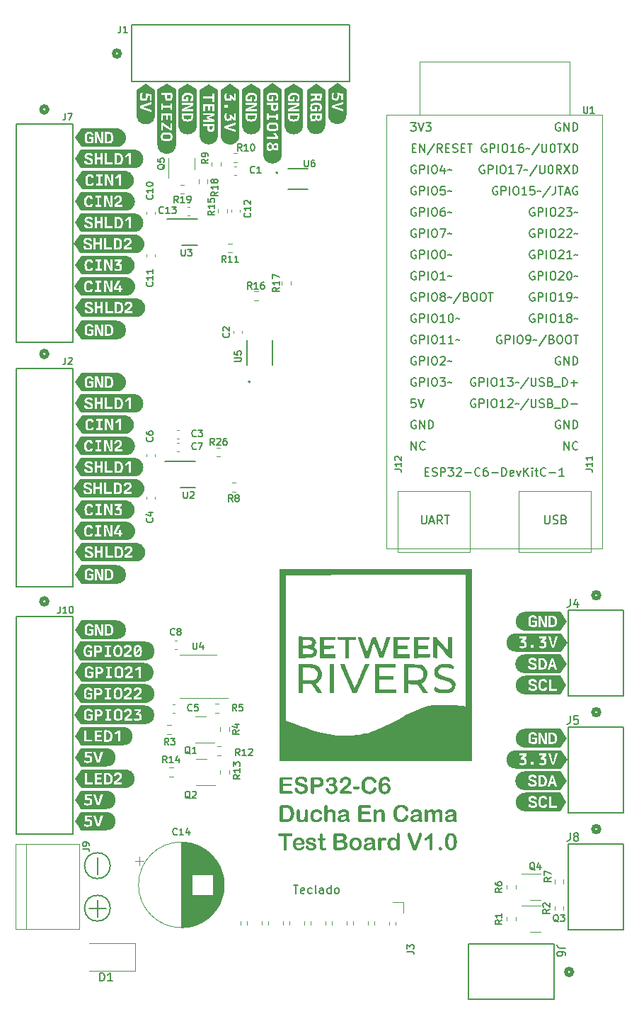
<source format=gbr>
%TF.GenerationSoftware,KiCad,Pcbnew,(7.0.0)*%
%TF.CreationDate,2024-01-24T13:48:02-03:00*%
%TF.ProjectId,Ducha,44756368-612e-46b6-9963-61645f706362,rev?*%
%TF.SameCoordinates,Original*%
%TF.FileFunction,Legend,Top*%
%TF.FilePolarity,Positive*%
%FSLAX46Y46*%
G04 Gerber Fmt 4.6, Leading zero omitted, Abs format (unit mm)*
G04 Created by KiCad (PCBNEW (7.0.0)) date 2024-01-24 13:48:02*
%MOMM*%
%LPD*%
G01*
G04 APERTURE LIST*
%ADD10C,0.150000*%
%ADD11C,0.120000*%
%ADD12C,0.152400*%
%ADD13C,0.508000*%
%ADD14C,0.127000*%
%ADD15C,0.200000*%
G04 APERTURE END LIST*
D10*
X60960000Y-147574000D02*
X60960000Y-149606000D01*
X62505022Y-148590000D02*
G75*
G03*
X62505022Y-148590000I-1545022J0D01*
G01*
X62505022Y-143510000D02*
G75*
G03*
X62505022Y-143510000I-1545022J0D01*
G01*
X60960000Y-142494000D02*
X60960000Y-144526000D01*
X59944000Y-148590000D02*
X61976000Y-148590000D01*
X96521904Y-96151619D02*
X97093333Y-96151619D01*
X97093333Y-96151619D02*
X97207619Y-96189714D01*
X97207619Y-96189714D02*
X97283809Y-96265905D01*
X97283809Y-96265905D02*
X97321904Y-96380190D01*
X97321904Y-96380190D02*
X97321904Y-96456381D01*
X97321904Y-95351619D02*
X97321904Y-95808762D01*
X97321904Y-95580190D02*
X96521904Y-95580190D01*
X96521904Y-95580190D02*
X96636190Y-95656381D01*
X96636190Y-95656381D02*
X96712380Y-95732571D01*
X96712380Y-95732571D02*
X96750476Y-95808762D01*
X96598095Y-95046857D02*
X96560000Y-95008761D01*
X96560000Y-95008761D02*
X96521904Y-94932571D01*
X96521904Y-94932571D02*
X96521904Y-94742095D01*
X96521904Y-94742095D02*
X96560000Y-94665904D01*
X96560000Y-94665904D02*
X96598095Y-94627809D01*
X96598095Y-94627809D02*
X96674285Y-94589714D01*
X96674285Y-94589714D02*
X96750476Y-94589714D01*
X96750476Y-94589714D02*
X96864761Y-94627809D01*
X96864761Y-94627809D02*
X97321904Y-95084952D01*
X97321904Y-95084952D02*
X97321904Y-94589714D01*
X119381904Y-96151619D02*
X119953333Y-96151619D01*
X119953333Y-96151619D02*
X120067619Y-96189714D01*
X120067619Y-96189714D02*
X120143809Y-96265905D01*
X120143809Y-96265905D02*
X120181904Y-96380190D01*
X120181904Y-96380190D02*
X120181904Y-96456381D01*
X120181904Y-95351619D02*
X120181904Y-95808762D01*
X120181904Y-95580190D02*
X119381904Y-95580190D01*
X119381904Y-95580190D02*
X119496190Y-95656381D01*
X119496190Y-95656381D02*
X119572380Y-95732571D01*
X119572380Y-95732571D02*
X119610476Y-95808762D01*
X120181904Y-94589714D02*
X120181904Y-95046857D01*
X120181904Y-94818285D02*
X119381904Y-94818285D01*
X119381904Y-94818285D02*
X119496190Y-94894476D01*
X119496190Y-94894476D02*
X119572380Y-94970666D01*
X119572380Y-94970666D02*
X119610476Y-95046857D01*
X84423238Y-145848380D02*
X84994666Y-145848380D01*
X84708952Y-146848380D02*
X84708952Y-145848380D01*
X85708952Y-146800761D02*
X85613714Y-146848380D01*
X85613714Y-146848380D02*
X85423238Y-146848380D01*
X85423238Y-146848380D02*
X85328000Y-146800761D01*
X85328000Y-146800761D02*
X85280381Y-146705523D01*
X85280381Y-146705523D02*
X85280381Y-146324571D01*
X85280381Y-146324571D02*
X85328000Y-146229333D01*
X85328000Y-146229333D02*
X85423238Y-146181714D01*
X85423238Y-146181714D02*
X85613714Y-146181714D01*
X85613714Y-146181714D02*
X85708952Y-146229333D01*
X85708952Y-146229333D02*
X85756571Y-146324571D01*
X85756571Y-146324571D02*
X85756571Y-146419809D01*
X85756571Y-146419809D02*
X85280381Y-146515047D01*
X86613714Y-146800761D02*
X86518476Y-146848380D01*
X86518476Y-146848380D02*
X86328000Y-146848380D01*
X86328000Y-146848380D02*
X86232762Y-146800761D01*
X86232762Y-146800761D02*
X86185143Y-146753142D01*
X86185143Y-146753142D02*
X86137524Y-146657904D01*
X86137524Y-146657904D02*
X86137524Y-146372190D01*
X86137524Y-146372190D02*
X86185143Y-146276952D01*
X86185143Y-146276952D02*
X86232762Y-146229333D01*
X86232762Y-146229333D02*
X86328000Y-146181714D01*
X86328000Y-146181714D02*
X86518476Y-146181714D01*
X86518476Y-146181714D02*
X86613714Y-146229333D01*
X87185143Y-146848380D02*
X87089905Y-146800761D01*
X87089905Y-146800761D02*
X87042286Y-146705523D01*
X87042286Y-146705523D02*
X87042286Y-145848380D01*
X87994667Y-146848380D02*
X87994667Y-146324571D01*
X87994667Y-146324571D02*
X87947048Y-146229333D01*
X87947048Y-146229333D02*
X87851810Y-146181714D01*
X87851810Y-146181714D02*
X87661334Y-146181714D01*
X87661334Y-146181714D02*
X87566096Y-146229333D01*
X87994667Y-146800761D02*
X87899429Y-146848380D01*
X87899429Y-146848380D02*
X87661334Y-146848380D01*
X87661334Y-146848380D02*
X87566096Y-146800761D01*
X87566096Y-146800761D02*
X87518477Y-146705523D01*
X87518477Y-146705523D02*
X87518477Y-146610285D01*
X87518477Y-146610285D02*
X87566096Y-146515047D01*
X87566096Y-146515047D02*
X87661334Y-146467428D01*
X87661334Y-146467428D02*
X87899429Y-146467428D01*
X87899429Y-146467428D02*
X87994667Y-146419809D01*
X88899429Y-146848380D02*
X88899429Y-145848380D01*
X88899429Y-146800761D02*
X88804191Y-146848380D01*
X88804191Y-146848380D02*
X88613715Y-146848380D01*
X88613715Y-146848380D02*
X88518477Y-146800761D01*
X88518477Y-146800761D02*
X88470858Y-146753142D01*
X88470858Y-146753142D02*
X88423239Y-146657904D01*
X88423239Y-146657904D02*
X88423239Y-146372190D01*
X88423239Y-146372190D02*
X88470858Y-146276952D01*
X88470858Y-146276952D02*
X88518477Y-146229333D01*
X88518477Y-146229333D02*
X88613715Y-146181714D01*
X88613715Y-146181714D02*
X88804191Y-146181714D01*
X88804191Y-146181714D02*
X88899429Y-146229333D01*
X89518477Y-146848380D02*
X89423239Y-146800761D01*
X89423239Y-146800761D02*
X89375620Y-146753142D01*
X89375620Y-146753142D02*
X89328001Y-146657904D01*
X89328001Y-146657904D02*
X89328001Y-146372190D01*
X89328001Y-146372190D02*
X89375620Y-146276952D01*
X89375620Y-146276952D02*
X89423239Y-146229333D01*
X89423239Y-146229333D02*
X89518477Y-146181714D01*
X89518477Y-146181714D02*
X89661334Y-146181714D01*
X89661334Y-146181714D02*
X89756572Y-146229333D01*
X89756572Y-146229333D02*
X89804191Y-146276952D01*
X89804191Y-146276952D02*
X89851810Y-146372190D01*
X89851810Y-146372190D02*
X89851810Y-146657904D01*
X89851810Y-146657904D02*
X89804191Y-146753142D01*
X89804191Y-146753142D02*
X89756572Y-146800761D01*
X89756572Y-146800761D02*
X89661334Y-146848380D01*
X89661334Y-146848380D02*
X89518477Y-146848380D01*
G36*
X84097034Y-133237793D02*
G01*
X83177704Y-133237793D01*
X83177704Y-133706739D01*
X84024249Y-133706739D01*
X84046834Y-133707403D01*
X84067938Y-133709395D01*
X84087562Y-133712716D01*
X84110009Y-133718733D01*
X84130142Y-133726826D01*
X84147962Y-133736994D01*
X84163468Y-133749237D01*
X84179239Y-133766136D01*
X84191746Y-133784958D01*
X84200991Y-133805703D01*
X84206974Y-133828372D01*
X84209466Y-133848732D01*
X84209874Y-133861589D01*
X84208765Y-133882786D01*
X84205437Y-133902719D01*
X84198517Y-133924970D01*
X84188402Y-133945401D01*
X84175092Y-133964011D01*
X84164445Y-133975406D01*
X84149044Y-133988072D01*
X84131233Y-133998590D01*
X84111014Y-134006962D01*
X84088386Y-134013188D01*
X84068549Y-134016622D01*
X84047170Y-134018683D01*
X84024249Y-134019370D01*
X83177704Y-134019370D01*
X83177704Y-134613369D01*
X84128785Y-134613369D01*
X84151988Y-134614040D01*
X84173726Y-134616055D01*
X84193998Y-134619414D01*
X84217278Y-134625501D01*
X84238267Y-134633687D01*
X84256967Y-134643972D01*
X84273377Y-134656355D01*
X84287450Y-134670492D01*
X84301188Y-134689314D01*
X84311492Y-134710163D01*
X84317455Y-134729084D01*
X84321033Y-134749413D01*
X84322226Y-134771150D01*
X84321033Y-134792041D01*
X84317455Y-134811669D01*
X84310013Y-134833554D01*
X84299137Y-134853618D01*
X84284826Y-134871862D01*
X84273377Y-134883013D01*
X84256967Y-134895397D01*
X84238267Y-134905682D01*
X84217278Y-134913867D01*
X84193998Y-134919954D01*
X84173726Y-134923313D01*
X84151988Y-134925328D01*
X84128785Y-134926000D01*
X83019923Y-134926000D01*
X82995575Y-134925484D01*
X82972542Y-134923939D01*
X82950822Y-134921363D01*
X82930415Y-134917756D01*
X82911323Y-134913120D01*
X82887910Y-134905334D01*
X82866833Y-134895717D01*
X82848091Y-134884268D01*
X82831684Y-134870988D01*
X82827948Y-134867381D01*
X82814324Y-134851589D01*
X82802516Y-134833523D01*
X82792525Y-134813182D01*
X82784351Y-134790567D01*
X82777993Y-134765677D01*
X82774416Y-134745517D01*
X82771862Y-134724077D01*
X82770329Y-134701359D01*
X82769818Y-134677360D01*
X82769818Y-133173801D01*
X82770223Y-133152445D01*
X82771436Y-133132097D01*
X82774091Y-133108078D01*
X82778010Y-133085633D01*
X82783193Y-133064763D01*
X82789640Y-133045467D01*
X82795708Y-133031163D01*
X82806630Y-133011363D01*
X82819613Y-132993726D01*
X82834657Y-132978252D01*
X82851762Y-132964943D01*
X82870927Y-132953798D01*
X82877773Y-132950563D01*
X82895927Y-132943246D01*
X82915583Y-132937168D01*
X82936742Y-132932331D01*
X82959404Y-132928734D01*
X82983568Y-132926378D01*
X83003982Y-132925385D01*
X83019923Y-132925162D01*
X84097034Y-132925162D01*
X84120672Y-132925834D01*
X84142738Y-132927849D01*
X84163231Y-132931207D01*
X84186637Y-132937294D01*
X84207586Y-132945480D01*
X84226078Y-132955765D01*
X84242114Y-132968149D01*
X84255764Y-132982238D01*
X84269091Y-133000877D01*
X84279086Y-133021405D01*
X84285749Y-133043822D01*
X84288757Y-133063945D01*
X84289497Y-133080989D01*
X84288340Y-133102444D01*
X84284870Y-133122539D01*
X84279086Y-133141275D01*
X84269091Y-133161963D01*
X84255764Y-133180693D01*
X84242114Y-133194806D01*
X84226078Y-133207190D01*
X84207586Y-133217475D01*
X84186637Y-133225661D01*
X84163231Y-133231748D01*
X84142738Y-133235106D01*
X84120672Y-133237121D01*
X84097034Y-133237793D01*
G37*
G36*
X86166259Y-134303669D02*
G01*
X86165891Y-134326906D01*
X86164786Y-134349846D01*
X86162945Y-134372488D01*
X86160367Y-134394832D01*
X86157052Y-134416879D01*
X86153001Y-134438628D01*
X86148214Y-134460080D01*
X86142690Y-134481233D01*
X86136429Y-134502089D01*
X86129432Y-134522648D01*
X86121698Y-134542908D01*
X86113228Y-134562871D01*
X86104021Y-134582537D01*
X86094078Y-134601905D01*
X86083398Y-134620975D01*
X86071981Y-134639747D01*
X86059914Y-134658119D01*
X86047160Y-134675986D01*
X86033719Y-134693351D01*
X86019591Y-134710211D01*
X86004776Y-134726568D01*
X85989275Y-134742420D01*
X85973086Y-134757770D01*
X85956210Y-134772615D01*
X85938648Y-134786957D01*
X85920398Y-134800795D01*
X85901462Y-134814129D01*
X85881838Y-134826959D01*
X85861528Y-134839286D01*
X85840531Y-134851109D01*
X85818847Y-134862428D01*
X85796475Y-134873243D01*
X85773559Y-134883417D01*
X85750115Y-134892935D01*
X85726145Y-134901797D01*
X85701648Y-134910002D01*
X85676625Y-134917550D01*
X85651075Y-134924442D01*
X85624998Y-134930678D01*
X85598394Y-134936258D01*
X85571264Y-134941181D01*
X85543608Y-134945447D01*
X85515424Y-134949058D01*
X85486714Y-134952011D01*
X85457478Y-134954309D01*
X85427715Y-134955950D01*
X85397425Y-134956934D01*
X85366608Y-134957263D01*
X85329767Y-134956803D01*
X85293740Y-134955423D01*
X85258525Y-134953124D01*
X85224123Y-134949905D01*
X85190534Y-134945766D01*
X85157757Y-134940707D01*
X85125794Y-134934729D01*
X85094644Y-134927831D01*
X85064306Y-134920014D01*
X85034781Y-134911276D01*
X85006069Y-134901619D01*
X84978170Y-134891042D01*
X84951084Y-134879546D01*
X84924811Y-134867129D01*
X84899350Y-134853793D01*
X84874703Y-134839538D01*
X84857745Y-134829005D01*
X84841188Y-134818044D01*
X84825032Y-134806656D01*
X84809276Y-134794841D01*
X84793922Y-134782598D01*
X84778967Y-134769928D01*
X84764414Y-134756831D01*
X84750261Y-134743306D01*
X84736509Y-134729353D01*
X84723158Y-134714974D01*
X84710207Y-134700166D01*
X84697657Y-134684932D01*
X84685508Y-134669270D01*
X84673760Y-134653180D01*
X84662412Y-134636663D01*
X84651465Y-134619719D01*
X84641113Y-134602590D01*
X84631429Y-134585517D01*
X84618156Y-134560016D01*
X84606385Y-134534644D01*
X84596117Y-134509401D01*
X84587351Y-134484286D01*
X84580088Y-134459301D01*
X84574328Y-134434444D01*
X84570071Y-134409715D01*
X84567316Y-134385116D01*
X84566063Y-134360646D01*
X84565980Y-134352517D01*
X84567232Y-134329534D01*
X84570989Y-134307600D01*
X84577250Y-134286715D01*
X84586016Y-134266880D01*
X84597286Y-134248094D01*
X84611060Y-134230358D01*
X84617271Y-134223557D01*
X84634132Y-134208077D01*
X84652352Y-134195221D01*
X84671932Y-134184989D01*
X84692872Y-134177380D01*
X84715171Y-134172395D01*
X84738829Y-134170034D01*
X84748674Y-134169824D01*
X84768335Y-134170837D01*
X84790637Y-134174730D01*
X84811531Y-134181542D01*
X84831017Y-134191274D01*
X84849095Y-134203925D01*
X84857606Y-134211345D01*
X84873829Y-134228158D01*
X84886666Y-134244346D01*
X84898883Y-134262514D01*
X84910480Y-134282661D01*
X84919311Y-134300205D01*
X84927745Y-134319015D01*
X84933810Y-134333955D01*
X84943549Y-134357639D01*
X84953471Y-134380330D01*
X84963577Y-134402030D01*
X84973866Y-134422737D01*
X84984337Y-134442452D01*
X84994993Y-134461175D01*
X85005831Y-134478905D01*
X85016852Y-134495644D01*
X85028652Y-134511527D01*
X85041582Y-134526693D01*
X85055641Y-134541141D01*
X85070830Y-134554872D01*
X85087148Y-134567886D01*
X85104596Y-134580182D01*
X85123174Y-134591761D01*
X85142882Y-134602622D01*
X85163948Y-134612468D01*
X85186601Y-134621001D01*
X85210842Y-134628222D01*
X85230065Y-134632775D01*
X85250181Y-134636591D01*
X85271189Y-134639668D01*
X85293091Y-134642006D01*
X85315886Y-134643606D01*
X85339573Y-134644468D01*
X85355861Y-134644632D01*
X85378250Y-134644300D01*
X85400107Y-134643304D01*
X85421435Y-134641644D01*
X85442232Y-134639319D01*
X85462498Y-134636331D01*
X85482234Y-134632679D01*
X85501440Y-134628363D01*
X85529253Y-134620643D01*
X85555873Y-134611430D01*
X85581300Y-134600722D01*
X85605533Y-134588521D01*
X85628572Y-134574825D01*
X85650418Y-134559635D01*
X85670671Y-134543329D01*
X85688932Y-134526285D01*
X85705201Y-134508502D01*
X85719478Y-134489980D01*
X85731763Y-134470720D01*
X85742055Y-134450722D01*
X85750356Y-134429985D01*
X85756664Y-134408510D01*
X85760980Y-134386296D01*
X85763304Y-134363344D01*
X85763747Y-134347632D01*
X85762793Y-134323071D01*
X85759931Y-134299700D01*
X85755160Y-134277519D01*
X85748482Y-134256530D01*
X85739895Y-134236731D01*
X85729400Y-134218123D01*
X85716997Y-134200705D01*
X85702686Y-134184478D01*
X85686856Y-134169190D01*
X85669897Y-134154833D01*
X85651807Y-134141408D01*
X85632588Y-134128913D01*
X85612240Y-134117350D01*
X85590762Y-134106717D01*
X85568154Y-134097016D01*
X85544417Y-134088247D01*
X85525706Y-134081984D01*
X85505846Y-134075653D01*
X85484834Y-134069253D01*
X85462672Y-134062784D01*
X85439359Y-134056247D01*
X85414896Y-134049641D01*
X85389282Y-134042966D01*
X85362517Y-134036223D01*
X85334602Y-134029411D01*
X85315352Y-134024831D01*
X85295592Y-134020221D01*
X85285519Y-134017905D01*
X85258683Y-134011489D01*
X85232397Y-134004944D01*
X85206659Y-133998270D01*
X85181472Y-133991465D01*
X85156834Y-133984531D01*
X85132745Y-133977467D01*
X85109207Y-133970273D01*
X85086217Y-133962950D01*
X85063777Y-133955497D01*
X85041887Y-133947914D01*
X85020546Y-133940201D01*
X84999755Y-133932359D01*
X84979514Y-133924386D01*
X84959822Y-133916284D01*
X84940679Y-133908053D01*
X84922086Y-133899691D01*
X84904064Y-133891013D01*
X84886511Y-133881953D01*
X84861061Y-133867648D01*
X84836668Y-133852483D01*
X84813331Y-133836461D01*
X84791050Y-133819579D01*
X84769825Y-133801839D01*
X84749656Y-133783241D01*
X84730544Y-133763783D01*
X84712488Y-133743467D01*
X84695487Y-133722293D01*
X84690055Y-133715043D01*
X84674691Y-133692564D01*
X84660838Y-133669088D01*
X84648496Y-133644616D01*
X84637665Y-133619148D01*
X84628346Y-133592684D01*
X84620538Y-133565223D01*
X84614241Y-133536767D01*
X84610882Y-133517243D01*
X84608196Y-133497276D01*
X84606181Y-133476867D01*
X84604837Y-133456014D01*
X84604166Y-133434719D01*
X84604082Y-133423906D01*
X84604435Y-133403351D01*
X84605494Y-133383087D01*
X84607259Y-133363112D01*
X84609730Y-133343428D01*
X84612907Y-133324034D01*
X84618996Y-133295486D01*
X84626674Y-133267591D01*
X84635941Y-133240348D01*
X84646796Y-133213758D01*
X84659239Y-133187820D01*
X84673271Y-133162536D01*
X84688892Y-133137903D01*
X84694452Y-133129838D01*
X84706124Y-133113952D01*
X84718426Y-133098536D01*
X84731357Y-133083590D01*
X84744918Y-133069113D01*
X84759109Y-133055105D01*
X84773930Y-133041567D01*
X84789380Y-133028498D01*
X84805460Y-133015898D01*
X84822170Y-133003768D01*
X84839509Y-132992108D01*
X84857478Y-132980916D01*
X84876077Y-132970194D01*
X84895305Y-132959942D01*
X84915163Y-132950159D01*
X84935651Y-132940845D01*
X84956769Y-132932001D01*
X84978498Y-132923601D01*
X85000702Y-132915743D01*
X85023378Y-132908428D01*
X85046528Y-132901654D01*
X85070151Y-132895422D01*
X85094247Y-132889732D01*
X85118816Y-132884583D01*
X85143859Y-132879977D01*
X85169374Y-132875913D01*
X85195363Y-132872390D01*
X85221825Y-132869410D01*
X85248761Y-132866971D01*
X85276169Y-132865075D01*
X85304051Y-132863720D01*
X85332406Y-132862907D01*
X85361235Y-132862636D01*
X85384182Y-132862815D01*
X85406740Y-132863353D01*
X85428909Y-132864250D01*
X85450689Y-132865506D01*
X85472079Y-132867120D01*
X85493080Y-132869093D01*
X85513692Y-132871425D01*
X85533914Y-132874115D01*
X85553748Y-132877165D01*
X85573192Y-132880573D01*
X85601628Y-132886357D01*
X85629188Y-132892949D01*
X85655873Y-132900348D01*
X85681681Y-132908554D01*
X85706731Y-132917338D01*
X85730957Y-132926654D01*
X85754359Y-132936503D01*
X85776936Y-132946884D01*
X85798689Y-132957798D01*
X85819617Y-132969244D01*
X85839722Y-132981223D01*
X85859002Y-132993733D01*
X85877457Y-133006776D01*
X85895088Y-133020352D01*
X85906385Y-133029698D01*
X85922721Y-133043872D01*
X85938207Y-133058183D01*
X85952843Y-133072631D01*
X85966629Y-133087217D01*
X85979565Y-133101940D01*
X85995490Y-133121785D01*
X86009904Y-133141874D01*
X86022807Y-133162207D01*
X86034199Y-133182785D01*
X86036810Y-133187967D01*
X86046542Y-133208552D01*
X86054976Y-133229031D01*
X86062112Y-133249402D01*
X86067951Y-133269667D01*
X86072493Y-133289824D01*
X86075737Y-133309875D01*
X86077683Y-133329819D01*
X86078332Y-133349656D01*
X86077068Y-133371762D01*
X86073275Y-133393200D01*
X86066954Y-133413970D01*
X86058105Y-133434073D01*
X86046728Y-133453507D01*
X86032822Y-133472274D01*
X86026552Y-133479593D01*
X86009904Y-133496199D01*
X85992015Y-133509990D01*
X85972886Y-133520967D01*
X85952516Y-133529129D01*
X85930906Y-133534476D01*
X85908056Y-133537010D01*
X85898569Y-133537235D01*
X85877410Y-133536424D01*
X85857897Y-133533991D01*
X85836653Y-133528930D01*
X85817780Y-133521534D01*
X85798756Y-133509954D01*
X85791591Y-133504018D01*
X85777812Y-133489884D01*
X85763587Y-133472762D01*
X85751391Y-133456211D01*
X85738886Y-133437585D01*
X85726070Y-133416884D01*
X85715594Y-133398830D01*
X85712944Y-133394108D01*
X85702489Y-133372490D01*
X85691638Y-133351782D01*
X85680392Y-133331984D01*
X85668752Y-133313096D01*
X85656716Y-133295118D01*
X85644285Y-133278051D01*
X85631460Y-133261894D01*
X85618239Y-133246647D01*
X85604624Y-133232310D01*
X85585855Y-133214610D01*
X85581053Y-133210438D01*
X85560415Y-133194867D01*
X85543012Y-133184552D01*
X85523961Y-133175404D01*
X85503262Y-133167424D01*
X85480914Y-133160612D01*
X85456917Y-133154968D01*
X85431271Y-133150491D01*
X85403977Y-133147183D01*
X85375034Y-133145042D01*
X85354823Y-133144263D01*
X85333879Y-133144004D01*
X85314336Y-133144277D01*
X85285923Y-133145709D01*
X85258592Y-133148370D01*
X85232342Y-133152258D01*
X85207175Y-133157374D01*
X85183089Y-133163718D01*
X85160085Y-133171290D01*
X85138164Y-133180090D01*
X85117324Y-133190118D01*
X85097566Y-133201374D01*
X85078890Y-133213857D01*
X85061605Y-133227116D01*
X85046020Y-133240882D01*
X85032136Y-133255155D01*
X85016267Y-133274973D01*
X85003422Y-133295691D01*
X84993599Y-133317311D01*
X84986798Y-133339831D01*
X84983020Y-133363251D01*
X84982170Y-133381408D01*
X84983320Y-133403556D01*
X84986772Y-133424570D01*
X84992525Y-133444451D01*
X85000580Y-133463199D01*
X85010935Y-133480813D01*
X85014898Y-133486432D01*
X85028213Y-133502489D01*
X85043246Y-133517688D01*
X85059995Y-133532027D01*
X85078463Y-133545508D01*
X85095164Y-133556087D01*
X85105757Y-133562147D01*
X85123805Y-133571736D01*
X85141926Y-133580656D01*
X85160117Y-133588909D01*
X85178381Y-133596494D01*
X85196716Y-133603411D01*
X85218812Y-133610830D01*
X85222505Y-133611973D01*
X85242848Y-133617886D01*
X85261819Y-133623217D01*
X85283186Y-133629083D01*
X85306950Y-133635483D01*
X85326346Y-133640633D01*
X85347090Y-133646084D01*
X85369182Y-133651836D01*
X85392622Y-133657888D01*
X85417411Y-133664241D01*
X85438593Y-133669280D01*
X85459520Y-133674385D01*
X85480190Y-133679554D01*
X85500606Y-133684788D01*
X85520765Y-133690087D01*
X85540669Y-133695451D01*
X85560317Y-133700879D01*
X85579710Y-133706373D01*
X85598847Y-133711931D01*
X85617728Y-133717555D01*
X85645570Y-133726111D01*
X85672837Y-133734814D01*
X85699529Y-133743662D01*
X85725645Y-133752657D01*
X85751200Y-133761909D01*
X85776026Y-133771530D01*
X85800121Y-133781521D01*
X85823487Y-133791881D01*
X85846123Y-133802610D01*
X85868029Y-133813708D01*
X85889205Y-133825176D01*
X85909651Y-133837012D01*
X85929368Y-133849218D01*
X85948354Y-133861793D01*
X85960607Y-133870382D01*
X85978455Y-133883618D01*
X85995549Y-133897499D01*
X86011886Y-133912023D01*
X86027468Y-133927191D01*
X86042294Y-133943004D01*
X86056365Y-133959460D01*
X86069680Y-133976560D01*
X86082240Y-133994305D01*
X86094043Y-134012693D01*
X86105092Y-134031725D01*
X86112037Y-134044771D01*
X86121727Y-134064976D01*
X86130464Y-134086022D01*
X86138248Y-134107909D01*
X86145079Y-134130638D01*
X86150956Y-134154208D01*
X86155881Y-134178620D01*
X86159852Y-134203874D01*
X86162870Y-134229968D01*
X86164935Y-134256905D01*
X86166047Y-134284683D01*
X86166259Y-134303669D01*
G37*
G36*
X87312500Y-132925305D02*
G01*
X87340251Y-132925735D01*
X87367165Y-132926450D01*
X87393244Y-132927452D01*
X87418486Y-132928740D01*
X87442894Y-132930314D01*
X87466465Y-132932175D01*
X87489200Y-132934321D01*
X87511100Y-132936754D01*
X87532164Y-132939473D01*
X87552393Y-132942479D01*
X87571785Y-132945770D01*
X87599307Y-132951244D01*
X87624948Y-132957362D01*
X87640997Y-132961799D01*
X87663874Y-132968605D01*
X87686158Y-132976201D01*
X87707849Y-132984588D01*
X87728948Y-132993764D01*
X87749454Y-133003730D01*
X87769368Y-133014486D01*
X87788689Y-133026032D01*
X87807418Y-133038369D01*
X87825555Y-133051495D01*
X87843099Y-133065411D01*
X87854466Y-133075127D01*
X87870936Y-133090187D01*
X87886643Y-133105873D01*
X87901585Y-133122186D01*
X87915763Y-133139126D01*
X87929177Y-133156693D01*
X87941826Y-133174887D01*
X87953712Y-133193708D01*
X87964833Y-133213155D01*
X87975190Y-133233229D01*
X87984783Y-133253930D01*
X87990753Y-133268079D01*
X87999134Y-133289760D01*
X88006690Y-133311940D01*
X88013422Y-133334617D01*
X88019330Y-133357793D01*
X88024413Y-133381466D01*
X88028672Y-133405637D01*
X88032107Y-133430307D01*
X88034717Y-133455474D01*
X88036503Y-133481140D01*
X88037465Y-133507303D01*
X88037648Y-133525023D01*
X88036907Y-133562548D01*
X88034686Y-133598921D01*
X88030985Y-133634142D01*
X88025802Y-133668210D01*
X88019139Y-133701125D01*
X88010995Y-133732888D01*
X88001370Y-133763499D01*
X87990265Y-133792957D01*
X87977679Y-133821262D01*
X87963612Y-133848415D01*
X87948064Y-133874416D01*
X87931036Y-133899264D01*
X87912527Y-133922959D01*
X87892537Y-133945502D01*
X87871067Y-133966892D01*
X87848115Y-133987130D01*
X87823699Y-134006177D01*
X87797832Y-134023995D01*
X87770515Y-134040585D01*
X87741748Y-134055945D01*
X87711530Y-134070077D01*
X87679863Y-134082980D01*
X87646745Y-134094654D01*
X87612177Y-134105099D01*
X87576159Y-134114316D01*
X87538690Y-134122303D01*
X87519412Y-134125836D01*
X87499772Y-134129062D01*
X87479769Y-134131980D01*
X87459403Y-134134592D01*
X87438675Y-134136896D01*
X87417584Y-134138893D01*
X87396131Y-134140582D01*
X87374315Y-134141965D01*
X87352136Y-134143040D01*
X87329595Y-134143808D01*
X87306692Y-134144269D01*
X87283426Y-134144422D01*
X86909734Y-134144422D01*
X86909734Y-134710577D01*
X86909228Y-134732781D01*
X86907708Y-134753963D01*
X86905175Y-134774123D01*
X86900221Y-134799413D01*
X86893466Y-134822888D01*
X86884910Y-134844545D01*
X86874553Y-134864386D01*
X86862394Y-134882410D01*
X86852093Y-134894736D01*
X86837209Y-134909391D01*
X86821379Y-134922092D01*
X86804603Y-134932838D01*
X86786880Y-134941631D01*
X86768211Y-134948470D01*
X86748595Y-134953355D01*
X86728033Y-134956286D01*
X86706524Y-134957263D01*
X86684115Y-134956293D01*
X86662805Y-134953385D01*
X86642594Y-134948539D01*
X86623482Y-134941753D01*
X86605469Y-134933029D01*
X86588555Y-134922366D01*
X86572740Y-134909765D01*
X86558025Y-134895225D01*
X86544858Y-134878815D01*
X86533448Y-134860603D01*
X86523792Y-134840591D01*
X86515893Y-134818777D01*
X86509748Y-134795162D01*
X86505360Y-134769745D01*
X86503220Y-134749501D01*
X86502068Y-134728243D01*
X86501849Y-134713508D01*
X86501849Y-133237793D01*
X86909734Y-133237793D01*
X86909734Y-133831792D01*
X87184752Y-133831792D01*
X87211355Y-133831538D01*
X87237125Y-133830778D01*
X87262062Y-133829512D01*
X87286166Y-133827739D01*
X87309437Y-133825459D01*
X87331876Y-133822673D01*
X87353481Y-133819380D01*
X87374254Y-133815580D01*
X87394193Y-133811274D01*
X87413300Y-133806461D01*
X87425575Y-133802971D01*
X87449152Y-133795064D01*
X87471279Y-133785996D01*
X87491956Y-133775768D01*
X87511182Y-133764381D01*
X87528959Y-133751833D01*
X87545285Y-133738124D01*
X87560161Y-133723256D01*
X87573586Y-133707228D01*
X87585493Y-133689978D01*
X87595812Y-133671446D01*
X87604544Y-133651632D01*
X87611688Y-133630535D01*
X87617245Y-133608157D01*
X87621214Y-133584496D01*
X87623595Y-133559552D01*
X87624339Y-133540003D01*
X87624389Y-133533327D01*
X87623702Y-133509655D01*
X87621641Y-133486816D01*
X87618206Y-133464810D01*
X87613398Y-133443636D01*
X87607216Y-133423296D01*
X87599659Y-133403788D01*
X87590729Y-133385114D01*
X87580425Y-133367272D01*
X87568747Y-133350263D01*
X87555696Y-133334088D01*
X87546231Y-133323766D01*
X87528113Y-133308402D01*
X87506733Y-133294549D01*
X87482089Y-133282207D01*
X87463847Y-133274819D01*
X87444155Y-133268102D01*
X87423013Y-133262057D01*
X87400420Y-133256684D01*
X87376377Y-133251982D01*
X87350885Y-133247952D01*
X87323942Y-133244594D01*
X87295548Y-133241907D01*
X87265705Y-133239892D01*
X87234411Y-133238549D01*
X87201667Y-133237877D01*
X87184752Y-133237793D01*
X86909734Y-133237793D01*
X86501849Y-133237793D01*
X86501849Y-133173313D01*
X86502390Y-133148891D01*
X86504013Y-133125817D01*
X86506717Y-133104091D01*
X86510504Y-133083714D01*
X86515373Y-133064684D01*
X86523547Y-133041409D01*
X86533645Y-133020530D01*
X86545667Y-133002048D01*
X86559611Y-132985962D01*
X86563398Y-132982315D01*
X86580045Y-132968920D01*
X86598966Y-132957311D01*
X86620162Y-132947487D01*
X86643632Y-132939450D01*
X86662727Y-132934595D01*
X86683102Y-132930743D01*
X86704756Y-132927897D01*
X86727689Y-132926055D01*
X86751902Y-132925218D01*
X86760258Y-132925162D01*
X87283914Y-132925162D01*
X87312500Y-132925305D01*
G37*
G36*
X88918876Y-133706739D02*
G01*
X88942289Y-133706142D01*
X88965084Y-133704352D01*
X88987260Y-133701368D01*
X89008818Y-133697191D01*
X89029758Y-133691820D01*
X89050080Y-133685255D01*
X89069784Y-133677497D01*
X89088869Y-133668546D01*
X89107336Y-133658401D01*
X89125185Y-133647062D01*
X89136741Y-133638840D01*
X89153065Y-133625502D01*
X89167784Y-133611133D01*
X89180898Y-133595735D01*
X89192405Y-133579306D01*
X89202307Y-133561846D01*
X89210603Y-133543356D01*
X89217294Y-133523836D01*
X89222378Y-133503285D01*
X89225857Y-133481704D01*
X89227731Y-133459092D01*
X89228087Y-133443445D01*
X89226950Y-133419571D01*
X89223538Y-133396551D01*
X89217852Y-133374386D01*
X89209891Y-133353076D01*
X89199656Y-133332620D01*
X89187146Y-133313020D01*
X89172362Y-133294274D01*
X89155303Y-133276383D01*
X89136306Y-133260011D01*
X89115705Y-133245822D01*
X89093502Y-133233816D01*
X89069696Y-133223993D01*
X89050790Y-133218058D01*
X89030982Y-133213351D01*
X89010272Y-133209872D01*
X88988661Y-133207621D01*
X88966148Y-133206598D01*
X88958443Y-133206530D01*
X88938019Y-133206835D01*
X88913776Y-133208075D01*
X88890964Y-133210270D01*
X88869583Y-133213418D01*
X88849633Y-133217521D01*
X88827583Y-133223703D01*
X88820690Y-133226069D01*
X88801147Y-133233843D01*
X88783184Y-133242510D01*
X88764224Y-133253750D01*
X88747414Y-133266205D01*
X88734717Y-133277849D01*
X88720989Y-133292842D01*
X88707589Y-133309612D01*
X88694516Y-133328158D01*
X88683570Y-133345469D01*
X88674633Y-133360891D01*
X88664346Y-133379736D01*
X88654369Y-133398169D01*
X88644700Y-133416189D01*
X88635341Y-133433798D01*
X88624812Y-133453820D01*
X88623342Y-133456635D01*
X88612647Y-133474275D01*
X88597658Y-133489340D01*
X88580498Y-133500696D01*
X88574005Y-133504018D01*
X88555473Y-133511498D01*
X88535537Y-133516840D01*
X88514196Y-133520046D01*
X88494371Y-133521098D01*
X88491451Y-133521115D01*
X88471227Y-133519621D01*
X88451586Y-133515138D01*
X88432529Y-133507668D01*
X88414057Y-133497209D01*
X88396168Y-133483763D01*
X88390334Y-133478616D01*
X88374730Y-133461517D01*
X88362353Y-133442461D01*
X88353206Y-133421446D01*
X88348049Y-133402439D01*
X88345134Y-133382072D01*
X88344417Y-133364799D01*
X88345466Y-133343120D01*
X88348615Y-133321131D01*
X88353862Y-133298832D01*
X88361209Y-133276223D01*
X88368597Y-133257912D01*
X88377329Y-133239403D01*
X88387404Y-133220696D01*
X88398891Y-133201882D01*
X88411614Y-133183296D01*
X88425574Y-133164940D01*
X88440771Y-133146812D01*
X88457204Y-133128914D01*
X88474873Y-133111245D01*
X88493779Y-133093804D01*
X88508770Y-133080874D01*
X88513921Y-133076593D01*
X88529935Y-133064006D01*
X88546654Y-133051892D01*
X88564076Y-133040250D01*
X88582202Y-133029080D01*
X88601033Y-133018382D01*
X88620568Y-133008157D01*
X88640806Y-132998404D01*
X88661749Y-132989123D01*
X88683396Y-132980315D01*
X88705747Y-132971978D01*
X88721039Y-132966683D01*
X88744465Y-132959263D01*
X88768398Y-132952573D01*
X88792837Y-132946612D01*
X88817782Y-132941381D01*
X88843235Y-132936881D01*
X88869194Y-132933110D01*
X88895659Y-132930068D01*
X88922631Y-132927757D01*
X88950110Y-132926176D01*
X88978095Y-132925324D01*
X88997034Y-132925162D01*
X89021832Y-132925476D01*
X89046218Y-132926416D01*
X89070192Y-132927983D01*
X89093754Y-132930177D01*
X89116904Y-132932997D01*
X89139641Y-132936445D01*
X89161966Y-132940519D01*
X89183879Y-132945221D01*
X89205380Y-132950549D01*
X89226469Y-132956503D01*
X89240300Y-132960822D01*
X89260654Y-132967695D01*
X89280502Y-132975127D01*
X89299844Y-132983117D01*
X89318679Y-132991665D01*
X89337007Y-133000771D01*
X89354828Y-133010435D01*
X89372143Y-133020658D01*
X89388952Y-133031438D01*
X89405254Y-133042777D01*
X89421049Y-133054674D01*
X89431297Y-133062915D01*
X89450944Y-133079867D01*
X89469338Y-133097506D01*
X89486481Y-133115832D01*
X89502372Y-133134845D01*
X89517011Y-133154544D01*
X89530399Y-133174931D01*
X89542535Y-133196005D01*
X89553419Y-133217765D01*
X89563150Y-133240067D01*
X89571584Y-133262767D01*
X89578721Y-133285863D01*
X89584560Y-133309356D01*
X89589101Y-133333246D01*
X89592345Y-133357533D01*
X89594291Y-133382217D01*
X89594940Y-133407297D01*
X89594412Y-133432059D01*
X89592828Y-133456150D01*
X89590187Y-133479571D01*
X89586491Y-133502323D01*
X89581738Y-133524405D01*
X89575929Y-133545818D01*
X89569064Y-133566560D01*
X89561143Y-133586633D01*
X89552166Y-133606036D01*
X89542132Y-133624769D01*
X89534856Y-133636886D01*
X89523227Y-133654707D01*
X89510688Y-133672452D01*
X89497238Y-133690119D01*
X89482879Y-133707709D01*
X89467609Y-133725221D01*
X89451428Y-133742656D01*
X89434338Y-133760014D01*
X89416338Y-133777295D01*
X89397427Y-133794498D01*
X89377606Y-133811624D01*
X89363886Y-133822999D01*
X89383649Y-133833953D01*
X89402818Y-133845198D01*
X89421396Y-133856736D01*
X89439380Y-133868565D01*
X89456773Y-133880687D01*
X89473572Y-133893100D01*
X89489780Y-133905806D01*
X89505395Y-133918803D01*
X89520417Y-133932092D01*
X89534847Y-133945674D01*
X89544138Y-133954890D01*
X89562006Y-133973697D01*
X89578729Y-133992992D01*
X89594307Y-134012775D01*
X89608740Y-134033048D01*
X89622028Y-134053808D01*
X89634172Y-134075057D01*
X89645170Y-134096795D01*
X89655024Y-134119021D01*
X89663725Y-134141720D01*
X89671266Y-134164878D01*
X89677647Y-134188493D01*
X89682868Y-134212566D01*
X89686928Y-134237097D01*
X89689829Y-134262086D01*
X89691569Y-134287533D01*
X89692149Y-134313438D01*
X89691707Y-134336725D01*
X89690380Y-134359875D01*
X89688169Y-134382887D01*
X89685073Y-134405762D01*
X89681094Y-134428500D01*
X89676229Y-134451100D01*
X89670480Y-134473563D01*
X89663847Y-134495888D01*
X89656330Y-134518076D01*
X89647928Y-134540126D01*
X89641835Y-134554750D01*
X89632072Y-134576417D01*
X89621467Y-134597638D01*
X89610021Y-134618412D01*
X89597734Y-134638739D01*
X89584605Y-134658620D01*
X89570634Y-134678055D01*
X89555822Y-134697043D01*
X89540169Y-134715584D01*
X89523674Y-134733679D01*
X89506337Y-134751328D01*
X89494312Y-134762845D01*
X89475759Y-134779625D01*
X89456554Y-134795709D01*
X89436696Y-134811098D01*
X89416185Y-134825791D01*
X89395022Y-134839789D01*
X89373206Y-134853091D01*
X89350737Y-134865698D01*
X89327616Y-134877609D01*
X89303843Y-134888824D01*
X89279417Y-134899345D01*
X89262770Y-134905972D01*
X89237425Y-134915138D01*
X89211582Y-134923403D01*
X89185241Y-134930766D01*
X89158402Y-134937227D01*
X89131065Y-134942787D01*
X89103230Y-134947445D01*
X89074897Y-134951202D01*
X89046065Y-134954057D01*
X89026568Y-134955459D01*
X89006849Y-134956461D01*
X88986909Y-134957062D01*
X88966748Y-134957263D01*
X88946302Y-134957034D01*
X88926119Y-134956347D01*
X88906200Y-134955202D01*
X88886544Y-134953599D01*
X88857554Y-134950336D01*
X88829157Y-134946043D01*
X88801352Y-134940719D01*
X88774139Y-134934365D01*
X88747519Y-134926980D01*
X88721492Y-134918565D01*
X88696056Y-134909120D01*
X88671214Y-134898644D01*
X88647162Y-134887304D01*
X88623918Y-134875449D01*
X88601481Y-134863078D01*
X88579852Y-134850193D01*
X88559029Y-134836792D01*
X88539013Y-134822876D01*
X88519805Y-134808444D01*
X88501404Y-134793498D01*
X88483810Y-134778036D01*
X88467023Y-134762059D01*
X88456280Y-134751122D01*
X88440795Y-134734492D01*
X88426032Y-134717760D01*
X88411990Y-134700924D01*
X88398669Y-134683985D01*
X88386070Y-134666944D01*
X88374192Y-134649799D01*
X88363035Y-134632551D01*
X88352599Y-134615200D01*
X88342885Y-134597747D01*
X88333891Y-134580190D01*
X88328297Y-134568428D01*
X88318222Y-134545255D01*
X88309490Y-134523121D01*
X88302102Y-134502024D01*
X88296057Y-134481966D01*
X88291355Y-134462946D01*
X88287367Y-134440630D01*
X88285478Y-134419936D01*
X88285310Y-134412113D01*
X88286562Y-134387994D01*
X88290319Y-134365401D01*
X88296580Y-134344335D01*
X88305346Y-134324796D01*
X88316616Y-134306783D01*
X88330390Y-134290296D01*
X88336601Y-134284129D01*
X88353402Y-134270057D01*
X88371444Y-134258369D01*
X88390726Y-134249067D01*
X88411248Y-134242150D01*
X88433010Y-134237618D01*
X88456013Y-134235472D01*
X88465561Y-134235281D01*
X88486800Y-134236942D01*
X88507653Y-134241927D01*
X88525864Y-134249147D01*
X88539323Y-134256286D01*
X88555809Y-134267307D01*
X88570561Y-134280947D01*
X88582239Y-134297643D01*
X88586217Y-134306600D01*
X88595172Y-134329669D01*
X88604207Y-134351983D01*
X88613322Y-134373541D01*
X88622518Y-134394344D01*
X88631793Y-134414391D01*
X88641149Y-134433682D01*
X88650585Y-134452218D01*
X88660101Y-134469998D01*
X88669697Y-134487023D01*
X88684241Y-134511143D01*
X88698966Y-134533562D01*
X88713871Y-134554282D01*
X88728956Y-134573301D01*
X88739113Y-134585036D01*
X88755084Y-134601274D01*
X88772223Y-134615914D01*
X88790530Y-134628957D01*
X88810005Y-134640403D01*
X88830647Y-134650252D01*
X88852457Y-134658504D01*
X88875435Y-134665159D01*
X88899581Y-134670216D01*
X88924894Y-134673677D01*
X88951376Y-134675540D01*
X88969678Y-134675895D01*
X88990836Y-134675254D01*
X89011810Y-134673330D01*
X89032602Y-134670125D01*
X89053210Y-134665637D01*
X89073634Y-134659866D01*
X89093876Y-134652814D01*
X89113934Y-134644479D01*
X89133810Y-134634862D01*
X89153158Y-134623978D01*
X89171637Y-134611842D01*
X89189245Y-134598455D01*
X89205983Y-134583815D01*
X89221852Y-134567924D01*
X89236850Y-134550781D01*
X89250978Y-134532387D01*
X89264235Y-134512741D01*
X89276371Y-134492072D01*
X89286889Y-134470609D01*
X89295788Y-134448352D01*
X89303070Y-134425302D01*
X89308733Y-134401457D01*
X89312779Y-134376819D01*
X89315206Y-134351388D01*
X89315964Y-134331793D01*
X89316015Y-134325162D01*
X89315242Y-134296179D01*
X89312924Y-134268399D01*
X89309060Y-134241820D01*
X89303650Y-134216443D01*
X89296695Y-134192269D01*
X89288194Y-134169297D01*
X89278148Y-134147527D01*
X89266556Y-134126959D01*
X89253418Y-134107593D01*
X89238735Y-134089430D01*
X89228087Y-134077988D01*
X89210996Y-134061926D01*
X89192693Y-134047443D01*
X89173180Y-134034540D01*
X89152456Y-134023217D01*
X89130521Y-134013474D01*
X89107376Y-134005311D01*
X89083020Y-133998728D01*
X89057453Y-133993725D01*
X89030676Y-133990301D01*
X89002688Y-133988458D01*
X88983356Y-133988107D01*
X88963301Y-133988679D01*
X88942999Y-133989962D01*
X88922128Y-133991685D01*
X88901933Y-133993608D01*
X88898360Y-133993969D01*
X88878187Y-133995795D01*
X88858298Y-133997448D01*
X88838497Y-133998817D01*
X88824110Y-133999342D01*
X88801284Y-133998412D01*
X88780127Y-133995621D01*
X88760640Y-133990970D01*
X88739460Y-133982933D01*
X88720683Y-133972217D01*
X88706873Y-133961240D01*
X88692928Y-133945904D01*
X88681869Y-133928474D01*
X88673694Y-133908947D01*
X88668405Y-133887326D01*
X88666201Y-133867708D01*
X88665840Y-133855239D01*
X88667045Y-133834970D01*
X88671670Y-133812347D01*
X88679765Y-133791578D01*
X88691328Y-133772665D01*
X88706360Y-133755606D01*
X88715177Y-133747772D01*
X88731917Y-133735951D01*
X88750993Y-133726134D01*
X88772408Y-133718320D01*
X88796159Y-133712509D01*
X88816844Y-133709304D01*
X88839024Y-133707380D01*
X88862700Y-133706739D01*
X88918876Y-133706739D01*
G37*
G36*
X90438555Y-134613369D02*
G01*
X91155652Y-134613369D01*
X91175351Y-134613742D01*
X91200214Y-134615402D01*
X91223475Y-134618390D01*
X91245132Y-134622707D01*
X91265187Y-134628351D01*
X91283639Y-134635323D01*
X91304449Y-134645906D01*
X91319295Y-134655867D01*
X91335478Y-134669887D01*
X91348919Y-134685386D01*
X91359616Y-134702364D01*
X91367571Y-134720820D01*
X91372782Y-134740756D01*
X91375251Y-134762170D01*
X91375471Y-134771150D01*
X91374373Y-134790963D01*
X91370160Y-134813449D01*
X91362787Y-134834526D01*
X91352254Y-134854195D01*
X91338561Y-134872456D01*
X91330530Y-134881059D01*
X91315518Y-134894006D01*
X91298263Y-134904758D01*
X91278767Y-134913316D01*
X91257028Y-134919680D01*
X91233047Y-134923849D01*
X91212249Y-134925605D01*
X91195708Y-134926000D01*
X90184542Y-134926000D01*
X90159485Y-134925129D01*
X90135846Y-134922519D01*
X90113628Y-134918168D01*
X90092829Y-134912078D01*
X90073450Y-134904247D01*
X90055491Y-134894675D01*
X90038951Y-134883364D01*
X90023831Y-134870312D01*
X90010321Y-134856085D01*
X89995967Y-134837442D01*
X89984427Y-134817846D01*
X89975702Y-134797295D01*
X89969792Y-134775790D01*
X89966696Y-134753331D01*
X89966189Y-134739398D01*
X89967966Y-134716744D01*
X89972316Y-134694946D01*
X89977936Y-134675101D01*
X89985368Y-134653730D01*
X89992619Y-134635534D01*
X90001030Y-134616361D01*
X90003314Y-134611415D01*
X90012702Y-134591929D01*
X90022304Y-134573527D01*
X90032120Y-134556208D01*
X90044690Y-134536084D01*
X90057593Y-134517654D01*
X90070831Y-134500917D01*
X90084403Y-134485874D01*
X90107100Y-134462152D01*
X90129519Y-134438857D01*
X90151659Y-134415990D01*
X90173521Y-134393550D01*
X90195104Y-134371538D01*
X90216408Y-134349953D01*
X90237434Y-134328795D01*
X90258182Y-134308065D01*
X90278650Y-134287762D01*
X90298840Y-134267887D01*
X90318752Y-134248439D01*
X90338385Y-134229419D01*
X90357739Y-134210826D01*
X90376815Y-134192660D01*
X90395612Y-134174922D01*
X90414131Y-134157612D01*
X90432182Y-134140881D01*
X90449576Y-134124883D01*
X90466315Y-134109618D01*
X90482397Y-134095085D01*
X90497822Y-134081286D01*
X90512591Y-134068219D01*
X90533514Y-134049992D01*
X90552960Y-134033414D01*
X90570929Y-134018485D01*
X90587421Y-134005204D01*
X90607113Y-133990061D01*
X90624180Y-133977849D01*
X90645002Y-133962732D01*
X90665155Y-133947607D01*
X90684638Y-133932473D01*
X90703452Y-133917330D01*
X90721595Y-133902179D01*
X90739069Y-133887019D01*
X90755873Y-133871851D01*
X90772008Y-133856674D01*
X90787472Y-133841488D01*
X90802267Y-133826294D01*
X90811758Y-133816160D01*
X90825458Y-133800917D01*
X90838531Y-133785597D01*
X90850978Y-133770200D01*
X90866598Y-133749550D01*
X90881103Y-133728763D01*
X90894495Y-133707838D01*
X90906772Y-133686776D01*
X90917935Y-133665576D01*
X90925575Y-133649586D01*
X90934849Y-133628269D01*
X90942886Y-133607058D01*
X90949687Y-133585953D01*
X90955251Y-133564956D01*
X90959578Y-133544066D01*
X90962670Y-133523282D01*
X90964524Y-133502606D01*
X90965143Y-133482036D01*
X90964486Y-133460107D01*
X90962517Y-133438774D01*
X90959235Y-133418037D01*
X90954640Y-133397894D01*
X90948732Y-133378347D01*
X90941512Y-133359395D01*
X90932979Y-133341039D01*
X90923133Y-133323278D01*
X90912157Y-133306189D01*
X90900235Y-133290091D01*
X90887366Y-133274987D01*
X90873551Y-133260874D01*
X90858790Y-133247753D01*
X90843082Y-133235625D01*
X90826428Y-133224489D01*
X90808827Y-133214346D01*
X90790662Y-133205187D01*
X90772069Y-133197249D01*
X90753048Y-133190532D01*
X90733600Y-133185036D01*
X90713725Y-133180762D01*
X90693422Y-133177709D01*
X90672692Y-133175877D01*
X90651535Y-133175267D01*
X90629364Y-133175891D01*
X90607792Y-133177763D01*
X90586820Y-133180882D01*
X90566447Y-133185250D01*
X90546673Y-133190866D01*
X90527498Y-133197729D01*
X90508922Y-133205841D01*
X90490945Y-133215200D01*
X90473568Y-133225808D01*
X90456789Y-133237663D01*
X90440610Y-133250766D01*
X90425030Y-133265118D01*
X90410049Y-133280717D01*
X90395667Y-133297564D01*
X90381885Y-133315659D01*
X90368702Y-133335002D01*
X90359540Y-133352299D01*
X90350383Y-133373714D01*
X90342755Y-133393275D01*
X90334221Y-133416390D01*
X90326741Y-133437440D01*
X90322784Y-133448819D01*
X90314594Y-133471358D01*
X90306145Y-133492569D01*
X90297436Y-133512452D01*
X90288468Y-133531006D01*
X90279240Y-133548233D01*
X90267340Y-133567899D01*
X90255035Y-133585490D01*
X90250000Y-133591945D01*
X90236399Y-133606299D01*
X90217623Y-133620313D01*
X90199930Y-133629314D01*
X90180376Y-133635883D01*
X90158962Y-133640019D01*
X90135687Y-133641722D01*
X90130809Y-133641771D01*
X90109998Y-133640661D01*
X90090309Y-133637334D01*
X90068161Y-133630413D01*
X90047627Y-133620298D01*
X90028708Y-133606989D01*
X90016992Y-133596341D01*
X90003904Y-133581181D01*
X89993035Y-133564399D01*
X89984384Y-133545995D01*
X89977951Y-133525969D01*
X89973737Y-133504321D01*
X89971740Y-133481051D01*
X89971563Y-133471289D01*
X89972227Y-133447224D01*
X89974219Y-133422898D01*
X89977539Y-133398314D01*
X89982187Y-133373470D01*
X89988164Y-133348366D01*
X89993517Y-133329368D01*
X89999618Y-133310224D01*
X90006466Y-133290934D01*
X90014061Y-133271498D01*
X90022399Y-133252161D01*
X90031475Y-133233168D01*
X90041289Y-133214517D01*
X90051842Y-133196211D01*
X90063134Y-133178247D01*
X90075164Y-133160627D01*
X90087932Y-133143351D01*
X90101439Y-133126418D01*
X90115684Y-133109829D01*
X90130668Y-133093583D01*
X90141067Y-133082943D01*
X90157312Y-133067298D01*
X90174355Y-133052237D01*
X90192196Y-133037760D01*
X90210837Y-133023867D01*
X90230275Y-133010557D01*
X90250513Y-132997832D01*
X90271549Y-132985690D01*
X90293383Y-132974133D01*
X90316016Y-132963159D01*
X90339448Y-132952769D01*
X90355512Y-132946167D01*
X90380266Y-132936826D01*
X90405802Y-132928404D01*
X90432118Y-132920901D01*
X90459216Y-132914316D01*
X90487096Y-132908650D01*
X90515757Y-132903903D01*
X90535298Y-132901249D01*
X90555187Y-132899003D01*
X90575423Y-132897166D01*
X90596006Y-132895737D01*
X90616936Y-132894716D01*
X90638214Y-132894103D01*
X90659839Y-132893899D01*
X90685855Y-132894159D01*
X90711390Y-132894937D01*
X90736443Y-132896235D01*
X90761017Y-132898051D01*
X90785109Y-132900387D01*
X90808720Y-132903241D01*
X90831851Y-132906615D01*
X90854501Y-132910508D01*
X90876669Y-132914919D01*
X90898357Y-132919850D01*
X90919565Y-132925299D01*
X90940291Y-132931268D01*
X90960536Y-132937756D01*
X90980301Y-132944763D01*
X90999585Y-132952288D01*
X91018387Y-132960333D01*
X91036225Y-132968960D01*
X91053650Y-132978170D01*
X91070663Y-132987965D01*
X91087264Y-132998343D01*
X91103453Y-133009306D01*
X91119229Y-133020852D01*
X91134594Y-133032982D01*
X91149546Y-133045696D01*
X91164086Y-133058994D01*
X91178214Y-133072876D01*
X91187404Y-133082454D01*
X91200767Y-133097232D01*
X91213564Y-133112439D01*
X91225795Y-133128075D01*
X91237458Y-133144141D01*
X91248555Y-133160636D01*
X91259085Y-133177560D01*
X91269048Y-133194914D01*
X91278445Y-133212697D01*
X91287275Y-133230909D01*
X91295538Y-133249551D01*
X91300732Y-133262217D01*
X91307978Y-133281424D01*
X91314511Y-133300760D01*
X91320331Y-133320224D01*
X91325439Y-133339818D01*
X91329834Y-133359540D01*
X91333516Y-133379391D01*
X91336486Y-133399371D01*
X91338743Y-133419479D01*
X91340287Y-133439716D01*
X91341118Y-133460083D01*
X91341277Y-133473732D01*
X91340946Y-133495105D01*
X91339956Y-133516237D01*
X91338306Y-133537130D01*
X91335995Y-133557782D01*
X91333024Y-133578193D01*
X91329393Y-133598364D01*
X91325101Y-133618295D01*
X91320150Y-133637985D01*
X91314538Y-133657435D01*
X91308266Y-133676644D01*
X91301333Y-133695613D01*
X91293741Y-133714341D01*
X91285488Y-133732829D01*
X91276575Y-133751077D01*
X91267002Y-133769084D01*
X91256769Y-133786851D01*
X91246192Y-133804200D01*
X91235588Y-133821075D01*
X91224958Y-133837478D01*
X91208962Y-133861194D01*
X91192907Y-133883846D01*
X91176791Y-133905433D01*
X91160615Y-133925955D01*
X91144379Y-133945412D01*
X91128083Y-133963805D01*
X91111727Y-133981133D01*
X91095311Y-133997396D01*
X91084333Y-134007646D01*
X91066803Y-134023379D01*
X91047187Y-134040716D01*
X91025484Y-134059660D01*
X91009857Y-134073181D01*
X90993302Y-134087416D01*
X90975819Y-134102364D01*
X90957409Y-134118027D01*
X90938072Y-134134402D01*
X90917808Y-134151492D01*
X90896616Y-134169295D01*
X90874496Y-134187811D01*
X90851450Y-134207042D01*
X90827476Y-134226986D01*
X90802575Y-134247643D01*
X90789776Y-134258240D01*
X90764453Y-134279252D01*
X90740141Y-134299669D01*
X90716841Y-134319491D01*
X90694552Y-134338718D01*
X90673274Y-134357349D01*
X90653008Y-134375385D01*
X90633753Y-134392825D01*
X90615509Y-134409670D01*
X90598276Y-134425920D01*
X90582055Y-134441574D01*
X90566845Y-134456633D01*
X90552647Y-134471097D01*
X90533245Y-134491677D01*
X90516119Y-134510916D01*
X90505966Y-134522999D01*
X90491554Y-134540179D01*
X90479052Y-134556059D01*
X90466412Y-134573003D01*
X90453635Y-134591012D01*
X90440721Y-134610086D01*
X90438555Y-134613369D01*
G37*
G36*
X92160467Y-134363264D02*
G01*
X91726692Y-134363264D01*
X91702641Y-134362585D01*
X91680072Y-134360547D01*
X91658983Y-134357150D01*
X91639375Y-134352395D01*
X91616947Y-134344541D01*
X91596833Y-134334564D01*
X91579032Y-134322463D01*
X91575750Y-134319789D01*
X91560973Y-134305583D01*
X91548702Y-134290136D01*
X91537281Y-134269963D01*
X91529468Y-134248004D01*
X91525711Y-134228341D01*
X91524459Y-134207437D01*
X91525675Y-134186252D01*
X91529324Y-134166355D01*
X91535407Y-134147745D01*
X91545917Y-134127115D01*
X91559930Y-134108338D01*
X91574284Y-134094108D01*
X91591271Y-134081584D01*
X91610787Y-134071182D01*
X91632831Y-134062903D01*
X91652286Y-134057808D01*
X91673360Y-134054072D01*
X91696052Y-134051695D01*
X91720361Y-134050676D01*
X91726692Y-134050633D01*
X92160467Y-134050633D01*
X92185174Y-134051312D01*
X92208247Y-134053350D01*
X92229687Y-134056747D01*
X92249494Y-134061502D01*
X92271955Y-134069356D01*
X92291864Y-134079334D01*
X92309221Y-134091434D01*
X92312386Y-134094108D01*
X92326881Y-134108338D01*
X92338919Y-134123856D01*
X92350122Y-134144178D01*
X92357787Y-134166355D01*
X92361472Y-134186252D01*
X92362700Y-134207437D01*
X92361484Y-134228341D01*
X92357834Y-134248004D01*
X92350244Y-134269963D01*
X92339150Y-134290136D01*
X92324552Y-134308523D01*
X92312875Y-134319789D01*
X92296145Y-134332313D01*
X92276792Y-134342715D01*
X92254814Y-134350994D01*
X92235344Y-134356089D01*
X92214194Y-134359825D01*
X92191365Y-134362203D01*
X92166856Y-134363222D01*
X92160467Y-134363264D01*
G37*
G36*
X94341556Y-134289991D02*
G01*
X94340815Y-134314171D01*
X94338594Y-134338840D01*
X94334892Y-134363997D01*
X94331144Y-134383185D01*
X94326563Y-134402648D01*
X94321149Y-134422386D01*
X94314903Y-134442399D01*
X94307823Y-134462686D01*
X94299910Y-134483248D01*
X94294173Y-134497109D01*
X94284812Y-134517957D01*
X94274498Y-134538737D01*
X94263231Y-134559448D01*
X94251010Y-134580091D01*
X94237837Y-134600664D01*
X94223710Y-134621169D01*
X94208631Y-134641605D01*
X94192598Y-134661973D01*
X94175612Y-134682272D01*
X94157673Y-134702502D01*
X94145184Y-134715951D01*
X94125635Y-134735744D01*
X94105090Y-134754825D01*
X94083549Y-134773194D01*
X94061012Y-134790849D01*
X94037479Y-134807792D01*
X94021237Y-134818692D01*
X94004552Y-134829274D01*
X93987425Y-134839540D01*
X93969854Y-134849489D01*
X93951841Y-134859121D01*
X93933386Y-134868437D01*
X93914488Y-134877436D01*
X93895147Y-134886118D01*
X93885310Y-134890340D01*
X93865381Y-134898444D01*
X93845040Y-134906025D01*
X93824287Y-134913083D01*
X93803122Y-134919619D01*
X93781545Y-134925631D01*
X93759556Y-134931121D01*
X93737154Y-134936088D01*
X93714340Y-134940532D01*
X93691114Y-134944453D01*
X93667476Y-134947852D01*
X93643426Y-134950727D01*
X93618963Y-134953080D01*
X93594089Y-134954910D01*
X93568802Y-134956217D01*
X93543103Y-134957001D01*
X93516992Y-134957263D01*
X93497199Y-134957148D01*
X93477631Y-134956805D01*
X93448701Y-134955860D01*
X93420277Y-134954400D01*
X93392361Y-134952425D01*
X93364951Y-134949935D01*
X93338047Y-134946930D01*
X93311650Y-134943409D01*
X93285760Y-134939374D01*
X93260377Y-134934823D01*
X93235500Y-134929757D01*
X93227320Y-134927953D01*
X93203075Y-134922262D01*
X93179252Y-134915995D01*
X93155849Y-134909153D01*
X93132867Y-134901735D01*
X93110305Y-134893743D01*
X93088164Y-134885175D01*
X93066444Y-134876031D01*
X93045145Y-134866313D01*
X93024267Y-134856019D01*
X93003809Y-134845149D01*
X92990404Y-134837584D01*
X92970588Y-134825612D01*
X92951072Y-134812963D01*
X92931856Y-134799635D01*
X92912941Y-134785629D01*
X92894327Y-134770944D01*
X92876013Y-134755581D01*
X92857999Y-134739540D01*
X92840286Y-134722820D01*
X92822874Y-134705422D01*
X92805762Y-134687346D01*
X92794521Y-134674918D01*
X92779794Y-134656764D01*
X92765470Y-134638207D01*
X92751550Y-134619246D01*
X92738033Y-134599882D01*
X92724919Y-134580114D01*
X92712210Y-134559942D01*
X92699904Y-134539367D01*
X92688001Y-134518389D01*
X92676502Y-134497006D01*
X92665407Y-134475221D01*
X92658234Y-134460473D01*
X92647946Y-134437987D01*
X92638147Y-134415227D01*
X92628838Y-134392191D01*
X92620018Y-134368882D01*
X92611687Y-134345297D01*
X92603846Y-134321437D01*
X92596494Y-134297303D01*
X92589632Y-134272894D01*
X92583260Y-134248210D01*
X92577376Y-134223252D01*
X92573726Y-134206460D01*
X92568750Y-134180948D01*
X92564263Y-134155152D01*
X92560266Y-134129073D01*
X92556759Y-134102710D01*
X92553740Y-134076064D01*
X92551212Y-134049135D01*
X92549172Y-134021923D01*
X92547622Y-133994427D01*
X92546562Y-133966647D01*
X92545991Y-133938585D01*
X92545882Y-133919719D01*
X92546157Y-133889147D01*
X92546981Y-133858979D01*
X92548355Y-133829216D01*
X92550279Y-133799857D01*
X92552752Y-133770903D01*
X92555774Y-133742353D01*
X92559346Y-133714208D01*
X92563468Y-133686467D01*
X92568139Y-133659131D01*
X92573360Y-133632199D01*
X92579130Y-133605672D01*
X92585450Y-133579550D01*
X92592319Y-133553832D01*
X92599738Y-133528518D01*
X92607706Y-133503609D01*
X92616224Y-133479105D01*
X92625317Y-133454963D01*
X92634886Y-133431264D01*
X92644932Y-133408007D01*
X92655456Y-133385193D01*
X92666456Y-133362822D01*
X92677934Y-133340894D01*
X92689888Y-133319408D01*
X92702320Y-133298365D01*
X92715228Y-133277765D01*
X92728614Y-133257607D01*
X92742477Y-133237892D01*
X92756816Y-133218620D01*
X92771633Y-133199790D01*
X92786927Y-133181403D01*
X92802698Y-133163459D01*
X92818946Y-133145958D01*
X92835610Y-133128876D01*
X92852628Y-133112313D01*
X92870002Y-133096269D01*
X92887731Y-133080745D01*
X92905814Y-133065739D01*
X92924253Y-133051252D01*
X92943046Y-133037285D01*
X92962194Y-133023836D01*
X92981697Y-133010907D01*
X93001555Y-132998496D01*
X93021768Y-132986604D01*
X93042336Y-132975232D01*
X93063259Y-132964378D01*
X93084537Y-132954044D01*
X93106170Y-132944228D01*
X93128157Y-132934932D01*
X93150414Y-132926177D01*
X93172854Y-132917987D01*
X93195477Y-132910363D01*
X93218283Y-132903302D01*
X93241272Y-132896807D01*
X93264445Y-132890877D01*
X93287800Y-132885511D01*
X93311339Y-132880710D01*
X93335061Y-132876474D01*
X93358967Y-132872803D01*
X93383055Y-132869696D01*
X93407327Y-132867154D01*
X93431782Y-132865178D01*
X93456420Y-132863766D01*
X93481241Y-132862918D01*
X93506245Y-132862636D01*
X93536568Y-132863018D01*
X93566474Y-132864162D01*
X93595964Y-132866071D01*
X93625039Y-132868742D01*
X93653697Y-132872177D01*
X93681940Y-132876375D01*
X93709766Y-132881336D01*
X93737177Y-132887060D01*
X93764171Y-132893548D01*
X93790750Y-132900799D01*
X93816912Y-132908813D01*
X93842659Y-132917591D01*
X93867990Y-132927131D01*
X93892904Y-132937435D01*
X93917403Y-132948503D01*
X93941486Y-132960333D01*
X93965011Y-132972665D01*
X93987839Y-132985360D01*
X94009967Y-132998418D01*
X94031398Y-133011838D01*
X94052130Y-133025620D01*
X94072163Y-133039765D01*
X94091499Y-133054273D01*
X94110136Y-133069143D01*
X94128074Y-133084376D01*
X94145314Y-133099971D01*
X94161856Y-133115929D01*
X94177699Y-133132250D01*
X94192844Y-133148932D01*
X94207291Y-133165978D01*
X94221039Y-133183386D01*
X94234089Y-133201157D01*
X94246452Y-133219045D01*
X94258017Y-133236808D01*
X94268785Y-133254445D01*
X94278755Y-133271956D01*
X94287927Y-133289342D01*
X94300190Y-133315183D01*
X94310659Y-133340741D01*
X94319333Y-133366016D01*
X94326212Y-133391008D01*
X94331297Y-133415716D01*
X94334587Y-133440141D01*
X94336083Y-133464282D01*
X94336182Y-133472266D01*
X94334966Y-133493842D01*
X94331317Y-133514608D01*
X94325234Y-133534562D01*
X94316719Y-133553706D01*
X94305771Y-133572038D01*
X94292390Y-133589560D01*
X94286357Y-133596341D01*
X94270438Y-133611681D01*
X94253518Y-133624420D01*
X94235595Y-133634559D01*
X94216671Y-133642099D01*
X94196745Y-133647039D01*
X94175818Y-133649378D01*
X94167166Y-133649586D01*
X94143555Y-133648656D01*
X94121876Y-133645865D01*
X94102129Y-133641214D01*
X94080983Y-133633177D01*
X94062619Y-133622461D01*
X94049441Y-133611484D01*
X94034478Y-133595273D01*
X94021536Y-133578825D01*
X94008164Y-133559705D01*
X93997158Y-133542486D01*
X93985877Y-133523557D01*
X93974321Y-133502919D01*
X93962491Y-133480570D01*
X93952368Y-133461701D01*
X93942028Y-133443438D01*
X93931470Y-133425782D01*
X93920695Y-133408732D01*
X93909702Y-133392290D01*
X93892805Y-133368764D01*
X93875418Y-133346603D01*
X93857542Y-133325808D01*
X93839177Y-133306377D01*
X93820322Y-133288313D01*
X93800978Y-133271613D01*
X93781144Y-133256279D01*
X93774424Y-133251471D01*
X93753827Y-133237852D01*
X93732338Y-133225573D01*
X93709955Y-133214634D01*
X93686680Y-133205034D01*
X93662511Y-133196773D01*
X93637449Y-133189853D01*
X93611495Y-133184271D01*
X93584647Y-133180030D01*
X93556906Y-133177127D01*
X93528273Y-133175564D01*
X93508688Y-133175267D01*
X93477699Y-133176032D01*
X93447505Y-133178327D01*
X93418104Y-133182153D01*
X93389497Y-133187509D01*
X93361684Y-133194396D01*
X93334665Y-133202813D01*
X93308439Y-133212760D01*
X93283007Y-133224237D01*
X93258369Y-133237245D01*
X93234525Y-133251783D01*
X93211475Y-133267852D01*
X93189218Y-133285451D01*
X93167755Y-133304580D01*
X93147086Y-133325240D01*
X93127211Y-133347429D01*
X93108129Y-133371150D01*
X93090088Y-133396219D01*
X93073210Y-133422578D01*
X93057497Y-133450227D01*
X93042947Y-133479166D01*
X93029561Y-133509395D01*
X93017340Y-133540914D01*
X93006282Y-133573722D01*
X92996388Y-133607821D01*
X92987658Y-133643209D01*
X92980093Y-133679888D01*
X92973691Y-133717856D01*
X92970926Y-133737324D01*
X92968453Y-133757114D01*
X92966270Y-133777227D01*
X92964379Y-133797662D01*
X92962779Y-133818420D01*
X92961469Y-133839500D01*
X92960451Y-133860903D01*
X92959723Y-133882628D01*
X92959287Y-133904676D01*
X92959141Y-133927046D01*
X92959399Y-133956773D01*
X92960172Y-133985871D01*
X92961460Y-134014338D01*
X92963263Y-134042176D01*
X92965581Y-134069384D01*
X92968415Y-134095963D01*
X92971764Y-134121912D01*
X92975628Y-134147231D01*
X92980007Y-134171921D01*
X92984901Y-134195981D01*
X92990311Y-134219411D01*
X92996236Y-134242211D01*
X93002676Y-134264382D01*
X93009631Y-134285923D01*
X93017101Y-134306834D01*
X93025087Y-134327116D01*
X93033544Y-134346768D01*
X93042428Y-134365790D01*
X93051740Y-134384183D01*
X93061479Y-134401946D01*
X93071646Y-134419079D01*
X93082240Y-134435583D01*
X93098932Y-134459157D01*
X93116586Y-134481315D01*
X93135202Y-134502056D01*
X93154780Y-134521381D01*
X93175319Y-134539288D01*
X93196820Y-134555779D01*
X93211688Y-134565986D01*
X93234763Y-134580040D01*
X93258560Y-134592713D01*
X93283078Y-134604003D01*
X93308317Y-134613911D01*
X93334277Y-134622436D01*
X93360959Y-134629578D01*
X93388362Y-134635339D01*
X93416486Y-134639716D01*
X93445331Y-134642712D01*
X93464962Y-134643941D01*
X93484914Y-134644555D01*
X93495010Y-134644632D01*
X93516780Y-134644283D01*
X93538126Y-134643235D01*
X93559049Y-134641489D01*
X93579549Y-134639045D01*
X93599624Y-134635902D01*
X93619276Y-134632061D01*
X93638505Y-134627521D01*
X93666553Y-134619403D01*
X93693648Y-134609713D01*
X93719790Y-134598451D01*
X93744979Y-134585618D01*
X93769215Y-134571214D01*
X93792498Y-134555239D01*
X93814780Y-134537744D01*
X93836015Y-134518780D01*
X93856202Y-134498348D01*
X93875342Y-134476448D01*
X93887520Y-134461032D01*
X93899232Y-134444963D01*
X93910478Y-134428242D01*
X93921260Y-134410868D01*
X93931575Y-134392842D01*
X93941425Y-134374163D01*
X93950809Y-134354832D01*
X93959728Y-134334848D01*
X93968181Y-134314211D01*
X93976168Y-134292922D01*
X93982839Y-134273001D01*
X93989907Y-134254026D01*
X93999300Y-134231639D01*
X94009313Y-134210731D01*
X94019946Y-134191301D01*
X94031199Y-134173350D01*
X94040648Y-134160054D01*
X94053841Y-134145137D01*
X94069299Y-134132748D01*
X94087024Y-134122888D01*
X94107014Y-134115556D01*
X94129270Y-134110752D01*
X94148706Y-134108730D01*
X94164235Y-134108274D01*
X94186480Y-134109551D01*
X94207722Y-134113379D01*
X94227963Y-134119759D01*
X94247202Y-134128692D01*
X94265439Y-134140176D01*
X94282674Y-134154213D01*
X94289288Y-134160542D01*
X94304345Y-134177356D01*
X94316851Y-134195433D01*
X94326804Y-134214774D01*
X94334205Y-134235380D01*
X94339055Y-134257250D01*
X94341352Y-134280384D01*
X94341556Y-134289991D01*
G37*
G36*
X95403848Y-132894168D02*
G01*
X95425338Y-132894975D01*
X95446499Y-132896320D01*
X95467332Y-132898204D01*
X95487837Y-132900625D01*
X95508014Y-132903585D01*
X95527862Y-132907082D01*
X95547383Y-132911118D01*
X95566575Y-132915692D01*
X95585439Y-132920804D01*
X95613119Y-132929481D01*
X95640061Y-132939368D01*
X95666265Y-132950467D01*
X95691730Y-132962775D01*
X95716334Y-132975977D01*
X95739770Y-132989755D01*
X95762038Y-133004107D01*
X95783138Y-133019035D01*
X95803071Y-133034539D01*
X95821835Y-133050617D01*
X95839432Y-133067271D01*
X95855861Y-133084500D01*
X95871123Y-133102304D01*
X95885216Y-133120684D01*
X95893963Y-133133257D01*
X95906098Y-133152239D01*
X95917038Y-133171084D01*
X95926786Y-133189792D01*
X95935339Y-133208362D01*
X95942700Y-133226794D01*
X95950657Y-133251158D01*
X95956492Y-133275277D01*
X95960205Y-133299151D01*
X95961796Y-133322782D01*
X95961863Y-133328651D01*
X95960369Y-133349374D01*
X95955886Y-133369409D01*
X95948416Y-133388758D01*
X95937957Y-133407420D01*
X95924511Y-133425394D01*
X95919364Y-133431233D01*
X95902603Y-133446838D01*
X95884193Y-133459214D01*
X95864135Y-133468362D01*
X95842428Y-133474281D01*
X95819072Y-133476972D01*
X95810921Y-133477151D01*
X95789597Y-133475983D01*
X95768857Y-133472480D01*
X95748702Y-133466641D01*
X95729130Y-133458466D01*
X95710142Y-133447956D01*
X95703942Y-133443934D01*
X95686351Y-133430384D01*
X95670580Y-133415014D01*
X95656630Y-133397824D01*
X95644500Y-133378813D01*
X95634190Y-133357981D01*
X95631158Y-133350633D01*
X95622640Y-133331338D01*
X95612962Y-133313020D01*
X95602124Y-133295678D01*
X95590125Y-133279314D01*
X95576967Y-133263927D01*
X95562648Y-133249517D01*
X95547169Y-133236083D01*
X95530530Y-133223627D01*
X95513082Y-133212292D01*
X95494931Y-133202469D01*
X95476079Y-133194157D01*
X95456524Y-133187357D01*
X95436267Y-133182067D01*
X95415308Y-133178289D01*
X95393647Y-133176022D01*
X95371284Y-133175267D01*
X95348550Y-133176292D01*
X95325841Y-133179369D01*
X95303156Y-133184497D01*
X95280494Y-133191677D01*
X95257856Y-133200908D01*
X95239763Y-133209769D01*
X95226203Y-133217277D01*
X95208488Y-133228122D01*
X95191490Y-133239900D01*
X95175210Y-133252608D01*
X95159647Y-133266247D01*
X95144802Y-133280818D01*
X95130674Y-133296320D01*
X95117263Y-133312753D01*
X95104570Y-133330117D01*
X95092373Y-133349200D01*
X95080818Y-133370058D01*
X95069903Y-133392691D01*
X95059630Y-133417098D01*
X95049997Y-133443279D01*
X95041006Y-133471236D01*
X95032656Y-133500967D01*
X95024947Y-133532472D01*
X95017879Y-133565752D01*
X95011453Y-133600807D01*
X95005667Y-133637636D01*
X95000523Y-133676239D01*
X94998191Y-133696207D01*
X94996020Y-133716618D01*
X94994008Y-133737472D01*
X94992158Y-133758771D01*
X94990467Y-133780512D01*
X94988937Y-133802698D01*
X94987567Y-133825327D01*
X94986357Y-133848400D01*
X95003997Y-133826418D01*
X95021928Y-133805535D01*
X95040152Y-133785752D01*
X95058668Y-133767067D01*
X95077476Y-133749482D01*
X95096575Y-133732995D01*
X95115967Y-133717608D01*
X95135650Y-133703320D01*
X95155626Y-133690131D01*
X95175893Y-133678041D01*
X95189567Y-133670591D01*
X95210407Y-133660290D01*
X95231710Y-133651002D01*
X95253477Y-133642728D01*
X95275708Y-133635466D01*
X95298403Y-133629218D01*
X95321561Y-133623983D01*
X95345183Y-133619761D01*
X95369269Y-133616553D01*
X95393818Y-133614357D01*
X95418831Y-133613175D01*
X95435764Y-133612950D01*
X95460042Y-133613379D01*
X95483969Y-133614667D01*
X95507544Y-133616814D01*
X95530766Y-133619819D01*
X95553637Y-133623683D01*
X95576156Y-133628406D01*
X95598322Y-133633987D01*
X95620136Y-133640427D01*
X95641599Y-133647726D01*
X95662709Y-133655883D01*
X95676587Y-133661799D01*
X95697134Y-133671323D01*
X95717191Y-133681576D01*
X95736758Y-133692560D01*
X95755836Y-133704274D01*
X95774425Y-133716717D01*
X95792524Y-133729891D01*
X95810134Y-133743794D01*
X95827254Y-133758427D01*
X95843885Y-133773790D01*
X95860027Y-133789883D01*
X95870516Y-133801017D01*
X95885756Y-133818157D01*
X95900335Y-133835873D01*
X95914252Y-133854164D01*
X95927508Y-133873030D01*
X95940104Y-133892472D01*
X95952038Y-133912489D01*
X95963311Y-133933081D01*
X95973922Y-133954249D01*
X95983873Y-133975992D01*
X95993162Y-133998310D01*
X95998988Y-134013508D01*
X96007106Y-134036509D01*
X96014426Y-134059716D01*
X96020948Y-134083129D01*
X96026671Y-134106748D01*
X96031595Y-134130573D01*
X96035721Y-134154604D01*
X96039049Y-134178842D01*
X96041577Y-134203285D01*
X96043308Y-134227934D01*
X96044239Y-134252790D01*
X96044417Y-134269475D01*
X96044070Y-134293577D01*
X96043028Y-134317400D01*
X96041291Y-134340944D01*
X96038860Y-134364210D01*
X96035735Y-134387198D01*
X96031915Y-134409907D01*
X96027400Y-134432337D01*
X96022191Y-134454489D01*
X96016287Y-134476362D01*
X96009689Y-134497956D01*
X96002396Y-134519272D01*
X95994408Y-134540310D01*
X95985726Y-134561068D01*
X95976349Y-134581548D01*
X95966278Y-134601750D01*
X95955512Y-134621673D01*
X95944186Y-134641186D01*
X95932309Y-134660156D01*
X95919883Y-134678585D01*
X95906908Y-134696472D01*
X95893383Y-134713817D01*
X95879309Y-134730620D01*
X95864685Y-134746882D01*
X95849511Y-134762601D01*
X95833788Y-134777778D01*
X95817515Y-134792414D01*
X95800693Y-134806508D01*
X95783321Y-134820059D01*
X95765400Y-134833069D01*
X95746929Y-134845537D01*
X95727909Y-134857463D01*
X95708339Y-134868847D01*
X95688332Y-134879553D01*
X95668000Y-134889569D01*
X95647345Y-134898894D01*
X95626365Y-134907529D01*
X95605060Y-134915472D01*
X95583431Y-134922725D01*
X95561478Y-134929287D01*
X95539200Y-134935159D01*
X95516598Y-134940339D01*
X95493672Y-134944829D01*
X95470421Y-134948628D01*
X95446846Y-134951737D01*
X95422947Y-134954154D01*
X95398723Y-134955881D01*
X95374174Y-134956917D01*
X95349302Y-134957263D01*
X95320668Y-134956822D01*
X95292530Y-134955499D01*
X95264889Y-134953296D01*
X95237744Y-134950210D01*
X95211095Y-134946243D01*
X95184941Y-134941394D01*
X95159285Y-134935664D01*
X95134124Y-134929053D01*
X95109459Y-134921559D01*
X95085290Y-134913184D01*
X95061618Y-134903928D01*
X95038442Y-134893790D01*
X95015761Y-134882770D01*
X94993577Y-134870869D01*
X94971889Y-134858087D01*
X94950697Y-134844422D01*
X94930061Y-134829896D01*
X94910039Y-134814526D01*
X94890631Y-134798312D01*
X94871837Y-134781255D01*
X94853659Y-134763355D01*
X94836094Y-134744611D01*
X94819144Y-134725024D01*
X94802808Y-134704593D01*
X94787087Y-134683319D01*
X94771980Y-134661202D01*
X94757488Y-134638241D01*
X94743610Y-134614437D01*
X94730346Y-134589790D01*
X94717697Y-134564299D01*
X94705663Y-134537964D01*
X94694242Y-134510787D01*
X94683536Y-134482804D01*
X94673520Y-134454054D01*
X94664195Y-134424536D01*
X94655560Y-134394252D01*
X94647617Y-134363201D01*
X94640364Y-134331383D01*
X94633802Y-134298797D01*
X94627930Y-134265445D01*
X94626910Y-134258728D01*
X95019574Y-134258728D01*
X95019950Y-134280843D01*
X95021077Y-134302493D01*
X95022957Y-134323678D01*
X95025588Y-134344396D01*
X95028971Y-134364649D01*
X95033106Y-134384437D01*
X95037993Y-134403759D01*
X95043632Y-134422615D01*
X95053499Y-134450026D01*
X95065058Y-134476390D01*
X95078309Y-134501707D01*
X95093251Y-134525976D01*
X95109885Y-134549197D01*
X95115806Y-134556704D01*
X95134283Y-134578005D01*
X95153627Y-134597210D01*
X95173838Y-134614321D01*
X95194917Y-134629336D01*
X95216863Y-134642256D01*
X95239677Y-134653081D01*
X95263357Y-134661811D01*
X95287905Y-134668445D01*
X95313320Y-134672985D01*
X95339603Y-134675429D01*
X95357606Y-134675895D01*
X95383193Y-134674937D01*
X95407929Y-134672065D01*
X95431816Y-134667278D01*
X95454853Y-134660576D01*
X95477039Y-134651960D01*
X95498376Y-134641428D01*
X95518862Y-134628982D01*
X95538498Y-134614620D01*
X95557284Y-134598344D01*
X95575221Y-134580154D01*
X95586706Y-134566963D01*
X95602943Y-134545845D01*
X95617583Y-134523525D01*
X95630626Y-134500004D01*
X95642073Y-134475280D01*
X95651921Y-134449354D01*
X95660173Y-134422226D01*
X95666828Y-134393895D01*
X95670377Y-134374341D01*
X95673216Y-134354252D01*
X95675346Y-134333629D01*
X95676765Y-134312471D01*
X95677475Y-134290779D01*
X95677564Y-134279733D01*
X95677191Y-134257410D01*
X95676070Y-134235689D01*
X95674202Y-134214569D01*
X95671588Y-134194049D01*
X95668226Y-134174131D01*
X95664117Y-134154814D01*
X95657477Y-134129993D01*
X95649509Y-134106240D01*
X95640212Y-134083556D01*
X95635066Y-134072615D01*
X95623945Y-134051526D01*
X95611832Y-134031735D01*
X95598727Y-134013241D01*
X95584630Y-133996045D01*
X95569540Y-133980146D01*
X95553458Y-133965545D01*
X95536384Y-133952241D01*
X95518318Y-133940235D01*
X95499519Y-133929473D01*
X95480246Y-133920146D01*
X95460501Y-133912254D01*
X95440282Y-133905797D01*
X95419590Y-133900775D01*
X95398425Y-133897188D01*
X95376787Y-133895035D01*
X95354675Y-133894318D01*
X95333540Y-133895005D01*
X95312635Y-133897065D01*
X95291958Y-133900500D01*
X95271510Y-133905309D01*
X95251292Y-133911491D01*
X95231302Y-133919047D01*
X95211541Y-133927977D01*
X95192009Y-133938281D01*
X95173065Y-133949768D01*
X95155068Y-133962492D01*
X95138016Y-133976452D01*
X95121912Y-133991648D01*
X95106753Y-134008081D01*
X95092541Y-134025751D01*
X95079276Y-134044657D01*
X95066957Y-134064799D01*
X95055852Y-134085888D01*
X95046227Y-134107878D01*
X95038083Y-134130768D01*
X95031420Y-134154558D01*
X95026237Y-134179250D01*
X95022535Y-134204842D01*
X95020731Y-134224627D01*
X95019759Y-134244919D01*
X95019574Y-134258728D01*
X94626910Y-134258728D01*
X94622750Y-134231325D01*
X94618260Y-134196438D01*
X94614461Y-134160785D01*
X94611352Y-134124364D01*
X94608935Y-134087176D01*
X94607208Y-134049221D01*
X94606172Y-134010499D01*
X94605913Y-133990850D01*
X94605826Y-133971010D01*
X94606034Y-133938741D01*
X94606658Y-133906904D01*
X94607698Y-133875498D01*
X94609154Y-133844523D01*
X94611026Y-133813979D01*
X94613314Y-133783867D01*
X94616018Y-133754185D01*
X94619138Y-133724935D01*
X94622673Y-133696117D01*
X94626625Y-133667729D01*
X94630993Y-133639773D01*
X94635777Y-133612248D01*
X94640976Y-133585154D01*
X94646592Y-133558491D01*
X94652624Y-133532260D01*
X94659071Y-133506460D01*
X94665969Y-133481089D01*
X94673230Y-133456268D01*
X94680853Y-133431997D01*
X94688838Y-133408274D01*
X94697187Y-133385102D01*
X94705897Y-133362479D01*
X94714971Y-133340405D01*
X94724406Y-133318882D01*
X94734205Y-133297907D01*
X94744366Y-133277482D01*
X94754889Y-133257607D01*
X94765775Y-133238281D01*
X94777023Y-133219505D01*
X94788635Y-133201279D01*
X94800608Y-133183602D01*
X94812944Y-133166474D01*
X94825687Y-133149879D01*
X94838758Y-133133799D01*
X94852157Y-133118234D01*
X94865884Y-133103185D01*
X94879939Y-133088650D01*
X94894323Y-133074631D01*
X94909035Y-133061127D01*
X94924075Y-133048138D01*
X94939443Y-133035665D01*
X94955140Y-133023706D01*
X94971164Y-133012263D01*
X94987517Y-133001335D01*
X95004198Y-132990923D01*
X95021207Y-132981025D01*
X95038545Y-132971643D01*
X95056210Y-132962775D01*
X95074256Y-132954435D01*
X95092610Y-132946633D01*
X95111274Y-132939368D01*
X95130246Y-132932642D01*
X95149528Y-132926454D01*
X95169119Y-132920804D01*
X95189019Y-132915692D01*
X95209228Y-132911118D01*
X95229747Y-132907082D01*
X95250574Y-132903585D01*
X95271711Y-132900625D01*
X95293156Y-132898204D01*
X95314911Y-132896320D01*
X95336975Y-132894975D01*
X95359348Y-132894168D01*
X95382030Y-132893899D01*
X95403848Y-132894168D01*
G37*
G36*
X83580046Y-136285307D02*
G01*
X83605304Y-136285742D01*
X83630101Y-136286467D01*
X83654435Y-136287482D01*
X83678308Y-136288788D01*
X83701719Y-136290383D01*
X83724668Y-136292268D01*
X83747156Y-136294443D01*
X83769182Y-136296909D01*
X83790746Y-136299664D01*
X83811848Y-136302709D01*
X83832488Y-136306045D01*
X83852667Y-136309670D01*
X83872384Y-136313586D01*
X83891639Y-136317791D01*
X83910432Y-136322287D01*
X83938031Y-136329823D01*
X83965141Y-136338510D01*
X83991761Y-136348348D01*
X84017891Y-136359336D01*
X84043533Y-136371474D01*
X84068684Y-136384764D01*
X84093347Y-136399203D01*
X84117520Y-136414794D01*
X84141203Y-136431535D01*
X84164397Y-136449427D01*
X84179588Y-136461994D01*
X84198942Y-136479090D01*
X84217682Y-136496734D01*
X84235808Y-136514925D01*
X84253319Y-136533664D01*
X84270215Y-136552951D01*
X84286497Y-136572785D01*
X84302165Y-136593167D01*
X84317219Y-136614096D01*
X84331658Y-136635573D01*
X84345482Y-136657598D01*
X84358692Y-136680171D01*
X84371288Y-136703291D01*
X84383269Y-136726958D01*
X84394636Y-136751174D01*
X84405388Y-136775937D01*
X84415526Y-136801247D01*
X84425050Y-136827105D01*
X84433959Y-136853511D01*
X84442254Y-136880465D01*
X84449934Y-136907966D01*
X84457000Y-136936015D01*
X84463451Y-136964611D01*
X84469288Y-136993755D01*
X84474511Y-137023447D01*
X84479119Y-137053687D01*
X84483113Y-137084474D01*
X84486492Y-137115808D01*
X84489257Y-137147690D01*
X84491408Y-137180120D01*
X84492944Y-137213098D01*
X84493865Y-137246623D01*
X84494173Y-137280696D01*
X84494049Y-137303227D01*
X84493676Y-137325515D01*
X84493056Y-137347557D01*
X84492188Y-137369356D01*
X84491072Y-137390911D01*
X84489707Y-137412221D01*
X84488095Y-137433287D01*
X84486235Y-137454108D01*
X84484126Y-137474686D01*
X84481770Y-137495019D01*
X84479165Y-137515108D01*
X84476312Y-137534953D01*
X84473212Y-137554553D01*
X84469863Y-137573909D01*
X84464374Y-137602486D01*
X84462421Y-137611889D01*
X84456167Y-137639659D01*
X84449312Y-137666913D01*
X84441856Y-137693651D01*
X84433799Y-137719875D01*
X84425141Y-137745584D01*
X84415881Y-137770777D01*
X84406021Y-137795455D01*
X84395560Y-137819618D01*
X84384497Y-137843265D01*
X84372833Y-137866398D01*
X84364724Y-137881533D01*
X84352033Y-137903841D01*
X84338689Y-137925703D01*
X84324693Y-137947118D01*
X84310044Y-137968087D01*
X84294743Y-137988609D01*
X84278789Y-138008685D01*
X84262182Y-138028314D01*
X84244923Y-138047496D01*
X84227011Y-138066232D01*
X84208447Y-138084522D01*
X84195708Y-138096467D01*
X84180371Y-138109411D01*
X84164767Y-138121866D01*
X84148898Y-138133832D01*
X84132762Y-138145308D01*
X84116360Y-138156295D01*
X84099692Y-138166792D01*
X84082757Y-138176800D01*
X84065557Y-138186318D01*
X84048090Y-138195347D01*
X84030357Y-138203886D01*
X84018387Y-138209307D01*
X84000220Y-138216969D01*
X83981803Y-138224202D01*
X83963137Y-138231006D01*
X83944222Y-138237380D01*
X83925058Y-138243325D01*
X83905645Y-138248840D01*
X83885983Y-138253926D01*
X83866072Y-138258583D01*
X83845911Y-138262811D01*
X83825502Y-138266609D01*
X83811758Y-138268903D01*
X83790809Y-138271958D01*
X83769363Y-138274713D01*
X83747418Y-138277167D01*
X83724976Y-138279321D01*
X83702035Y-138281174D01*
X83678596Y-138282727D01*
X83654659Y-138283979D01*
X83630225Y-138284931D01*
X83605292Y-138285582D01*
X83579861Y-138285933D01*
X83562630Y-138286000D01*
X83031158Y-138286000D01*
X83010756Y-138285708D01*
X82985049Y-138284410D01*
X82961053Y-138282074D01*
X82938765Y-138278701D01*
X82918188Y-138274289D01*
X82899320Y-138268840D01*
X82878140Y-138260568D01*
X82863119Y-138252782D01*
X82846518Y-138241594D01*
X82829116Y-138226435D01*
X82814461Y-138209388D01*
X82802554Y-138190451D01*
X82793395Y-138169626D01*
X82789846Y-138158505D01*
X82784921Y-138138553D01*
X82780830Y-138116859D01*
X82777574Y-138093425D01*
X82775571Y-138073424D01*
X82774101Y-138052308D01*
X82773166Y-138030078D01*
X82772766Y-138006734D01*
X82772749Y-138000724D01*
X82772749Y-136597793D01*
X83180635Y-136597793D01*
X83180635Y-137973369D01*
X83489846Y-137973369D01*
X83514560Y-137973285D01*
X83537901Y-137973033D01*
X83559867Y-137972613D01*
X83580460Y-137972025D01*
X83604269Y-137971055D01*
X83625931Y-137969821D01*
X83645447Y-137968326D01*
X83649092Y-137967995D01*
X83670845Y-137965230D01*
X83692873Y-137961332D01*
X83715175Y-137956300D01*
X83737752Y-137950135D01*
X83756777Y-137944132D01*
X83768283Y-137940152D01*
X83787264Y-137932841D01*
X83805434Y-137924648D01*
X83822794Y-137915572D01*
X83842555Y-137903517D01*
X83861148Y-137890190D01*
X83875750Y-137878114D01*
X83900535Y-137855333D01*
X83923720Y-137830586D01*
X83945307Y-137803874D01*
X83965295Y-137775196D01*
X83983684Y-137744553D01*
X84000474Y-137711945D01*
X84015665Y-137677371D01*
X84029256Y-137640832D01*
X84035453Y-137621825D01*
X84041249Y-137602328D01*
X84046646Y-137582338D01*
X84051643Y-137561858D01*
X84056240Y-137540886D01*
X84060437Y-137519422D01*
X84064235Y-137497468D01*
X84067633Y-137475022D01*
X84070631Y-137452084D01*
X84073230Y-137428656D01*
X84075428Y-137404736D01*
X84077227Y-137380324D01*
X84078626Y-137355421D01*
X84079626Y-137330027D01*
X84080225Y-137304142D01*
X84080425Y-137277765D01*
X84080074Y-137240863D01*
X84079021Y-137205141D01*
X84077265Y-137170598D01*
X84074808Y-137137234D01*
X84071648Y-137105049D01*
X84067786Y-137074044D01*
X84063221Y-137044217D01*
X84057955Y-137015570D01*
X84051986Y-136988103D01*
X84045315Y-136961814D01*
X84037942Y-136936705D01*
X84029867Y-136912775D01*
X84021089Y-136890024D01*
X84011610Y-136868452D01*
X84001428Y-136848060D01*
X83990544Y-136828847D01*
X83979145Y-136810588D01*
X83967417Y-136793180D01*
X83955361Y-136776623D01*
X83942978Y-136760917D01*
X83930265Y-136746062D01*
X83910582Y-136725375D01*
X83890160Y-136706603D01*
X83869000Y-136689746D01*
X83847101Y-136674804D01*
X83824463Y-136661776D01*
X83801088Y-136650664D01*
X83776973Y-136641466D01*
X83768771Y-136638826D01*
X83743557Y-136631493D01*
X83717372Y-136624881D01*
X83690216Y-136618991D01*
X83662091Y-136613821D01*
X83632995Y-136609373D01*
X83613058Y-136606809D01*
X83592691Y-136604565D01*
X83571892Y-136602642D01*
X83550662Y-136601039D01*
X83529001Y-136599756D01*
X83506908Y-136598795D01*
X83484384Y-136598154D01*
X83461429Y-136597833D01*
X83449790Y-136597793D01*
X83180635Y-136597793D01*
X82772749Y-136597793D01*
X82772749Y-136533801D01*
X82773268Y-136509803D01*
X82774827Y-136487084D01*
X82777424Y-136465645D01*
X82781061Y-136445485D01*
X82787526Y-136420595D01*
X82795838Y-136397979D01*
X82805997Y-136377639D01*
X82818003Y-136359572D01*
X82831856Y-136343780D01*
X82847770Y-136330042D01*
X82865958Y-136318135D01*
X82886421Y-136308060D01*
X82909159Y-136299817D01*
X82934171Y-136293405D01*
X82954422Y-136289799D01*
X82975953Y-136287223D01*
X82998764Y-136285677D01*
X83022854Y-136285162D01*
X83554326Y-136285162D01*
X83580046Y-136285307D01*
G37*
G36*
X85789148Y-138114541D02*
G01*
X85789148Y-138068135D01*
X85776448Y-138083382D01*
X85763629Y-138098165D01*
X85746348Y-138117155D01*
X85728855Y-138135321D01*
X85711147Y-138152662D01*
X85693226Y-138169179D01*
X85675091Y-138184872D01*
X85656742Y-138199740D01*
X85647487Y-138206865D01*
X85628711Y-138220344D01*
X85609508Y-138232938D01*
X85589877Y-138244646D01*
X85569818Y-138255469D01*
X85549332Y-138265407D01*
X85528419Y-138274459D01*
X85507078Y-138282626D01*
X85485310Y-138289907D01*
X85462947Y-138296319D01*
X85439820Y-138301875D01*
X85415930Y-138306577D01*
X85391277Y-138310424D01*
X85365860Y-138313416D01*
X85346297Y-138315099D01*
X85326304Y-138316301D01*
X85305882Y-138317022D01*
X85285031Y-138317263D01*
X85259726Y-138316782D01*
X85234919Y-138315339D01*
X85210610Y-138312935D01*
X85186799Y-138309569D01*
X85163487Y-138305241D01*
X85140672Y-138299952D01*
X85118355Y-138293701D01*
X85096536Y-138286488D01*
X85075216Y-138278313D01*
X85054393Y-138269177D01*
X85040788Y-138262552D01*
X85021063Y-138251933D01*
X85002188Y-138240593D01*
X84984163Y-138228532D01*
X84966989Y-138215749D01*
X84950664Y-138202245D01*
X84935189Y-138188020D01*
X84920565Y-138173073D01*
X84906790Y-138157406D01*
X84893866Y-138141017D01*
X84881792Y-138123906D01*
X84874214Y-138112099D01*
X84861644Y-138088457D01*
X84850309Y-138062960D01*
X84840211Y-138035609D01*
X84834166Y-138016344D01*
X84828671Y-137996255D01*
X84823725Y-137975342D01*
X84819328Y-137953604D01*
X84815482Y-137931042D01*
X84812184Y-137907656D01*
X84809437Y-137883445D01*
X84807238Y-137858410D01*
X84805590Y-137832551D01*
X84804491Y-137805868D01*
X84803941Y-137778360D01*
X84803872Y-137764297D01*
X84803872Y-137012029D01*
X84804319Y-136991195D01*
X84805659Y-136971374D01*
X84808834Y-136946522D01*
X84813596Y-136923472D01*
X84819947Y-136902223D01*
X84827885Y-136882775D01*
X84837410Y-136865128D01*
X84851549Y-136845603D01*
X84854675Y-136842036D01*
X84871362Y-136825712D01*
X84889670Y-136812154D01*
X84909601Y-136801364D01*
X84931154Y-136793340D01*
X84954328Y-136788083D01*
X84974035Y-136785869D01*
X84989497Y-136785371D01*
X85010235Y-136786264D01*
X85029950Y-136788943D01*
X85053155Y-136794804D01*
X85074763Y-136803455D01*
X85094772Y-136814897D01*
X85113183Y-136829129D01*
X85126762Y-136842524D01*
X85141819Y-136861744D01*
X85152028Y-136879078D01*
X85160603Y-136898152D01*
X85167545Y-136918966D01*
X85172853Y-136941520D01*
X85176528Y-136965814D01*
X85178570Y-136991849D01*
X85179030Y-137012517D01*
X85179030Y-137621659D01*
X85179223Y-137646194D01*
X85179802Y-137669973D01*
X85180768Y-137692997D01*
X85182121Y-137715265D01*
X85183860Y-137736777D01*
X85185985Y-137757534D01*
X85188496Y-137777536D01*
X85192446Y-137803028D01*
X85197083Y-137827178D01*
X85201011Y-137844408D01*
X85207056Y-137866268D01*
X85214200Y-137886907D01*
X85222444Y-137906324D01*
X85231786Y-137924520D01*
X85242227Y-137941495D01*
X85256825Y-137960996D01*
X85273139Y-137978589D01*
X85280146Y-137985092D01*
X85298984Y-137999728D01*
X85319778Y-138011883D01*
X85337822Y-138019821D01*
X85357117Y-138026171D01*
X85377664Y-138030934D01*
X85399462Y-138034109D01*
X85422513Y-138035696D01*
X85434508Y-138035895D01*
X85458031Y-138035002D01*
X85481219Y-138032323D01*
X85504071Y-138027858D01*
X85526587Y-138021607D01*
X85548767Y-138013570D01*
X85570612Y-138003746D01*
X85592120Y-137992137D01*
X85613293Y-137978742D01*
X85633581Y-137963912D01*
X85652433Y-137947998D01*
X85669851Y-137931000D01*
X85685833Y-137912919D01*
X85700381Y-137893753D01*
X85713494Y-137873504D01*
X85725172Y-137852171D01*
X85735415Y-137829754D01*
X85742856Y-137806482D01*
X85747787Y-137785091D01*
X85752159Y-137760326D01*
X85755973Y-137732186D01*
X85758205Y-137711551D01*
X85760190Y-137689417D01*
X85761926Y-137665782D01*
X85763414Y-137640648D01*
X85764655Y-137614014D01*
X85765647Y-137585881D01*
X85766391Y-137556247D01*
X85766887Y-137525114D01*
X85767135Y-137492481D01*
X85767166Y-137475602D01*
X85767166Y-137012517D01*
X85767626Y-136991849D01*
X85769004Y-136972160D01*
X85772271Y-136947430D01*
X85777171Y-136924441D01*
X85783704Y-136903192D01*
X85791871Y-136883683D01*
X85801671Y-136865914D01*
X85813105Y-136849886D01*
X85819434Y-136842524D01*
X85836531Y-136826059D01*
X85855155Y-136812385D01*
X85875305Y-136801501D01*
X85896981Y-136793409D01*
X85920184Y-136788106D01*
X85939846Y-136785874D01*
X85955233Y-136785371D01*
X85975719Y-136786249D01*
X85995167Y-136788882D01*
X86018017Y-136794643D01*
X86039245Y-136803146D01*
X86058851Y-136814392D01*
X86076836Y-136828381D01*
X86090055Y-136841547D01*
X86104691Y-136860357D01*
X86114613Y-136877431D01*
X86122948Y-136896306D01*
X86129695Y-136916983D01*
X86134855Y-136939461D01*
X86138427Y-136963740D01*
X86140411Y-136989821D01*
X86140858Y-137010563D01*
X86140858Y-138104283D01*
X86140429Y-138124052D01*
X86138520Y-138148942D01*
X86135086Y-138172153D01*
X86130125Y-138193684D01*
X86123637Y-138213537D01*
X86115623Y-138231710D01*
X86103458Y-138252065D01*
X86092009Y-138266460D01*
X86076064Y-138281940D01*
X86058760Y-138294796D01*
X86040096Y-138305028D01*
X86020072Y-138312637D01*
X85998689Y-138317622D01*
X85975946Y-138319984D01*
X85966468Y-138320193D01*
X85943005Y-138318882D01*
X85920854Y-138314946D01*
X85900015Y-138308387D01*
X85880487Y-138299204D01*
X85862272Y-138287397D01*
X85845368Y-138272967D01*
X85838974Y-138266460D01*
X85824620Y-138248454D01*
X85812698Y-138228326D01*
X85803210Y-138206074D01*
X85797371Y-138186745D01*
X85793089Y-138166057D01*
X85790365Y-138144010D01*
X85789197Y-138120605D01*
X85789148Y-138114541D01*
G37*
G36*
X87850069Y-137850759D02*
G01*
X87849044Y-137873132D01*
X87845967Y-137895982D01*
X87840839Y-137919309D01*
X87835259Y-137938314D01*
X87828367Y-137957625D01*
X87820162Y-137977240D01*
X87810644Y-137997161D01*
X87808060Y-138002189D01*
X87796870Y-138022217D01*
X87784307Y-138042001D01*
X87770370Y-138061540D01*
X87755059Y-138080836D01*
X87738374Y-138099886D01*
X87720315Y-138118693D01*
X87705870Y-138132638D01*
X87690651Y-138146445D01*
X87680076Y-138155574D01*
X87663653Y-138168972D01*
X87646439Y-138181872D01*
X87628436Y-138194274D01*
X87609643Y-138206178D01*
X87590059Y-138217584D01*
X87569686Y-138228492D01*
X87548523Y-138238902D01*
X87526570Y-138248814D01*
X87503826Y-138258227D01*
X87480293Y-138267143D01*
X87464166Y-138272810D01*
X87439419Y-138280754D01*
X87414088Y-138287917D01*
X87388174Y-138294299D01*
X87361675Y-138299898D01*
X87334593Y-138304717D01*
X87306927Y-138308754D01*
X87278676Y-138312010D01*
X87249842Y-138314484D01*
X87230295Y-138315700D01*
X87210489Y-138316568D01*
X87190423Y-138317089D01*
X87170097Y-138317263D01*
X87148509Y-138317064D01*
X87127219Y-138316469D01*
X87106228Y-138315477D01*
X87085536Y-138314087D01*
X87065142Y-138312301D01*
X87045047Y-138310118D01*
X87025250Y-138307539D01*
X87005752Y-138304562D01*
X86967652Y-138297418D01*
X86930747Y-138288686D01*
X86895036Y-138278367D01*
X86860519Y-138266460D01*
X86827197Y-138252966D01*
X86795070Y-138237884D01*
X86764137Y-138221214D01*
X86734398Y-138202957D01*
X86705855Y-138183112D01*
X86678505Y-138161680D01*
X86652350Y-138138660D01*
X86627390Y-138114053D01*
X86603788Y-138088048D01*
X86581709Y-138060960D01*
X86561152Y-138032788D01*
X86542118Y-138003533D01*
X86524607Y-137973193D01*
X86508619Y-137941770D01*
X86494153Y-137909263D01*
X86481210Y-137875672D01*
X86469790Y-137840997D01*
X86459892Y-137805238D01*
X86451518Y-137768395D01*
X86444665Y-137730469D01*
X86441810Y-137711100D01*
X86439336Y-137691459D01*
X86437242Y-137671547D01*
X86435529Y-137651365D01*
X86434197Y-137630912D01*
X86433245Y-137610187D01*
X86432674Y-137589192D01*
X86432484Y-137567926D01*
X86432831Y-137539133D01*
X86433873Y-137510765D01*
X86435609Y-137482820D01*
X86438040Y-137455299D01*
X86441166Y-137428201D01*
X86444986Y-137401527D01*
X86449501Y-137375277D01*
X86454710Y-137349450D01*
X86460614Y-137324047D01*
X86467212Y-137299068D01*
X86474505Y-137274512D01*
X86482493Y-137250379D01*
X86491175Y-137226671D01*
X86500551Y-137203385D01*
X86510622Y-137180524D01*
X86521388Y-137158086D01*
X86532873Y-137136116D01*
X86544981Y-137114779D01*
X86557710Y-137094075D01*
X86571061Y-137074005D01*
X86585034Y-137054569D01*
X86599630Y-137035766D01*
X86614847Y-137017597D01*
X86630687Y-137000061D01*
X86647148Y-136983159D01*
X86664232Y-136966890D01*
X86681938Y-136951254D01*
X86700266Y-136936252D01*
X86719215Y-136921884D01*
X86738787Y-136908149D01*
X86758981Y-136895048D01*
X86779797Y-136882580D01*
X86801182Y-136870809D01*
X86823082Y-136859797D01*
X86845497Y-136849544D01*
X86868427Y-136840051D01*
X86891872Y-136831318D01*
X86915833Y-136823344D01*
X86940309Y-136816129D01*
X86965300Y-136809674D01*
X86990806Y-136803978D01*
X87016827Y-136799041D01*
X87043364Y-136794864D01*
X87070416Y-136791447D01*
X87097983Y-136788789D01*
X87126065Y-136786890D01*
X87154662Y-136785751D01*
X87183775Y-136785371D01*
X87210859Y-136785745D01*
X87237522Y-136786866D01*
X87263764Y-136788733D01*
X87289585Y-136791348D01*
X87314986Y-136794709D01*
X87339966Y-136798818D01*
X87364525Y-136803674D01*
X87388664Y-136809277D01*
X87412382Y-136815627D01*
X87435679Y-136822723D01*
X87450976Y-136827870D01*
X87473456Y-136835965D01*
X87495284Y-136844499D01*
X87516458Y-136853471D01*
X87536980Y-136862880D01*
X87556850Y-136872728D01*
X87576067Y-136883013D01*
X87594631Y-136893737D01*
X87612543Y-136904898D01*
X87629802Y-136916497D01*
X87646409Y-136928534D01*
X87657117Y-136936802D01*
X87672611Y-136949432D01*
X87687400Y-136962224D01*
X87706023Y-136979535D01*
X87723395Y-136997136D01*
X87739515Y-137015027D01*
X87754383Y-137033207D01*
X87768000Y-137051678D01*
X87780365Y-137070439D01*
X87786078Y-137079928D01*
X87796611Y-137098697D01*
X87805739Y-137117145D01*
X87813463Y-137135272D01*
X87821144Y-137157481D01*
X87826630Y-137179188D01*
X87829921Y-137200395D01*
X87831018Y-137221101D01*
X87829790Y-137241513D01*
X87826105Y-137260924D01*
X87818440Y-137282894D01*
X87807237Y-137303422D01*
X87795199Y-137319427D01*
X87780704Y-137334429D01*
X87764468Y-137347798D01*
X87747207Y-137358901D01*
X87728920Y-137367738D01*
X87709607Y-137374310D01*
X87689268Y-137378615D01*
X87667904Y-137380654D01*
X87659071Y-137380836D01*
X87639326Y-137379690D01*
X87618650Y-137375576D01*
X87599988Y-137368470D01*
X87581402Y-137356900D01*
X87565526Y-137342825D01*
X87550834Y-137327455D01*
X87537645Y-137312010D01*
X87523906Y-137294470D01*
X87512037Y-137278254D01*
X87499154Y-137258934D01*
X87486151Y-137240541D01*
X87473028Y-137223076D01*
X87459784Y-137206538D01*
X87446421Y-137190927D01*
X87432937Y-137176244D01*
X87414771Y-137158109D01*
X87396392Y-137141623D01*
X87377799Y-137126785D01*
X87368422Y-137119984D01*
X87349104Y-137107505D01*
X87328519Y-137096689D01*
X87306667Y-137087538D01*
X87283548Y-137080050D01*
X87259162Y-137074227D01*
X87233509Y-137070067D01*
X87213437Y-137068039D01*
X87192653Y-137066947D01*
X87178401Y-137066739D01*
X87157834Y-137067252D01*
X87137773Y-137068792D01*
X87118220Y-137071359D01*
X87089843Y-137077133D01*
X87062607Y-137085218D01*
X87036514Y-137095612D01*
X87011563Y-137108316D01*
X86987753Y-137123330D01*
X86965086Y-137140653D01*
X86943561Y-137160287D01*
X86929845Y-137174659D01*
X86916637Y-137190058D01*
X86910223Y-137198142D01*
X86897919Y-137214945D01*
X86886409Y-137232504D01*
X86875693Y-137250818D01*
X86865771Y-137269888D01*
X86856642Y-137289714D01*
X86848307Y-137310295D01*
X86840766Y-137331632D01*
X86834019Y-137353725D01*
X86828066Y-137376573D01*
X86822906Y-137400176D01*
X86818540Y-137424536D01*
X86814968Y-137449651D01*
X86812190Y-137475522D01*
X86810205Y-137502148D01*
X86809015Y-137529530D01*
X86808618Y-137557667D01*
X86808845Y-137577576D01*
X86809528Y-137597183D01*
X86811146Y-137622859D01*
X86813573Y-137648001D01*
X86816809Y-137672608D01*
X86820855Y-137696682D01*
X86825709Y-137720220D01*
X86831372Y-137743225D01*
X86834508Y-137754527D01*
X86841461Y-137776471D01*
X86849132Y-137797605D01*
X86857520Y-137817931D01*
X86866625Y-137837448D01*
X86876449Y-137856155D01*
X86886989Y-137874053D01*
X86898247Y-137891143D01*
X86910223Y-137907423D01*
X86922992Y-137922704D01*
X86936387Y-137937038D01*
X86954011Y-137953624D01*
X86972613Y-137968732D01*
X86992193Y-137982361D01*
X87012751Y-137994511D01*
X87029902Y-138003166D01*
X87052077Y-138012595D01*
X87074944Y-138020425D01*
X87098502Y-138026658D01*
X87117847Y-138030493D01*
X87137634Y-138033306D01*
X87157865Y-138035096D01*
X87178537Y-138035863D01*
X87183775Y-138035895D01*
X87204645Y-138035431D01*
X87224939Y-138034040D01*
X87244659Y-138031722D01*
X87270056Y-138027188D01*
X87294431Y-138021006D01*
X87317783Y-138013175D01*
X87340112Y-138003695D01*
X87361418Y-137992567D01*
X87376727Y-137983138D01*
X87396579Y-137969079D01*
X87415836Y-137953280D01*
X87434498Y-137935740D01*
X87448103Y-137921443D01*
X87461374Y-137906168D01*
X87474310Y-137889913D01*
X87486911Y-137872680D01*
X87499177Y-137854467D01*
X87511108Y-137835276D01*
X87518876Y-137821938D01*
X87529834Y-137802620D01*
X87541030Y-137784662D01*
X87552464Y-137768064D01*
X87566500Y-137749940D01*
X87580880Y-137733775D01*
X87593126Y-137721799D01*
X87608765Y-137709514D01*
X87628573Y-137698394D01*
X87650065Y-137690734D01*
X87669826Y-137686921D01*
X87690823Y-137685651D01*
X87711634Y-137686939D01*
X87731323Y-137690803D01*
X87749892Y-137697243D01*
X87767340Y-137706259D01*
X87783666Y-137717851D01*
X87798872Y-137732019D01*
X87804640Y-137738407D01*
X87817728Y-137755060D01*
X87828597Y-137772048D01*
X87838712Y-137792873D01*
X87845633Y-137814180D01*
X87849359Y-137835967D01*
X87850069Y-137850759D01*
G37*
G36*
X88499755Y-136450270D02*
G01*
X88499755Y-137005190D01*
X88513097Y-136990465D01*
X88530794Y-136971754D01*
X88548383Y-136954096D01*
X88565865Y-136937491D01*
X88583241Y-136921940D01*
X88600510Y-136907442D01*
X88617672Y-136893997D01*
X88634727Y-136881606D01*
X88638974Y-136878672D01*
X88656178Y-136867323D01*
X88673839Y-136856721D01*
X88691959Y-136846867D01*
X88710537Y-136837762D01*
X88729573Y-136829404D01*
X88749066Y-136821794D01*
X88769018Y-136814932D01*
X88789427Y-136808819D01*
X88810257Y-136803323D01*
X88831468Y-136798561D01*
X88853060Y-136794531D01*
X88875034Y-136791233D01*
X88897390Y-136788669D01*
X88920128Y-136786837D01*
X88943247Y-136785738D01*
X88966748Y-136785371D01*
X88993209Y-136785887D01*
X89019103Y-136787432D01*
X89044431Y-136790008D01*
X89069192Y-136793615D01*
X89093387Y-136798251D01*
X89117014Y-136803919D01*
X89140075Y-136810616D01*
X89162569Y-136818344D01*
X89184497Y-136827103D01*
X89205858Y-136836891D01*
X89219783Y-136843990D01*
X89240154Y-136855453D01*
X89259683Y-136867861D01*
X89278370Y-136881213D01*
X89296216Y-136895510D01*
X89313220Y-136910751D01*
X89329383Y-136926937D01*
X89344705Y-136944067D01*
X89359185Y-136962142D01*
X89372823Y-136981162D01*
X89385620Y-137001126D01*
X89393684Y-137014960D01*
X89403286Y-137032186D01*
X89412063Y-137049917D01*
X89420017Y-137068151D01*
X89427145Y-137086889D01*
X89433450Y-137106131D01*
X89438930Y-137125877D01*
X89443586Y-137146126D01*
X89447418Y-137166879D01*
X89450623Y-137188288D01*
X89453401Y-137210507D01*
X89455752Y-137233534D01*
X89457676Y-137257371D01*
X89459172Y-137282016D01*
X89460240Y-137307471D01*
X89460761Y-137327093D01*
X89461042Y-137347170D01*
X89461095Y-137360808D01*
X89461095Y-138086697D01*
X89460640Y-138107553D01*
X89459275Y-138127438D01*
X89456039Y-138152443D01*
X89451184Y-138175722D01*
X89444712Y-138197276D01*
X89436621Y-138217106D01*
X89426913Y-138235210D01*
X89415586Y-138251590D01*
X89409316Y-138259133D01*
X89392464Y-138275879D01*
X89373967Y-138289787D01*
X89353824Y-138300857D01*
X89332036Y-138309088D01*
X89308601Y-138314481D01*
X89288669Y-138316752D01*
X89273028Y-138317263D01*
X89250550Y-138316360D01*
X89229522Y-138313652D01*
X89209945Y-138309140D01*
X89183297Y-138298986D01*
X89159913Y-138284771D01*
X89139792Y-138266494D01*
X89122933Y-138244156D01*
X89113507Y-138227007D01*
X89105531Y-138208054D01*
X89099005Y-138187295D01*
X89093929Y-138164731D01*
X89090304Y-138140362D01*
X89088129Y-138114188D01*
X89087404Y-138086209D01*
X89087404Y-137445316D01*
X89087194Y-137422868D01*
X89086564Y-137401077D01*
X89085514Y-137379942D01*
X89084045Y-137359464D01*
X89082156Y-137339642D01*
X89078535Y-137311140D01*
X89073970Y-137284115D01*
X89068460Y-137258567D01*
X89062006Y-137234496D01*
X89054607Y-137211902D01*
X89046264Y-137190784D01*
X89036976Y-137171143D01*
X89033670Y-137164925D01*
X89022837Y-137147378D01*
X89010303Y-137131557D01*
X88996069Y-137117462D01*
X88980135Y-137105093D01*
X88962501Y-137094450D01*
X88943167Y-137085533D01*
X88922132Y-137078341D01*
X88899398Y-137072876D01*
X88874963Y-137069136D01*
X88848828Y-137067123D01*
X88830460Y-137066739D01*
X88805730Y-137067640D01*
X88781612Y-137070342D01*
X88758103Y-137074845D01*
X88735205Y-137081150D01*
X88712918Y-137089255D01*
X88691242Y-137099162D01*
X88670176Y-137110871D01*
X88649720Y-137124381D01*
X88630326Y-137139455D01*
X88612199Y-137155857D01*
X88595338Y-137173588D01*
X88579745Y-137192646D01*
X88565418Y-137213033D01*
X88552359Y-137234748D01*
X88540567Y-137257791D01*
X88532554Y-137275944D01*
X88530041Y-137282161D01*
X88522943Y-137305471D01*
X88518240Y-137325659D01*
X88514070Y-137348164D01*
X88510432Y-137372988D01*
X88507327Y-137400131D01*
X88504754Y-137429592D01*
X88503334Y-137450520D01*
X88502151Y-137472479D01*
X88501204Y-137495468D01*
X88500495Y-137519488D01*
X88500021Y-137544538D01*
X88499785Y-137570619D01*
X88499755Y-137584046D01*
X88499755Y-138086209D01*
X88499313Y-138106894D01*
X88497986Y-138126635D01*
X88494842Y-138151487D01*
X88490125Y-138174659D01*
X88483836Y-138196152D01*
X88475974Y-138215967D01*
X88466540Y-138234102D01*
X88455534Y-138250558D01*
X88449441Y-138258156D01*
X88432905Y-138275184D01*
X88414436Y-138289325D01*
X88394036Y-138300581D01*
X88371703Y-138308951D01*
X88352446Y-138313568D01*
X88331953Y-138316339D01*
X88310223Y-138317263D01*
X88287745Y-138316366D01*
X88266717Y-138313675D01*
X88247139Y-138309191D01*
X88220492Y-138299102D01*
X88197108Y-138284977D01*
X88176986Y-138266816D01*
X88160128Y-138244619D01*
X88146532Y-138218387D01*
X88139281Y-138198657D01*
X88133481Y-138177133D01*
X88129130Y-138153815D01*
X88126230Y-138128704D01*
X88124780Y-138101799D01*
X88124598Y-138087674D01*
X88124598Y-136452224D01*
X88125028Y-136431207D01*
X88126316Y-136411203D01*
X88129369Y-136386107D01*
X88133948Y-136362812D01*
X88140054Y-136341319D01*
X88147687Y-136321627D01*
X88156846Y-136303736D01*
X88170441Y-136283906D01*
X88173447Y-136280277D01*
X88189666Y-136263672D01*
X88207793Y-136249880D01*
X88227829Y-136238904D01*
X88249773Y-136230742D01*
X88273625Y-136225394D01*
X88294080Y-136223143D01*
X88310223Y-136222636D01*
X88331953Y-136223537D01*
X88352446Y-136226239D01*
X88371703Y-136230742D01*
X88394036Y-136238904D01*
X88414436Y-136249880D01*
X88432905Y-136263672D01*
X88449441Y-136280277D01*
X88463936Y-136299626D01*
X88473763Y-136317028D01*
X88482018Y-136336140D01*
X88488700Y-136356962D01*
X88493810Y-136379493D01*
X88497348Y-136403734D01*
X88499313Y-136429685D01*
X88499755Y-136450270D01*
G37*
G36*
X90462258Y-136785600D02*
G01*
X90491968Y-136786287D01*
X90520846Y-136787432D01*
X90548892Y-136789035D01*
X90576106Y-136791096D01*
X90602488Y-136793615D01*
X90628038Y-136796591D01*
X90652756Y-136800026D01*
X90676642Y-136803919D01*
X90699696Y-136808269D01*
X90721919Y-136813078D01*
X90743309Y-136818344D01*
X90763867Y-136824069D01*
X90783594Y-136830251D01*
X90802488Y-136836891D01*
X90820551Y-136843990D01*
X90846378Y-136855582D01*
X90870737Y-136868376D01*
X90893628Y-136882372D01*
X90915050Y-136897571D01*
X90935004Y-136913971D01*
X90953490Y-136931574D01*
X90970507Y-136950378D01*
X90986056Y-136970385D01*
X91000137Y-136991594D01*
X91012749Y-137014006D01*
X91020341Y-137029614D01*
X91030817Y-137054154D01*
X91040262Y-137080144D01*
X91048677Y-137107585D01*
X91053715Y-137126686D01*
X91058294Y-137146432D01*
X91062416Y-137166822D01*
X91066080Y-137187857D01*
X91069285Y-137209538D01*
X91072033Y-137231863D01*
X91074323Y-137254833D01*
X91076155Y-137278449D01*
X91077529Y-137302709D01*
X91078445Y-137327614D01*
X91078902Y-137353164D01*
X91078960Y-137366181D01*
X91078955Y-137390650D01*
X91078943Y-137414415D01*
X91078921Y-137437476D01*
X91078891Y-137459833D01*
X91078852Y-137481486D01*
X91078805Y-137502434D01*
X91078749Y-137522679D01*
X91078685Y-137542219D01*
X91078586Y-137567178D01*
X91078471Y-137590884D01*
X91078334Y-137614294D01*
X91078166Y-137638359D01*
X91077967Y-137663081D01*
X91077739Y-137688459D01*
X91077479Y-137714494D01*
X91077264Y-137734451D01*
X91077032Y-137754777D01*
X91076783Y-137775472D01*
X91076517Y-137796537D01*
X91076822Y-137816489D01*
X91077737Y-137836596D01*
X91079261Y-137856858D01*
X91081395Y-137877274D01*
X91084138Y-137897845D01*
X91087491Y-137918570D01*
X91091454Y-137939450D01*
X91096026Y-137960485D01*
X91101208Y-137981674D01*
X91107000Y-138003017D01*
X91111200Y-138017332D01*
X91117485Y-138038052D01*
X91123152Y-138057346D01*
X91129747Y-138080855D01*
X91135242Y-138101829D01*
X91140566Y-138124483D01*
X91144688Y-138146442D01*
X91146371Y-138164855D01*
X91144465Y-138186110D01*
X91138746Y-138206643D01*
X91129215Y-138226456D01*
X91115871Y-138245547D01*
X91101839Y-138260905D01*
X91092149Y-138269879D01*
X91074847Y-138283530D01*
X91056829Y-138294867D01*
X91038096Y-138303890D01*
X91018647Y-138310599D01*
X90998483Y-138314995D01*
X90977603Y-138317077D01*
X90969050Y-138317263D01*
X90947469Y-138315322D01*
X90925957Y-138309500D01*
X90904513Y-138299797D01*
X90886696Y-138288747D01*
X90868926Y-138275001D01*
X90854745Y-138262064D01*
X90840594Y-138247493D01*
X90826229Y-138231381D01*
X90811651Y-138213727D01*
X90796859Y-138194531D01*
X90781854Y-138173793D01*
X90770459Y-138157228D01*
X90758944Y-138139795D01*
X90747309Y-138121496D01*
X90735554Y-138102329D01*
X90718612Y-138115552D01*
X90701734Y-138128356D01*
X90684922Y-138140740D01*
X90668174Y-138152704D01*
X90651491Y-138164248D01*
X90634873Y-138175373D01*
X90618320Y-138186077D01*
X90593612Y-138201347D01*
X90569049Y-138215673D01*
X90544633Y-138229054D01*
X90520363Y-138241490D01*
X90496239Y-138252982D01*
X90472260Y-138263529D01*
X90448176Y-138273132D01*
X90423551Y-138281790D01*
X90398385Y-138289504D01*
X90372678Y-138296273D01*
X90346430Y-138302098D01*
X90319641Y-138306978D01*
X90292311Y-138310913D01*
X90264440Y-138313904D01*
X90236029Y-138315951D01*
X90207076Y-138317053D01*
X90187473Y-138317263D01*
X90160759Y-138316765D01*
X90134654Y-138315270D01*
X90109159Y-138312780D01*
X90084273Y-138309294D01*
X90059997Y-138304812D01*
X90036331Y-138299334D01*
X90013274Y-138292859D01*
X89990827Y-138285389D01*
X89968990Y-138276922D01*
X89947762Y-138267460D01*
X89933949Y-138260598D01*
X89913962Y-138249622D01*
X89894851Y-138237941D01*
X89876616Y-138225556D01*
X89859257Y-138212467D01*
X89842773Y-138198674D01*
X89827166Y-138184177D01*
X89812434Y-138168976D01*
X89798578Y-138153070D01*
X89785597Y-138136461D01*
X89773493Y-138119147D01*
X89765910Y-138107214D01*
X89755347Y-138088933D01*
X89745823Y-138070360D01*
X89737338Y-138051495D01*
X89729892Y-138032338D01*
X89723485Y-138012889D01*
X89718117Y-137993149D01*
X89713788Y-137973116D01*
X89710498Y-137952791D01*
X89708246Y-137932175D01*
X89707034Y-137911266D01*
X89706803Y-137897165D01*
X89707658Y-137868896D01*
X89707937Y-137865902D01*
X90082937Y-137865902D01*
X90083945Y-137886403D01*
X90086967Y-137906141D01*
X90092005Y-137925115D01*
X90101135Y-137947760D01*
X90110707Y-137965018D01*
X90122293Y-137981512D01*
X90135894Y-137997242D01*
X90147418Y-138008540D01*
X90164270Y-138022278D01*
X90182344Y-138034185D01*
X90201639Y-138044260D01*
X90222156Y-138052503D01*
X90243893Y-138058915D01*
X90266852Y-138063494D01*
X90291032Y-138066242D01*
X90316434Y-138067158D01*
X90337166Y-138066737D01*
X90357598Y-138065475D01*
X90377729Y-138063371D01*
X90397560Y-138060426D01*
X90417091Y-138056639D01*
X90436321Y-138052011D01*
X90455250Y-138046541D01*
X90473879Y-138040230D01*
X90492207Y-138033077D01*
X90510235Y-138025083D01*
X90522086Y-138019286D01*
X90539321Y-138010066D01*
X90560925Y-137997010D01*
X90580957Y-137983084D01*
X90599416Y-137968289D01*
X90616303Y-137952623D01*
X90631618Y-137936087D01*
X90645360Y-137918681D01*
X90657531Y-137900404D01*
X90660327Y-137895699D01*
X90672234Y-137873008D01*
X90680123Y-137853775D01*
X90687118Y-137832645D01*
X90693220Y-137809617D01*
X90698429Y-137784691D01*
X90702746Y-137757868D01*
X90706169Y-137729147D01*
X90707955Y-137708945D01*
X90709344Y-137687900D01*
X90710336Y-137666012D01*
X90710932Y-137643280D01*
X90711130Y-137619705D01*
X90711130Y-137566949D01*
X90689324Y-137574451D01*
X90665182Y-137582061D01*
X90645543Y-137587838D01*
X90624590Y-137593676D01*
X90602323Y-137599574D01*
X90578743Y-137605531D01*
X90553849Y-137611549D01*
X90527641Y-137617627D01*
X90500119Y-137623765D01*
X90471284Y-137629963D01*
X90452000Y-137633987D01*
X90424491Y-137639773D01*
X90398682Y-137645259D01*
X90374574Y-137650444D01*
X90352166Y-137655328D01*
X90331457Y-137659912D01*
X90306491Y-137665556D01*
X90284547Y-137670666D01*
X90261368Y-137676303D01*
X90253419Y-137678323D01*
X90234621Y-137683936D01*
X90216086Y-137691003D01*
X90197813Y-137699525D01*
X90179803Y-137709502D01*
X90162054Y-137720935D01*
X90144569Y-137733822D01*
X90137648Y-137739384D01*
X90121886Y-137754451D01*
X90108797Y-137771260D01*
X90098378Y-137789809D01*
X90090631Y-137810100D01*
X90085555Y-137832132D01*
X90083151Y-137855905D01*
X90082937Y-137865902D01*
X89707937Y-137865902D01*
X89710221Y-137841426D01*
X89714493Y-137814754D01*
X89720473Y-137788881D01*
X89728163Y-137763807D01*
X89737561Y-137739531D01*
X89748668Y-137716054D01*
X89761483Y-137693375D01*
X89776008Y-137671495D01*
X89792241Y-137650413D01*
X89804012Y-137636802D01*
X89822970Y-137617187D01*
X89843207Y-137598826D01*
X89864724Y-137581719D01*
X89887520Y-137565865D01*
X89911596Y-137551265D01*
X89936951Y-137537918D01*
X89963585Y-137525825D01*
X89982052Y-137518460D01*
X90001088Y-137511651D01*
X90020692Y-137505400D01*
X90040865Y-137499706D01*
X90061607Y-137494570D01*
X90072191Y-137492210D01*
X90092864Y-137487832D01*
X90113842Y-137483532D01*
X90134351Y-137479387D01*
X90158172Y-137474617D01*
X90178212Y-137470629D01*
X90200115Y-137466288D01*
X90223881Y-137461595D01*
X90249511Y-137456551D01*
X90275712Y-137451281D01*
X90301191Y-137446098D01*
X90325949Y-137441000D01*
X90349986Y-137435989D01*
X90373302Y-137431063D01*
X90395896Y-137426223D01*
X90417770Y-137421469D01*
X90438921Y-137416800D01*
X90459352Y-137412218D01*
X90479061Y-137407721D01*
X90491800Y-137404771D01*
X90510910Y-137400289D01*
X90530320Y-137395635D01*
X90550030Y-137390809D01*
X90570042Y-137385812D01*
X90590353Y-137380643D01*
X90610966Y-137375302D01*
X90631878Y-137369789D01*
X90653092Y-137364105D01*
X90674606Y-137358249D01*
X90696420Y-137352221D01*
X90711130Y-137348107D01*
X90709440Y-137321495D01*
X90706934Y-137296249D01*
X90703612Y-137272368D01*
X90699475Y-137249853D01*
X90694522Y-137228702D01*
X90688753Y-137208917D01*
X90682169Y-137190497D01*
X90672120Y-137168061D01*
X90660622Y-137148053D01*
X90651046Y-137134639D01*
X90636086Y-137118725D01*
X90617585Y-137104933D01*
X90595542Y-137093262D01*
X90576686Y-137085902D01*
X90555837Y-137079736D01*
X90532997Y-137074762D01*
X90508164Y-137070983D01*
X90481339Y-137068397D01*
X90452523Y-137067004D01*
X90432205Y-137066739D01*
X90405991Y-137067083D01*
X90381022Y-137068113D01*
X90357299Y-137069830D01*
X90334820Y-137072235D01*
X90313587Y-137075326D01*
X90293599Y-137079104D01*
X90268884Y-137085210D01*
X90246384Y-137092537D01*
X90226096Y-137101086D01*
X90216782Y-137105818D01*
X90199144Y-137116198D01*
X90182131Y-137127800D01*
X90165743Y-137140623D01*
X90149982Y-137154667D01*
X90134847Y-137169932D01*
X90120337Y-137186418D01*
X90106453Y-137204126D01*
X90093196Y-137223055D01*
X90080838Y-137241648D01*
X90069412Y-137258592D01*
X90056439Y-137277454D01*
X90044921Y-137293740D01*
X90033020Y-137309883D01*
X90020411Y-137325637D01*
X90004496Y-137337679D01*
X89983926Y-137345075D01*
X89964532Y-137348579D01*
X89941737Y-137350330D01*
X89929064Y-137350549D01*
X89906018Y-137349090D01*
X89884139Y-137344710D01*
X89863428Y-137337412D01*
X89843885Y-137327194D01*
X89825509Y-137314056D01*
X89819644Y-137309028D01*
X89804039Y-137292633D01*
X89791663Y-137274590D01*
X89782515Y-137254898D01*
X89776596Y-137233557D01*
X89773905Y-137210568D01*
X89773726Y-137202538D01*
X89774817Y-137177229D01*
X89778092Y-137152102D01*
X89783549Y-137127159D01*
X89791189Y-137102399D01*
X89798352Y-137083949D01*
X89806743Y-137065602D01*
X89816361Y-137047358D01*
X89827207Y-137029217D01*
X89839282Y-137011180D01*
X89843579Y-137005190D01*
X89857451Y-136987534D01*
X89872688Y-136970471D01*
X89889291Y-136954001D01*
X89907258Y-136938122D01*
X89926591Y-136922837D01*
X89947289Y-136908144D01*
X89969353Y-136894043D01*
X89992781Y-136880535D01*
X90017575Y-136867619D01*
X90043735Y-136855296D01*
X90061933Y-136847409D01*
X90080779Y-136839897D01*
X90100195Y-136832869D01*
X90120179Y-136826326D01*
X90140731Y-136820268D01*
X90161853Y-136814694D01*
X90183543Y-136809605D01*
X90205801Y-136805001D01*
X90228628Y-136800881D01*
X90252024Y-136797246D01*
X90275988Y-136794095D01*
X90300522Y-136791430D01*
X90325623Y-136789249D01*
X90351293Y-136787552D01*
X90377532Y-136786341D01*
X90404340Y-136785614D01*
X90431716Y-136785371D01*
X90462258Y-136785600D01*
G37*
G36*
X93503314Y-136597793D02*
G01*
X92583984Y-136597793D01*
X92583984Y-137066739D01*
X93430530Y-137066739D01*
X93453115Y-137067403D01*
X93474219Y-137069395D01*
X93493842Y-137072716D01*
X93516289Y-137078733D01*
X93536422Y-137086826D01*
X93554242Y-137096994D01*
X93569748Y-137109237D01*
X93585519Y-137126136D01*
X93598027Y-137144958D01*
X93607272Y-137165703D01*
X93613254Y-137188372D01*
X93615747Y-137208732D01*
X93616154Y-137221589D01*
X93615045Y-137242786D01*
X93611718Y-137262719D01*
X93604797Y-137284970D01*
X93594682Y-137305401D01*
X93581373Y-137324011D01*
X93570725Y-137335406D01*
X93555324Y-137348072D01*
X93537514Y-137358590D01*
X93517295Y-137366962D01*
X93494667Y-137373188D01*
X93474829Y-137376622D01*
X93453451Y-137378683D01*
X93430530Y-137379370D01*
X92583984Y-137379370D01*
X92583984Y-137973369D01*
X93535066Y-137973369D01*
X93558269Y-137974040D01*
X93580006Y-137976055D01*
X93600279Y-137979414D01*
X93623558Y-137985501D01*
X93644548Y-137993687D01*
X93663247Y-138003972D01*
X93679658Y-138016355D01*
X93693730Y-138030492D01*
X93707469Y-138049314D01*
X93717773Y-138070163D01*
X93723736Y-138089084D01*
X93727314Y-138109413D01*
X93728506Y-138131150D01*
X93727314Y-138152041D01*
X93723736Y-138171669D01*
X93716294Y-138193554D01*
X93705418Y-138213618D01*
X93691106Y-138231862D01*
X93679658Y-138243013D01*
X93663247Y-138255397D01*
X93644548Y-138265682D01*
X93623558Y-138273867D01*
X93600279Y-138279954D01*
X93580006Y-138283313D01*
X93558269Y-138285328D01*
X93535066Y-138286000D01*
X92426203Y-138286000D01*
X92401856Y-138285484D01*
X92378822Y-138283939D01*
X92357102Y-138281363D01*
X92336696Y-138277756D01*
X92317603Y-138273120D01*
X92294190Y-138265334D01*
X92273113Y-138255717D01*
X92254371Y-138244268D01*
X92237965Y-138230988D01*
X92234228Y-138227381D01*
X92220604Y-138211589D01*
X92208797Y-138193523D01*
X92198806Y-138173182D01*
X92190631Y-138150567D01*
X92184273Y-138125677D01*
X92180697Y-138105517D01*
X92178142Y-138084077D01*
X92176609Y-138061359D01*
X92176099Y-138037360D01*
X92176099Y-136533801D01*
X92176503Y-136512445D01*
X92177717Y-136492097D01*
X92180371Y-136468078D01*
X92184290Y-136445633D01*
X92189473Y-136424763D01*
X92195920Y-136405467D01*
X92201988Y-136391163D01*
X92212911Y-136371363D01*
X92225894Y-136353726D01*
X92240937Y-136338252D01*
X92258042Y-136324943D01*
X92277207Y-136313798D01*
X92284054Y-136310563D01*
X92302208Y-136303246D01*
X92321864Y-136297168D01*
X92343023Y-136292331D01*
X92365684Y-136288734D01*
X92389849Y-136286378D01*
X92410262Y-136285385D01*
X92426203Y-136285162D01*
X93503314Y-136285162D01*
X93526952Y-136285834D01*
X93549018Y-136287849D01*
X93569512Y-136291207D01*
X93592917Y-136297294D01*
X93613867Y-136305480D01*
X93632359Y-136315765D01*
X93648394Y-136328149D01*
X93662045Y-136342238D01*
X93675371Y-136360877D01*
X93685366Y-136381405D01*
X93692030Y-136403822D01*
X93695037Y-136423945D01*
X93695778Y-136440989D01*
X93694621Y-136462444D01*
X93691150Y-136482539D01*
X93685366Y-136501275D01*
X93675371Y-136521963D01*
X93662045Y-136540693D01*
X93648394Y-136554806D01*
X93632359Y-136567190D01*
X93613867Y-136577475D01*
X93592917Y-136585661D01*
X93569512Y-136591748D01*
X93549018Y-136595106D01*
X93526952Y-136597121D01*
X93503314Y-136597793D01*
G37*
G36*
X94356699Y-136986628D02*
G01*
X94356699Y-137030591D01*
X94369165Y-137015040D01*
X94381772Y-137000015D01*
X94400947Y-136978465D01*
X94420440Y-136958101D01*
X94440251Y-136938921D01*
X94460380Y-136920926D01*
X94480826Y-136904116D01*
X94501590Y-136888492D01*
X94522672Y-136874052D01*
X94544071Y-136860797D01*
X94565788Y-136848727D01*
X94573098Y-136844967D01*
X94595476Y-136834316D01*
X94618464Y-136824714D01*
X94642062Y-136816158D01*
X94666269Y-136808651D01*
X94691086Y-136802191D01*
X94716512Y-136796778D01*
X94742549Y-136792413D01*
X94769194Y-136789096D01*
X94796450Y-136786826D01*
X94824315Y-136785604D01*
X94843230Y-136785371D01*
X94870795Y-136785921D01*
X94897802Y-136787570D01*
X94924250Y-136790317D01*
X94950140Y-136794164D01*
X94975472Y-136799110D01*
X95000246Y-136805155D01*
X95024462Y-136812299D01*
X95048120Y-136820542D01*
X95071219Y-136829885D01*
X95093761Y-136840326D01*
X95108478Y-136847898D01*
X95129849Y-136860081D01*
X95150181Y-136873182D01*
X95169474Y-136887203D01*
X95187727Y-136902142D01*
X95204942Y-136918001D01*
X95221118Y-136934777D01*
X95236255Y-136952473D01*
X95250353Y-136971088D01*
X95263412Y-136990621D01*
X95275432Y-137011073D01*
X95282868Y-137025218D01*
X95291737Y-137042735D01*
X95299781Y-137060603D01*
X95307002Y-137078822D01*
X95313398Y-137097392D01*
X95318970Y-137116313D01*
X95323717Y-137135585D01*
X95327640Y-137155209D01*
X95330739Y-137175183D01*
X95333372Y-137196028D01*
X95335655Y-137218261D01*
X95337586Y-137241884D01*
X95339166Y-137266896D01*
X95340120Y-137286567D01*
X95340877Y-137307019D01*
X95341437Y-137328252D01*
X95341799Y-137350267D01*
X95341963Y-137373063D01*
X95341974Y-137380836D01*
X95341974Y-138086697D01*
X95341519Y-138107553D01*
X95340154Y-138127438D01*
X95336918Y-138152443D01*
X95332063Y-138175722D01*
X95325591Y-138197276D01*
X95317500Y-138217106D01*
X95307792Y-138235210D01*
X95296465Y-138251590D01*
X95290195Y-138259133D01*
X95273403Y-138275879D01*
X95255085Y-138289787D01*
X95235240Y-138300857D01*
X95213869Y-138309088D01*
X95190971Y-138314481D01*
X95171554Y-138316752D01*
X95156350Y-138317263D01*
X95135956Y-138316331D01*
X95116538Y-138313538D01*
X95093640Y-138307427D01*
X95072269Y-138298406D01*
X95052424Y-138286476D01*
X95034106Y-138271635D01*
X95020551Y-138257667D01*
X95008300Y-138241845D01*
X94997684Y-138224420D01*
X94988700Y-138205392D01*
X94981350Y-138184761D01*
X94975633Y-138162527D01*
X94971550Y-138138691D01*
X94969100Y-138113251D01*
X94968334Y-138093120D01*
X94968283Y-138086209D01*
X94968283Y-137453620D01*
X94968081Y-137430459D01*
X94967474Y-137407992D01*
X94966462Y-137386220D01*
X94965047Y-137365143D01*
X94963226Y-137344760D01*
X94961001Y-137325072D01*
X94956905Y-137296842D01*
X94951899Y-137270174D01*
X94945983Y-137245070D01*
X94939157Y-137221528D01*
X94931420Y-137199549D01*
X94922774Y-137179133D01*
X94916503Y-137166390D01*
X94905985Y-137148582D01*
X94893663Y-137132524D01*
X94879538Y-137118219D01*
X94863609Y-137105665D01*
X94845878Y-137094863D01*
X94826343Y-137085813D01*
X94805006Y-137078514D01*
X94781864Y-137072967D01*
X94756920Y-137069172D01*
X94730173Y-137067128D01*
X94711339Y-137066739D01*
X94686579Y-137067686D01*
X94662369Y-137070525D01*
X94638708Y-137075257D01*
X94615596Y-137081882D01*
X94593034Y-137090400D01*
X94571022Y-137100811D01*
X94549559Y-137113115D01*
X94528646Y-137127311D01*
X94508694Y-137143157D01*
X94490116Y-137160406D01*
X94472913Y-137179060D01*
X94457083Y-137199119D01*
X94442626Y-137220582D01*
X94432686Y-137237600D01*
X94423518Y-137255409D01*
X94415123Y-137274008D01*
X94407501Y-137293397D01*
X94401090Y-137316943D01*
X94396842Y-137337618D01*
X94393076Y-137360878D01*
X94389790Y-137386723D01*
X94386985Y-137415152D01*
X94385382Y-137435540D01*
X94383993Y-137457077D01*
X94382817Y-137479763D01*
X94381856Y-137503598D01*
X94381108Y-137528581D01*
X94380573Y-137554714D01*
X94380253Y-137581994D01*
X94380146Y-137610424D01*
X94380146Y-138086209D01*
X94379678Y-138107405D01*
X94378274Y-138127579D01*
X94374946Y-138152889D01*
X94369955Y-138176382D01*
X94363299Y-138198059D01*
X94354979Y-138217919D01*
X94344996Y-138235962D01*
X94333349Y-138252189D01*
X94326901Y-138259621D01*
X94309663Y-138276227D01*
X94290923Y-138290018D01*
X94270680Y-138300995D01*
X94248934Y-138309157D01*
X94225686Y-138314504D01*
X94206005Y-138316756D01*
X94190614Y-138317263D01*
X94170792Y-138316339D01*
X94147281Y-138312587D01*
X94125178Y-138305949D01*
X94104481Y-138296425D01*
X94085192Y-138284015D01*
X94067311Y-138268719D01*
X94057257Y-138258156D01*
X94045007Y-138242463D01*
X94034390Y-138225183D01*
X94025406Y-138206315D01*
X94018056Y-138185860D01*
X94012339Y-138163817D01*
X94008256Y-138140187D01*
X94005806Y-138114968D01*
X94005040Y-138095013D01*
X94004989Y-138088163D01*
X94004989Y-136999328D01*
X94005397Y-136979655D01*
X94007210Y-136954906D01*
X94010473Y-136931852D01*
X94015186Y-136910492D01*
X94021349Y-136890827D01*
X94031092Y-136868628D01*
X94043102Y-136849076D01*
X94051395Y-136838616D01*
X94066885Y-136823277D01*
X94084044Y-136810538D01*
X94102872Y-136800399D01*
X94123370Y-136792859D01*
X94145538Y-136787919D01*
X94169376Y-136785579D01*
X94179378Y-136785371D01*
X94200519Y-136786470D01*
X94220772Y-136789766D01*
X94240136Y-136795259D01*
X94258612Y-136802949D01*
X94268771Y-136808330D01*
X94285524Y-136819260D01*
X94300735Y-136832386D01*
X94314402Y-136847710D01*
X94326527Y-136865231D01*
X94332763Y-136876230D01*
X94342089Y-136896873D01*
X94348260Y-136916130D01*
X94352748Y-136936830D01*
X94355553Y-136958972D01*
X94356605Y-136978526D01*
X94356699Y-136986628D01*
G37*
G36*
X98147836Y-137649991D02*
G01*
X98147096Y-137674171D01*
X98144875Y-137698840D01*
X98141173Y-137723997D01*
X98137425Y-137743185D01*
X98132844Y-137762648D01*
X98127430Y-137782386D01*
X98121183Y-137802399D01*
X98114104Y-137822686D01*
X98106191Y-137843248D01*
X98100453Y-137857109D01*
X98091092Y-137877957D01*
X98080778Y-137898737D01*
X98069511Y-137919448D01*
X98057291Y-137940091D01*
X98044117Y-137960664D01*
X98029991Y-137981169D01*
X98014911Y-138001605D01*
X97998879Y-138021973D01*
X97981893Y-138042272D01*
X97963954Y-138062502D01*
X97951465Y-138075951D01*
X97931916Y-138095744D01*
X97911371Y-138114825D01*
X97889830Y-138133194D01*
X97867293Y-138150849D01*
X97843760Y-138167792D01*
X97827517Y-138178692D01*
X97810833Y-138189274D01*
X97793705Y-138199540D01*
X97776135Y-138209489D01*
X97758122Y-138219121D01*
X97739666Y-138228437D01*
X97720768Y-138237436D01*
X97701427Y-138246118D01*
X97691591Y-138250340D01*
X97671662Y-138258444D01*
X97651321Y-138266025D01*
X97630568Y-138273083D01*
X97609403Y-138279619D01*
X97587826Y-138285631D01*
X97565836Y-138291121D01*
X97543434Y-138296088D01*
X97520621Y-138300532D01*
X97497395Y-138304453D01*
X97473756Y-138307852D01*
X97449706Y-138310727D01*
X97425244Y-138313080D01*
X97400369Y-138314910D01*
X97375082Y-138316217D01*
X97349383Y-138317001D01*
X97323272Y-138317263D01*
X97303479Y-138317148D01*
X97283911Y-138316805D01*
X97254981Y-138315860D01*
X97226558Y-138314400D01*
X97198641Y-138312425D01*
X97171231Y-138309935D01*
X97144328Y-138306930D01*
X97117931Y-138303409D01*
X97092041Y-138299374D01*
X97066657Y-138294823D01*
X97041780Y-138289757D01*
X97033600Y-138287953D01*
X97009356Y-138282262D01*
X96985532Y-138275995D01*
X96962129Y-138269153D01*
X96939147Y-138261735D01*
X96916586Y-138253743D01*
X96894445Y-138245175D01*
X96872725Y-138236031D01*
X96851426Y-138226313D01*
X96830547Y-138216019D01*
X96810090Y-138205149D01*
X96796685Y-138197584D01*
X96776868Y-138185612D01*
X96757352Y-138172963D01*
X96738137Y-138159635D01*
X96719222Y-138145629D01*
X96700607Y-138130944D01*
X96682293Y-138115581D01*
X96664280Y-138099540D01*
X96646567Y-138082820D01*
X96629155Y-138065422D01*
X96612043Y-138047346D01*
X96600802Y-138034918D01*
X96586074Y-138016764D01*
X96571750Y-137998207D01*
X96557830Y-137979246D01*
X96544313Y-137959882D01*
X96531200Y-137940114D01*
X96518490Y-137919942D01*
X96506184Y-137899367D01*
X96494282Y-137878389D01*
X96482783Y-137857006D01*
X96471687Y-137835221D01*
X96464515Y-137820473D01*
X96454226Y-137797987D01*
X96444427Y-137775227D01*
X96435118Y-137752191D01*
X96426298Y-137728882D01*
X96417968Y-137705297D01*
X96410127Y-137681437D01*
X96402775Y-137657303D01*
X96395913Y-137632894D01*
X96389540Y-137608210D01*
X96383657Y-137583252D01*
X96380006Y-137566460D01*
X96375031Y-137540948D01*
X96370544Y-137515152D01*
X96366547Y-137489073D01*
X96363039Y-137462710D01*
X96360021Y-137436064D01*
X96357492Y-137409135D01*
X96355453Y-137381923D01*
X96353903Y-137354427D01*
X96352843Y-137326647D01*
X96352272Y-137298585D01*
X96352163Y-137279719D01*
X96352438Y-137249147D01*
X96353262Y-137218979D01*
X96354636Y-137189216D01*
X96356559Y-137159857D01*
X96359032Y-137130903D01*
X96362055Y-137102353D01*
X96365627Y-137074208D01*
X96369748Y-137046467D01*
X96374419Y-137019131D01*
X96379640Y-136992199D01*
X96385410Y-136965672D01*
X96391730Y-136939550D01*
X96398599Y-136913832D01*
X96406018Y-136888518D01*
X96413987Y-136863609D01*
X96422505Y-136839105D01*
X96431597Y-136814963D01*
X96441166Y-136791264D01*
X96451213Y-136768007D01*
X96461736Y-136745193D01*
X96472737Y-136722822D01*
X96484214Y-136700894D01*
X96496169Y-136679408D01*
X96508600Y-136658365D01*
X96521509Y-136637765D01*
X96534895Y-136617607D01*
X96548757Y-136597892D01*
X96563097Y-136578620D01*
X96577914Y-136559790D01*
X96593208Y-136541403D01*
X96608978Y-136523459D01*
X96625226Y-136505958D01*
X96641890Y-136488876D01*
X96658909Y-136472313D01*
X96676283Y-136456269D01*
X96694011Y-136440745D01*
X96712095Y-136425739D01*
X96730533Y-136411252D01*
X96749326Y-136397285D01*
X96768475Y-136383836D01*
X96787978Y-136370907D01*
X96807836Y-136358496D01*
X96828049Y-136346604D01*
X96848617Y-136335232D01*
X96869540Y-136324378D01*
X96890817Y-136314044D01*
X96912450Y-136304228D01*
X96934438Y-136294932D01*
X96956694Y-136286177D01*
X96979134Y-136277987D01*
X97001757Y-136270363D01*
X97024563Y-136263302D01*
X97047553Y-136256807D01*
X97070725Y-136250877D01*
X97094081Y-136245511D01*
X97117620Y-136240710D01*
X97141342Y-136236474D01*
X97165247Y-136232803D01*
X97189336Y-136229696D01*
X97213607Y-136227154D01*
X97238062Y-136225178D01*
X97262700Y-136223766D01*
X97287521Y-136222918D01*
X97312526Y-136222636D01*
X97342848Y-136223018D01*
X97372754Y-136224162D01*
X97402245Y-136226071D01*
X97431319Y-136228742D01*
X97459978Y-136232177D01*
X97488220Y-136236375D01*
X97516047Y-136241336D01*
X97543457Y-136247060D01*
X97570452Y-136253548D01*
X97597030Y-136260799D01*
X97623193Y-136268813D01*
X97648940Y-136277591D01*
X97674270Y-136287131D01*
X97699185Y-136297435D01*
X97723684Y-136308503D01*
X97747766Y-136320333D01*
X97771292Y-136332665D01*
X97794119Y-136345360D01*
X97816248Y-136358418D01*
X97837678Y-136371838D01*
X97858410Y-136385620D01*
X97878444Y-136399765D01*
X97897779Y-136414273D01*
X97916416Y-136429143D01*
X97934355Y-136444376D01*
X97951595Y-136459971D01*
X97968136Y-136475929D01*
X97983980Y-136492250D01*
X97999125Y-136508932D01*
X98013571Y-136525978D01*
X98027320Y-136543386D01*
X98040369Y-136561157D01*
X98052732Y-136579045D01*
X98064298Y-136596808D01*
X98075065Y-136614445D01*
X98085035Y-136631956D01*
X98094208Y-136649342D01*
X98106471Y-136675183D01*
X98116939Y-136700741D01*
X98125613Y-136726016D01*
X98132493Y-136751008D01*
X98137578Y-136775716D01*
X98140868Y-136800141D01*
X98142363Y-136824282D01*
X98142463Y-136832266D01*
X98141246Y-136853842D01*
X98137597Y-136874608D01*
X98131515Y-136894562D01*
X98123000Y-136913706D01*
X98112052Y-136932038D01*
X98098671Y-136949560D01*
X98092637Y-136956341D01*
X98076719Y-136971681D01*
X98059798Y-136984420D01*
X98041876Y-136994559D01*
X98022952Y-137002099D01*
X98003026Y-137007039D01*
X97982098Y-137009378D01*
X97973447Y-137009586D01*
X97949836Y-137008656D01*
X97928157Y-137005865D01*
X97908410Y-137001214D01*
X97887264Y-136993177D01*
X97868900Y-136982461D01*
X97855722Y-136971484D01*
X97840758Y-136955273D01*
X97827816Y-136938825D01*
X97814445Y-136919705D01*
X97803439Y-136902486D01*
X97792158Y-136883557D01*
X97780602Y-136862919D01*
X97768771Y-136840570D01*
X97758649Y-136821701D01*
X97748308Y-136803438D01*
X97737751Y-136785782D01*
X97726975Y-136768732D01*
X97715982Y-136752290D01*
X97699085Y-136728764D01*
X97681699Y-136706603D01*
X97663823Y-136685808D01*
X97645457Y-136666377D01*
X97626602Y-136648313D01*
X97607258Y-136631613D01*
X97587424Y-136616279D01*
X97580704Y-136611471D01*
X97560108Y-136597852D01*
X97538618Y-136585573D01*
X97516236Y-136574634D01*
X97492960Y-136565034D01*
X97468791Y-136556773D01*
X97443730Y-136549853D01*
X97417775Y-136544271D01*
X97390928Y-136540030D01*
X97363187Y-136537127D01*
X97334553Y-136535564D01*
X97314968Y-136535267D01*
X97283980Y-136536032D01*
X97253785Y-136538327D01*
X97224385Y-136542153D01*
X97195778Y-136547509D01*
X97167964Y-136554396D01*
X97140945Y-136562813D01*
X97114719Y-136572760D01*
X97089288Y-136584237D01*
X97064650Y-136597245D01*
X97040806Y-136611783D01*
X97017755Y-136627852D01*
X96995498Y-136645451D01*
X96974036Y-136664580D01*
X96953367Y-136685240D01*
X96933491Y-136707429D01*
X96914410Y-136731150D01*
X96896368Y-136756219D01*
X96879491Y-136782578D01*
X96863777Y-136810227D01*
X96849228Y-136839166D01*
X96835842Y-136869395D01*
X96823620Y-136900914D01*
X96812562Y-136933722D01*
X96802669Y-136967821D01*
X96793939Y-137003209D01*
X96786373Y-137039888D01*
X96779971Y-137077856D01*
X96777207Y-137097324D01*
X96774733Y-137117114D01*
X96772551Y-137137227D01*
X96770660Y-137157662D01*
X96769059Y-137178420D01*
X96767750Y-137199500D01*
X96766731Y-137220903D01*
X96766004Y-137242628D01*
X96765567Y-137264676D01*
X96765422Y-137287046D01*
X96765679Y-137316773D01*
X96766452Y-137345871D01*
X96767740Y-137374338D01*
X96769543Y-137402176D01*
X96771862Y-137429384D01*
X96774695Y-137455963D01*
X96778044Y-137481912D01*
X96781908Y-137507231D01*
X96786287Y-137531921D01*
X96791182Y-137555981D01*
X96796591Y-137579411D01*
X96802516Y-137602211D01*
X96808956Y-137624382D01*
X96815911Y-137645923D01*
X96823382Y-137666834D01*
X96831367Y-137687116D01*
X96839824Y-137706768D01*
X96848709Y-137725790D01*
X96858020Y-137744183D01*
X96867759Y-137761946D01*
X96877926Y-137779079D01*
X96888520Y-137795583D01*
X96905213Y-137819157D01*
X96922867Y-137841315D01*
X96941483Y-137862056D01*
X96961060Y-137881381D01*
X96981600Y-137899288D01*
X97003101Y-137915779D01*
X97017969Y-137925986D01*
X97041044Y-137940040D01*
X97064841Y-137952713D01*
X97089358Y-137964003D01*
X97114597Y-137973911D01*
X97140558Y-137982436D01*
X97167239Y-137989578D01*
X97194642Y-137995339D01*
X97222766Y-137999716D01*
X97251612Y-138002712D01*
X97271243Y-138003941D01*
X97291194Y-138004555D01*
X97301290Y-138004632D01*
X97323061Y-138004283D01*
X97344407Y-138003235D01*
X97365330Y-138001489D01*
X97385829Y-137999045D01*
X97405905Y-137995902D01*
X97425557Y-137992061D01*
X97444785Y-137987521D01*
X97472833Y-137979403D01*
X97499929Y-137969713D01*
X97526071Y-137958451D01*
X97551260Y-137945618D01*
X97575496Y-137931214D01*
X97598778Y-137915239D01*
X97621061Y-137897744D01*
X97642295Y-137878780D01*
X97662483Y-137858348D01*
X97681622Y-137836448D01*
X97693800Y-137821032D01*
X97705512Y-137804963D01*
X97716759Y-137788242D01*
X97727540Y-137770868D01*
X97737856Y-137752842D01*
X97747705Y-137734163D01*
X97757090Y-137714832D01*
X97766008Y-137694848D01*
X97774461Y-137674211D01*
X97782449Y-137652922D01*
X97789120Y-137633001D01*
X97796188Y-137614026D01*
X97805580Y-137591639D01*
X97815593Y-137570731D01*
X97826227Y-137551301D01*
X97837480Y-137533350D01*
X97846929Y-137520054D01*
X97860121Y-137505137D01*
X97875580Y-137492748D01*
X97893304Y-137482888D01*
X97913294Y-137475556D01*
X97935551Y-137470752D01*
X97954987Y-137468730D01*
X97970516Y-137468274D01*
X97992760Y-137469551D01*
X98014003Y-137473379D01*
X98034243Y-137479759D01*
X98053482Y-137488692D01*
X98071719Y-137500176D01*
X98088955Y-137514213D01*
X98095568Y-137520542D01*
X98110626Y-137537356D01*
X98123131Y-137555433D01*
X98133085Y-137574774D01*
X98140486Y-137595380D01*
X98145335Y-137617250D01*
X98147632Y-137640384D01*
X98147836Y-137649991D01*
G37*
G36*
X99151442Y-136785600D02*
G01*
X99181151Y-136786287D01*
X99210029Y-136787432D01*
X99238075Y-136789035D01*
X99265289Y-136791096D01*
X99291671Y-136793615D01*
X99317221Y-136796591D01*
X99341939Y-136800026D01*
X99365826Y-136803919D01*
X99388880Y-136808269D01*
X99411102Y-136813078D01*
X99432493Y-136818344D01*
X99453051Y-136824069D01*
X99472777Y-136830251D01*
X99491672Y-136836891D01*
X99509734Y-136843990D01*
X99535562Y-136855582D01*
X99559921Y-136868376D01*
X99582811Y-136882372D01*
X99604233Y-136897571D01*
X99624187Y-136913971D01*
X99642673Y-136931574D01*
X99659690Y-136950378D01*
X99675239Y-136970385D01*
X99689320Y-136991594D01*
X99701932Y-137014006D01*
X99709525Y-137029614D01*
X99720001Y-137054154D01*
X99729446Y-137080144D01*
X99737861Y-137107585D01*
X99742898Y-137126686D01*
X99747478Y-137146432D01*
X99751600Y-137166822D01*
X99755263Y-137187857D01*
X99758469Y-137209538D01*
X99761217Y-137231863D01*
X99763506Y-137254833D01*
X99765338Y-137278449D01*
X99766712Y-137302709D01*
X99767628Y-137327614D01*
X99768086Y-137353164D01*
X99768143Y-137366181D01*
X99768139Y-137390650D01*
X99768126Y-137414415D01*
X99768105Y-137437476D01*
X99768075Y-137459833D01*
X99768036Y-137481486D01*
X99767989Y-137502434D01*
X99767933Y-137522679D01*
X99767868Y-137542219D01*
X99767769Y-137567178D01*
X99767655Y-137590884D01*
X99767517Y-137614294D01*
X99767349Y-137638359D01*
X99767151Y-137663081D01*
X99766922Y-137688459D01*
X99766663Y-137714494D01*
X99766448Y-137734451D01*
X99766216Y-137754777D01*
X99765967Y-137775472D01*
X99765701Y-137796537D01*
X99766006Y-137816489D01*
X99766920Y-137836596D01*
X99768444Y-137856858D01*
X99770578Y-137877274D01*
X99773321Y-137897845D01*
X99776675Y-137918570D01*
X99780637Y-137939450D01*
X99785210Y-137960485D01*
X99790392Y-137981674D01*
X99796183Y-138003017D01*
X99800383Y-138017332D01*
X99806669Y-138038052D01*
X99812336Y-138057346D01*
X99818931Y-138080855D01*
X99824426Y-138101829D01*
X99829750Y-138124483D01*
X99833871Y-138146442D01*
X99835554Y-138164855D01*
X99833648Y-138186110D01*
X99827929Y-138206643D01*
X99818398Y-138226456D01*
X99805054Y-138245547D01*
X99791022Y-138260905D01*
X99781332Y-138269879D01*
X99764030Y-138283530D01*
X99746013Y-138294867D01*
X99727279Y-138303890D01*
X99707831Y-138310599D01*
X99687666Y-138314995D01*
X99666786Y-138317077D01*
X99658234Y-138317263D01*
X99636653Y-138315322D01*
X99615140Y-138309500D01*
X99593697Y-138299797D01*
X99575879Y-138288747D01*
X99558110Y-138275001D01*
X99543928Y-138262064D01*
X99529778Y-138247493D01*
X99515413Y-138231381D01*
X99500835Y-138213727D01*
X99486043Y-138194531D01*
X99471037Y-138173793D01*
X99459643Y-138157228D01*
X99448128Y-138139795D01*
X99436493Y-138121496D01*
X99424738Y-138102329D01*
X99407795Y-138115552D01*
X99390918Y-138128356D01*
X99374105Y-138140740D01*
X99357357Y-138152704D01*
X99340674Y-138164248D01*
X99324056Y-138175373D01*
X99307503Y-138186077D01*
X99282795Y-138201347D01*
X99258233Y-138215673D01*
X99233817Y-138229054D01*
X99209547Y-138241490D01*
X99185422Y-138252982D01*
X99161444Y-138263529D01*
X99137360Y-138273132D01*
X99112735Y-138281790D01*
X99087569Y-138289504D01*
X99061862Y-138296273D01*
X99035614Y-138302098D01*
X99008825Y-138306978D01*
X98981495Y-138310913D01*
X98953624Y-138313904D01*
X98925212Y-138315951D01*
X98896259Y-138317053D01*
X98876657Y-138317263D01*
X98849942Y-138316765D01*
X98823837Y-138315270D01*
X98798342Y-138312780D01*
X98773457Y-138309294D01*
X98749181Y-138304812D01*
X98725514Y-138299334D01*
X98702458Y-138292859D01*
X98680011Y-138285389D01*
X98658174Y-138276922D01*
X98636946Y-138267460D01*
X98623133Y-138260598D01*
X98603146Y-138249622D01*
X98584035Y-138237941D01*
X98565800Y-138225556D01*
X98548440Y-138212467D01*
X98531957Y-138198674D01*
X98516349Y-138184177D01*
X98501617Y-138168976D01*
X98487761Y-138153070D01*
X98474781Y-138136461D01*
X98462677Y-138119147D01*
X98455094Y-138107214D01*
X98444531Y-138088933D01*
X98435007Y-138070360D01*
X98426522Y-138051495D01*
X98419076Y-138032338D01*
X98412668Y-138012889D01*
X98407300Y-137993149D01*
X98402971Y-137973116D01*
X98399681Y-137952791D01*
X98397430Y-137932175D01*
X98396218Y-137911266D01*
X98395987Y-137897165D01*
X98396841Y-137868896D01*
X98397120Y-137865902D01*
X98772121Y-137865902D01*
X98773128Y-137886403D01*
X98776151Y-137906141D01*
X98781188Y-137925115D01*
X98790319Y-137947760D01*
X98799890Y-137965018D01*
X98811476Y-137981512D01*
X98825078Y-137997242D01*
X98836601Y-138008540D01*
X98853454Y-138022278D01*
X98871528Y-138034185D01*
X98890823Y-138044260D01*
X98911339Y-138052503D01*
X98933077Y-138058915D01*
X98956036Y-138063494D01*
X98980216Y-138066242D01*
X99005617Y-138067158D01*
X99026350Y-138066737D01*
X99046782Y-138065475D01*
X99066913Y-138063371D01*
X99086744Y-138060426D01*
X99106274Y-138056639D01*
X99125504Y-138052011D01*
X99144433Y-138046541D01*
X99163062Y-138040230D01*
X99181390Y-138033077D01*
X99199418Y-138025083D01*
X99211270Y-138019286D01*
X99228504Y-138010066D01*
X99250108Y-137997010D01*
X99270140Y-137983084D01*
X99288600Y-137968289D01*
X99305487Y-137952623D01*
X99320802Y-137936087D01*
X99334544Y-137918681D01*
X99346714Y-137900404D01*
X99349511Y-137895699D01*
X99361418Y-137873008D01*
X99369306Y-137853775D01*
X99376301Y-137832645D01*
X99382404Y-137809617D01*
X99387613Y-137784691D01*
X99391929Y-137757868D01*
X99395352Y-137729147D01*
X99397138Y-137708945D01*
X99398528Y-137687900D01*
X99399520Y-137666012D01*
X99400115Y-137643280D01*
X99400314Y-137619705D01*
X99400314Y-137566949D01*
X99378507Y-137574451D01*
X99354365Y-137582061D01*
X99334726Y-137587838D01*
X99313773Y-137593676D01*
X99291507Y-137599574D01*
X99267926Y-137605531D01*
X99243032Y-137611549D01*
X99216824Y-137617627D01*
X99189302Y-137623765D01*
X99160467Y-137629963D01*
X99141183Y-137633987D01*
X99113675Y-137639773D01*
X99087866Y-137645259D01*
X99063757Y-137650444D01*
X99041349Y-137655328D01*
X99020641Y-137659912D01*
X98995675Y-137665556D01*
X98973731Y-137670666D01*
X98950552Y-137676303D01*
X98942602Y-137678323D01*
X98923805Y-137683936D01*
X98905270Y-137691003D01*
X98886997Y-137699525D01*
X98868986Y-137709502D01*
X98851238Y-137720935D01*
X98833752Y-137733822D01*
X98826831Y-137739384D01*
X98811070Y-137754451D01*
X98797980Y-137771260D01*
X98787562Y-137789809D01*
X98779815Y-137810100D01*
X98774739Y-137832132D01*
X98772335Y-137855905D01*
X98772121Y-137865902D01*
X98397120Y-137865902D01*
X98399404Y-137841426D01*
X98403676Y-137814754D01*
X98409657Y-137788881D01*
X98417346Y-137763807D01*
X98426744Y-137739531D01*
X98437851Y-137716054D01*
X98450667Y-137693375D01*
X98465191Y-137671495D01*
X98481424Y-137650413D01*
X98493196Y-137636802D01*
X98512154Y-137617187D01*
X98532391Y-137598826D01*
X98553908Y-137581719D01*
X98576704Y-137565865D01*
X98600779Y-137551265D01*
X98626134Y-137537918D01*
X98652769Y-137525825D01*
X98671236Y-137518460D01*
X98690271Y-137511651D01*
X98709876Y-137505400D01*
X98730049Y-137499706D01*
X98750790Y-137494570D01*
X98761374Y-137492210D01*
X98782048Y-137487832D01*
X98803025Y-137483532D01*
X98823534Y-137479387D01*
X98847355Y-137474617D01*
X98867395Y-137470629D01*
X98889298Y-137466288D01*
X98913065Y-137461595D01*
X98938695Y-137456551D01*
X98964895Y-137451281D01*
X98990375Y-137446098D01*
X99015133Y-137441000D01*
X99039170Y-137435989D01*
X99062486Y-137431063D01*
X99085080Y-137426223D01*
X99106953Y-137421469D01*
X99128105Y-137416800D01*
X99148535Y-137412218D01*
X99168245Y-137407721D01*
X99180983Y-137404771D01*
X99200093Y-137400289D01*
X99219503Y-137395635D01*
X99239214Y-137390809D01*
X99259225Y-137385812D01*
X99279537Y-137380643D01*
X99300149Y-137375302D01*
X99321062Y-137369789D01*
X99342275Y-137364105D01*
X99363789Y-137358249D01*
X99385604Y-137352221D01*
X99400314Y-137348107D01*
X99398623Y-137321495D01*
X99396118Y-137296249D01*
X99392796Y-137272368D01*
X99388659Y-137249853D01*
X99383705Y-137228702D01*
X99377937Y-137208917D01*
X99371352Y-137190497D01*
X99361304Y-137168061D01*
X99349805Y-137148053D01*
X99340230Y-137134639D01*
X99325270Y-137118725D01*
X99306769Y-137104933D01*
X99284726Y-137093262D01*
X99265869Y-137085902D01*
X99245021Y-137079736D01*
X99222180Y-137074762D01*
X99197348Y-137070983D01*
X99170523Y-137068397D01*
X99141706Y-137067004D01*
X99121388Y-137066739D01*
X99095175Y-137067083D01*
X99070206Y-137068113D01*
X99046482Y-137069830D01*
X99024004Y-137072235D01*
X99002771Y-137075326D01*
X98982782Y-137079104D01*
X98958068Y-137085210D01*
X98935567Y-137092537D01*
X98915280Y-137101086D01*
X98905966Y-137105818D01*
X98888327Y-137116198D01*
X98871314Y-137127800D01*
X98854927Y-137140623D01*
X98839166Y-137154667D01*
X98824030Y-137169932D01*
X98809521Y-137186418D01*
X98795637Y-137204126D01*
X98782379Y-137223055D01*
X98770022Y-137241648D01*
X98758596Y-137258592D01*
X98745623Y-137277454D01*
X98734105Y-137293740D01*
X98722204Y-137309883D01*
X98709595Y-137325637D01*
X98693679Y-137337679D01*
X98673110Y-137345075D01*
X98653715Y-137348579D01*
X98630920Y-137350330D01*
X98618248Y-137350549D01*
X98595201Y-137349090D01*
X98573323Y-137344710D01*
X98552611Y-137337412D01*
X98533068Y-137327194D01*
X98514693Y-137314056D01*
X98508827Y-137309028D01*
X98493222Y-137292633D01*
X98480846Y-137274590D01*
X98471698Y-137254898D01*
X98465779Y-137233557D01*
X98463089Y-137210568D01*
X98462909Y-137202538D01*
X98464001Y-137177229D01*
X98467275Y-137152102D01*
X98472733Y-137127159D01*
X98480373Y-137102399D01*
X98487536Y-137083949D01*
X98495926Y-137065602D01*
X98505545Y-137047358D01*
X98516391Y-137029217D01*
X98528465Y-137011180D01*
X98532763Y-137005190D01*
X98546635Y-136987534D01*
X98561872Y-136970471D01*
X98578474Y-136954001D01*
X98596442Y-136938122D01*
X98615774Y-136922837D01*
X98636473Y-136908144D01*
X98658536Y-136894043D01*
X98681965Y-136880535D01*
X98706759Y-136867619D01*
X98732918Y-136855296D01*
X98751116Y-136847409D01*
X98769963Y-136839897D01*
X98789378Y-136832869D01*
X98809362Y-136826326D01*
X98829915Y-136820268D01*
X98851036Y-136814694D01*
X98872726Y-136809605D01*
X98894985Y-136805001D01*
X98917812Y-136800881D01*
X98941208Y-136797246D01*
X98965172Y-136794095D01*
X98989705Y-136791430D01*
X99014807Y-136789249D01*
X99040477Y-136787552D01*
X99066716Y-136786341D01*
X99093524Y-136785614D01*
X99120900Y-136785371D01*
X99151442Y-136785600D01*
G37*
G36*
X101386985Y-137571345D02*
G01*
X101386985Y-138077416D01*
X101386513Y-138099419D01*
X101385096Y-138120367D01*
X101382734Y-138140258D01*
X101378117Y-138165136D01*
X101371820Y-138188137D01*
X101363844Y-138209260D01*
X101354189Y-138228506D01*
X101342854Y-138245874D01*
X101333251Y-138257667D01*
X101319398Y-138271635D01*
X101300558Y-138286476D01*
X101280024Y-138298406D01*
X101257796Y-138307427D01*
X101238795Y-138312549D01*
X101218710Y-138315808D01*
X101197541Y-138317204D01*
X101192079Y-138317263D01*
X101171219Y-138316331D01*
X101151382Y-138313538D01*
X101128024Y-138307427D01*
X101106264Y-138298406D01*
X101086102Y-138286476D01*
X101067538Y-138271635D01*
X101053838Y-138257667D01*
X101041473Y-138241708D01*
X101030757Y-138223870D01*
X101021689Y-138204155D01*
X101014270Y-138182563D01*
X101008500Y-138159092D01*
X101004378Y-138133745D01*
X101002369Y-138113502D01*
X101001287Y-138092202D01*
X101001081Y-138077416D01*
X101001081Y-137471205D01*
X101000995Y-137444840D01*
X101000738Y-137419600D01*
X101000308Y-137395484D01*
X100999707Y-137372493D01*
X100998934Y-137350627D01*
X100997990Y-137329886D01*
X100996874Y-137310270D01*
X100995118Y-137285865D01*
X100993057Y-137263459D01*
X100991311Y-137247967D01*
X100988464Y-137228512D01*
X100983425Y-137205459D01*
X100976739Y-137183814D01*
X100968407Y-137163575D01*
X100958430Y-137144744D01*
X100946807Y-137127320D01*
X100939043Y-137117542D01*
X100924558Y-137102906D01*
X100907664Y-137090751D01*
X100888361Y-137081077D01*
X100866648Y-137073883D01*
X100842527Y-137069170D01*
X100821495Y-137067186D01*
X100804710Y-137066739D01*
X100782180Y-137067241D01*
X100760632Y-137068747D01*
X100740064Y-137071256D01*
X100720477Y-137074769D01*
X100692935Y-137081920D01*
X100667600Y-137091330D01*
X100644472Y-137102997D01*
X100623550Y-137116923D01*
X100604836Y-137133108D01*
X100588328Y-137151551D01*
X100574027Y-137172252D01*
X100561933Y-137195211D01*
X100551544Y-137220191D01*
X100542177Y-137247137D01*
X100536501Y-137266194D01*
X100531278Y-137286125D01*
X100526510Y-137306929D01*
X100522195Y-137328608D01*
X100518335Y-137351160D01*
X100514929Y-137374586D01*
X100511977Y-137398887D01*
X100509479Y-137424061D01*
X100507436Y-137450109D01*
X100505846Y-137477031D01*
X100504711Y-137504827D01*
X100504030Y-137533497D01*
X100503803Y-137563041D01*
X100503803Y-138077416D01*
X100503339Y-138099162D01*
X100501948Y-138119886D01*
X100499630Y-138139588D01*
X100495096Y-138164268D01*
X100488913Y-138187131D01*
X100481082Y-138208178D01*
X100471603Y-138227408D01*
X100460474Y-138244822D01*
X100451046Y-138256690D01*
X100437323Y-138270887D01*
X100418666Y-138285971D01*
X100398339Y-138298097D01*
X100376343Y-138307266D01*
X100352677Y-138313477D01*
X100332543Y-138316316D01*
X100311339Y-138317263D01*
X100290571Y-138316324D01*
X100270765Y-138313507D01*
X100247359Y-138307346D01*
X100225456Y-138298252D01*
X100205055Y-138286223D01*
X100186157Y-138271261D01*
X100172121Y-138257179D01*
X100159413Y-138241257D01*
X100148399Y-138223534D01*
X100139079Y-138204010D01*
X100131454Y-138182685D01*
X100125524Y-138159558D01*
X100121288Y-138134630D01*
X100119223Y-138114752D01*
X100118111Y-138093861D01*
X100117899Y-138079370D01*
X100117899Y-136999328D01*
X100118662Y-136973507D01*
X100120952Y-136949289D01*
X100124768Y-136926674D01*
X100130111Y-136905661D01*
X100136980Y-136886251D01*
X100145376Y-136868445D01*
X100158018Y-136848440D01*
X100166748Y-136837639D01*
X100182764Y-136821737D01*
X100200283Y-136808531D01*
X100219305Y-136798019D01*
X100239830Y-136790203D01*
X100261857Y-136785082D01*
X100285387Y-136782656D01*
X100295219Y-136782441D01*
X100318566Y-136783669D01*
X100340671Y-136787354D01*
X100361537Y-136793496D01*
X100381162Y-136802094D01*
X100399547Y-136813150D01*
X100416692Y-136826662D01*
X100423203Y-136832755D01*
X100438120Y-136849255D01*
X100450508Y-136867616D01*
X100460369Y-136887838D01*
X100467701Y-136909920D01*
X100472504Y-136933863D01*
X100474527Y-136954356D01*
X100474982Y-136970508D01*
X100474982Y-137005190D01*
X100493416Y-136984469D01*
X100512082Y-136964804D01*
X100530980Y-136946195D01*
X100550110Y-136928643D01*
X100569471Y-136912146D01*
X100589064Y-136896706D01*
X100608890Y-136882322D01*
X100628947Y-136868994D01*
X100649235Y-136856722D01*
X100669756Y-136845507D01*
X100683565Y-136838616D01*
X100704667Y-136829101D01*
X100726207Y-136820521D01*
X100748184Y-136812878D01*
X100770600Y-136806170D01*
X100793453Y-136800399D01*
X100816745Y-136795563D01*
X100840474Y-136791663D01*
X100864641Y-136788699D01*
X100889246Y-136786671D01*
X100914289Y-136785579D01*
X100931228Y-136785371D01*
X100957437Y-136785852D01*
X100982942Y-136787295D01*
X101007743Y-136789699D01*
X101031840Y-136793065D01*
X101055233Y-136797393D01*
X101077922Y-136802682D01*
X101099907Y-136808933D01*
X101121188Y-136816146D01*
X101141764Y-136824321D01*
X101161636Y-136833457D01*
X101174494Y-136840082D01*
X101193231Y-136850829D01*
X101211342Y-136862556D01*
X101228826Y-136875261D01*
X101245683Y-136888946D01*
X101261913Y-136903609D01*
X101277516Y-136919251D01*
X101292493Y-136935872D01*
X101306843Y-136953472D01*
X101320566Y-136972050D01*
X101333662Y-136991608D01*
X101342044Y-137005190D01*
X101359933Y-136984727D01*
X101378062Y-136965285D01*
X101396432Y-136946865D01*
X101415042Y-136929467D01*
X101433893Y-136913091D01*
X101452984Y-136897737D01*
X101472315Y-136883404D01*
X101491887Y-136870093D01*
X101511699Y-136857804D01*
X101531752Y-136846537D01*
X101545254Y-136839593D01*
X101565794Y-136829903D01*
X101586745Y-136821166D01*
X101608109Y-136813383D01*
X101629884Y-136806552D01*
X101652072Y-136800674D01*
X101674672Y-136795750D01*
X101697685Y-136791779D01*
X101721109Y-136788760D01*
X101744946Y-136786695D01*
X101769194Y-136785583D01*
X101785589Y-136785371D01*
X101814067Y-136785887D01*
X101841797Y-136787432D01*
X101868781Y-136790008D01*
X101895018Y-136793615D01*
X101920507Y-136798251D01*
X101945250Y-136803919D01*
X101969245Y-136810616D01*
X101992493Y-136818344D01*
X102014995Y-136827103D01*
X102036749Y-136836891D01*
X102050837Y-136843990D01*
X102071222Y-136855427D01*
X102090610Y-136867758D01*
X102109003Y-136880981D01*
X102126400Y-136895098D01*
X102142800Y-136910107D01*
X102158205Y-136926010D01*
X102172613Y-136942805D01*
X102186025Y-136960494D01*
X102198442Y-136979075D01*
X102209862Y-136998550D01*
X102216922Y-137012029D01*
X102225565Y-137032394D01*
X102233357Y-137054836D01*
X102240299Y-137079357D01*
X102246391Y-137105955D01*
X102251634Y-137134632D01*
X102254656Y-137154904D01*
X102257301Y-137176100D01*
X102259568Y-137198219D01*
X102261457Y-137221262D01*
X102262968Y-137245228D01*
X102264101Y-137270118D01*
X102264857Y-137295932D01*
X102265235Y-137322669D01*
X102265282Y-137336383D01*
X102265282Y-138077905D01*
X102264810Y-138099821D01*
X102263393Y-138120689D01*
X102261032Y-138140510D01*
X102256414Y-138165308D01*
X102250117Y-138188244D01*
X102242141Y-138209318D01*
X102232486Y-138228529D01*
X102221151Y-138245878D01*
X102211549Y-138257667D01*
X102197696Y-138271635D01*
X102178855Y-138286476D01*
X102158321Y-138298406D01*
X102136093Y-138307427D01*
X102117092Y-138312549D01*
X102097007Y-138315808D01*
X102075838Y-138317204D01*
X102070376Y-138317263D01*
X102049494Y-138316316D01*
X102029588Y-138313477D01*
X102006079Y-138307266D01*
X101984098Y-138298097D01*
X101963642Y-138285971D01*
X101944713Y-138270887D01*
X101930669Y-138256690D01*
X101917961Y-138240639D01*
X101906947Y-138222771D01*
X101897628Y-138203087D01*
X101890003Y-138181586D01*
X101884072Y-138158268D01*
X101879836Y-138133134D01*
X101877771Y-138113091D01*
X101876659Y-138092027D01*
X101876448Y-138077416D01*
X101876448Y-137437500D01*
X101876357Y-137414940D01*
X101876087Y-137393238D01*
X101875636Y-137372396D01*
X101875005Y-137352412D01*
X101873883Y-137327102D01*
X101872440Y-137303319D01*
X101870677Y-137281062D01*
X101868594Y-137260332D01*
X101866189Y-137241129D01*
X101862125Y-137218522D01*
X101856343Y-137197108D01*
X101848844Y-137176886D01*
X101839628Y-137157857D01*
X101828694Y-137140021D01*
X101816043Y-137123377D01*
X101810502Y-137117053D01*
X101795160Y-137102558D01*
X101777529Y-137090520D01*
X101757608Y-137080939D01*
X101735397Y-137073815D01*
X101715980Y-137069884D01*
X101695097Y-137067525D01*
X101672749Y-137066739D01*
X101649725Y-137067836D01*
X101627058Y-137071128D01*
X101604750Y-137076614D01*
X101582799Y-137084294D01*
X101561206Y-137094169D01*
X101539971Y-137106238D01*
X101531577Y-137111680D01*
X101515426Y-137123274D01*
X101500191Y-137135829D01*
X101485873Y-137149347D01*
X101472470Y-137163826D01*
X101459983Y-137179266D01*
X101448412Y-137195669D01*
X101437757Y-137213033D01*
X101428018Y-137231359D01*
X101420685Y-137250699D01*
X101414073Y-137272632D01*
X101408182Y-137297158D01*
X101403013Y-137324278D01*
X101399968Y-137343798D01*
X101397243Y-137364471D01*
X101394839Y-137386297D01*
X101392755Y-137409275D01*
X101390992Y-137433405D01*
X101389549Y-137458688D01*
X101388427Y-137485123D01*
X101387626Y-137512711D01*
X101387145Y-137541452D01*
X101386985Y-137571345D01*
G37*
G36*
X103289892Y-136785600D02*
G01*
X103319602Y-136786287D01*
X103348480Y-136787432D01*
X103376526Y-136789035D01*
X103403740Y-136791096D01*
X103430122Y-136793615D01*
X103455672Y-136796591D01*
X103480390Y-136800026D01*
X103504276Y-136803919D01*
X103527331Y-136808269D01*
X103549553Y-136813078D01*
X103570943Y-136818344D01*
X103591502Y-136824069D01*
X103611228Y-136830251D01*
X103630123Y-136836891D01*
X103648185Y-136843990D01*
X103674012Y-136855582D01*
X103698371Y-136868376D01*
X103721262Y-136882372D01*
X103742684Y-136897571D01*
X103762638Y-136913971D01*
X103781124Y-136931574D01*
X103798141Y-136950378D01*
X103813690Y-136970385D01*
X103827771Y-136991594D01*
X103840383Y-137014006D01*
X103847976Y-137029614D01*
X103858452Y-137054154D01*
X103867897Y-137080144D01*
X103876312Y-137107585D01*
X103881349Y-137126686D01*
X103885929Y-137146432D01*
X103890050Y-137166822D01*
X103893714Y-137187857D01*
X103896920Y-137209538D01*
X103899667Y-137231863D01*
X103901957Y-137254833D01*
X103903789Y-137278449D01*
X103905163Y-137302709D01*
X103906079Y-137327614D01*
X103906537Y-137353164D01*
X103906594Y-137366181D01*
X103906590Y-137390650D01*
X103906577Y-137414415D01*
X103906555Y-137437476D01*
X103906525Y-137459833D01*
X103906487Y-137481486D01*
X103906439Y-137502434D01*
X103906384Y-137522679D01*
X103906319Y-137542219D01*
X103906220Y-137567178D01*
X103906106Y-137590884D01*
X103905968Y-137614294D01*
X103905800Y-137638359D01*
X103905602Y-137663081D01*
X103905373Y-137688459D01*
X103905113Y-137714494D01*
X103904899Y-137734451D01*
X103904667Y-137754777D01*
X103904418Y-137775472D01*
X103904152Y-137796537D01*
X103904456Y-137816489D01*
X103905371Y-137836596D01*
X103906895Y-137856858D01*
X103909029Y-137877274D01*
X103911772Y-137897845D01*
X103915125Y-137918570D01*
X103919088Y-137939450D01*
X103923661Y-137960485D01*
X103928843Y-137981674D01*
X103934634Y-138003017D01*
X103938834Y-138017332D01*
X103945120Y-138038052D01*
X103950787Y-138057346D01*
X103957381Y-138080855D01*
X103962877Y-138101829D01*
X103968200Y-138124483D01*
X103972322Y-138146442D01*
X103974005Y-138164855D01*
X103972099Y-138186110D01*
X103966380Y-138206643D01*
X103956849Y-138226456D01*
X103943505Y-138245547D01*
X103929473Y-138260905D01*
X103919783Y-138269879D01*
X103902481Y-138283530D01*
X103884463Y-138294867D01*
X103865730Y-138303890D01*
X103846281Y-138310599D01*
X103826117Y-138314995D01*
X103805237Y-138317077D01*
X103796685Y-138317263D01*
X103775104Y-138315322D01*
X103753591Y-138309500D01*
X103732147Y-138299797D01*
X103714330Y-138288747D01*
X103696560Y-138275001D01*
X103682379Y-138262064D01*
X103668228Y-138247493D01*
X103653864Y-138231381D01*
X103639286Y-138213727D01*
X103624494Y-138194531D01*
X103609488Y-138173793D01*
X103598093Y-138157228D01*
X103586579Y-138139795D01*
X103574944Y-138121496D01*
X103563189Y-138102329D01*
X103546246Y-138115552D01*
X103529369Y-138128356D01*
X103512556Y-138140740D01*
X103495808Y-138152704D01*
X103479125Y-138164248D01*
X103462507Y-138175373D01*
X103445954Y-138186077D01*
X103421246Y-138201347D01*
X103396684Y-138215673D01*
X103372268Y-138229054D01*
X103347997Y-138241490D01*
X103323873Y-138252982D01*
X103299895Y-138263529D01*
X103275811Y-138273132D01*
X103251186Y-138281790D01*
X103226019Y-138289504D01*
X103200312Y-138296273D01*
X103174064Y-138302098D01*
X103147275Y-138306978D01*
X103119946Y-138310913D01*
X103092075Y-138313904D01*
X103063663Y-138315951D01*
X103034710Y-138317053D01*
X103015108Y-138317263D01*
X102988393Y-138316765D01*
X102962288Y-138315270D01*
X102936793Y-138312780D01*
X102911907Y-138309294D01*
X102887632Y-138304812D01*
X102863965Y-138299334D01*
X102840909Y-138292859D01*
X102818462Y-138285389D01*
X102796624Y-138276922D01*
X102775397Y-138267460D01*
X102761584Y-138260598D01*
X102741597Y-138249622D01*
X102722486Y-138237941D01*
X102704250Y-138225556D01*
X102686891Y-138212467D01*
X102670408Y-138198674D01*
X102654800Y-138184177D01*
X102640068Y-138168976D01*
X102626212Y-138153070D01*
X102613232Y-138136461D01*
X102601127Y-138119147D01*
X102593545Y-138107214D01*
X102582981Y-138088933D01*
X102573457Y-138070360D01*
X102564972Y-138051495D01*
X102557526Y-138032338D01*
X102551119Y-138012889D01*
X102545751Y-137993149D01*
X102541422Y-137973116D01*
X102538132Y-137952791D01*
X102535881Y-137932175D01*
X102534669Y-137911266D01*
X102534438Y-137897165D01*
X102535292Y-137868896D01*
X102535571Y-137865902D01*
X102910572Y-137865902D01*
X102911579Y-137886403D01*
X102914602Y-137906141D01*
X102919639Y-137925115D01*
X102928770Y-137947760D01*
X102938341Y-137965018D01*
X102949927Y-137981512D01*
X102963529Y-137997242D01*
X102975052Y-138008540D01*
X102991905Y-138022278D01*
X103009979Y-138034185D01*
X103029274Y-138044260D01*
X103049790Y-138052503D01*
X103071528Y-138058915D01*
X103094487Y-138063494D01*
X103118667Y-138066242D01*
X103144068Y-138067158D01*
X103164800Y-138066737D01*
X103185232Y-138065475D01*
X103205364Y-138063371D01*
X103225195Y-138060426D01*
X103244725Y-138056639D01*
X103263955Y-138052011D01*
X103282884Y-138046541D01*
X103301513Y-138040230D01*
X103319841Y-138033077D01*
X103337869Y-138025083D01*
X103349720Y-138019286D01*
X103366955Y-138010066D01*
X103388559Y-137997010D01*
X103408591Y-137983084D01*
X103427050Y-137968289D01*
X103443938Y-137952623D01*
X103459252Y-137936087D01*
X103472995Y-137918681D01*
X103485165Y-137900404D01*
X103487962Y-137895699D01*
X103499869Y-137873008D01*
X103507757Y-137853775D01*
X103514752Y-137832645D01*
X103520854Y-137809617D01*
X103526064Y-137784691D01*
X103530380Y-137757868D01*
X103533803Y-137729147D01*
X103535589Y-137708945D01*
X103536978Y-137687900D01*
X103537971Y-137666012D01*
X103538566Y-137643280D01*
X103538764Y-137619705D01*
X103538764Y-137566949D01*
X103516958Y-137574451D01*
X103492816Y-137582061D01*
X103473177Y-137587838D01*
X103452224Y-137593676D01*
X103429957Y-137599574D01*
X103406377Y-137605531D01*
X103381483Y-137611549D01*
X103355275Y-137617627D01*
X103327753Y-137623765D01*
X103298918Y-137629963D01*
X103279634Y-137633987D01*
X103252125Y-137639773D01*
X103226317Y-137645259D01*
X103202208Y-137650444D01*
X103179800Y-137655328D01*
X103159092Y-137659912D01*
X103134125Y-137665556D01*
X103112182Y-137670666D01*
X103089003Y-137676303D01*
X103081053Y-137678323D01*
X103062256Y-137683936D01*
X103043720Y-137691003D01*
X103025447Y-137699525D01*
X103007437Y-137709502D01*
X102989689Y-137720935D01*
X102972203Y-137733822D01*
X102965282Y-137739384D01*
X102949521Y-137754451D01*
X102936431Y-137771260D01*
X102926012Y-137789809D01*
X102918265Y-137810100D01*
X102913190Y-137832132D01*
X102910785Y-137855905D01*
X102910572Y-137865902D01*
X102535571Y-137865902D01*
X102537855Y-137841426D01*
X102542127Y-137814754D01*
X102548108Y-137788881D01*
X102555797Y-137763807D01*
X102565195Y-137739531D01*
X102576302Y-137716054D01*
X102589118Y-137693375D01*
X102603642Y-137671495D01*
X102619875Y-137650413D01*
X102631646Y-137636802D01*
X102650604Y-137617187D01*
X102670842Y-137598826D01*
X102692358Y-137581719D01*
X102715155Y-137565865D01*
X102739230Y-137551265D01*
X102764585Y-137537918D01*
X102791220Y-137525825D01*
X102809687Y-137518460D01*
X102828722Y-137511651D01*
X102848327Y-137505400D01*
X102868499Y-137499706D01*
X102889241Y-137494570D01*
X102899825Y-137492210D01*
X102920498Y-137487832D01*
X102941476Y-137483532D01*
X102961985Y-137479387D01*
X102985806Y-137474617D01*
X103005846Y-137470629D01*
X103027749Y-137466288D01*
X103051516Y-137461595D01*
X103077145Y-137456551D01*
X103103346Y-137451281D01*
X103128826Y-137446098D01*
X103153584Y-137441000D01*
X103177621Y-137435989D01*
X103200936Y-137431063D01*
X103223531Y-137426223D01*
X103245404Y-137421469D01*
X103266556Y-137416800D01*
X103286986Y-137412218D01*
X103306695Y-137407721D01*
X103319434Y-137404771D01*
X103338544Y-137400289D01*
X103357954Y-137395635D01*
X103377665Y-137390809D01*
X103397676Y-137385812D01*
X103417988Y-137380643D01*
X103438600Y-137375302D01*
X103459513Y-137369789D01*
X103480726Y-137364105D01*
X103502240Y-137358249D01*
X103524054Y-137352221D01*
X103538764Y-137348107D01*
X103537074Y-137321495D01*
X103534568Y-137296249D01*
X103531247Y-137272368D01*
X103527109Y-137249853D01*
X103522156Y-137228702D01*
X103516387Y-137208917D01*
X103509803Y-137190497D01*
X103499755Y-137168061D01*
X103488256Y-137148053D01*
X103478681Y-137134639D01*
X103463721Y-137118725D01*
X103445219Y-137104933D01*
X103423176Y-137093262D01*
X103404320Y-137085902D01*
X103383472Y-137079736D01*
X103360631Y-137074762D01*
X103335799Y-137070983D01*
X103308974Y-137068397D01*
X103280157Y-137067004D01*
X103259839Y-137066739D01*
X103233625Y-137067083D01*
X103208657Y-137068113D01*
X103184933Y-137069830D01*
X103162455Y-137072235D01*
X103141221Y-137075326D01*
X103121233Y-137079104D01*
X103096519Y-137085210D01*
X103074018Y-137092537D01*
X103053730Y-137101086D01*
X103044417Y-137105818D01*
X103026778Y-137116198D01*
X103009765Y-137127800D01*
X102993378Y-137140623D01*
X102977616Y-137154667D01*
X102962481Y-137169932D01*
X102947971Y-137186418D01*
X102934088Y-137204126D01*
X102920830Y-137223055D01*
X102908473Y-137241648D01*
X102897047Y-137258592D01*
X102884074Y-137277454D01*
X102872556Y-137293740D01*
X102860655Y-137309883D01*
X102848046Y-137325637D01*
X102832130Y-137337679D01*
X102811560Y-137345075D01*
X102792166Y-137348579D01*
X102769371Y-137350330D01*
X102756699Y-137350549D01*
X102733652Y-137349090D01*
X102711773Y-137344710D01*
X102691062Y-137337412D01*
X102671519Y-137327194D01*
X102653144Y-137314056D01*
X102647278Y-137309028D01*
X102631673Y-137292633D01*
X102619297Y-137274590D01*
X102610149Y-137254898D01*
X102604230Y-137233557D01*
X102601540Y-137210568D01*
X102601360Y-137202538D01*
X102602452Y-137177229D01*
X102605726Y-137152102D01*
X102611183Y-137127159D01*
X102618824Y-137102399D01*
X102625986Y-137083949D01*
X102634377Y-137065602D01*
X102643995Y-137047358D01*
X102654842Y-137029217D01*
X102666916Y-137011180D01*
X102671214Y-137005190D01*
X102685085Y-136987534D01*
X102700323Y-136970471D01*
X102716925Y-136954001D01*
X102734892Y-136938122D01*
X102754225Y-136922837D01*
X102774923Y-136908144D01*
X102796987Y-136894043D01*
X102820416Y-136880535D01*
X102845210Y-136867619D01*
X102871369Y-136855296D01*
X102889567Y-136847409D01*
X102908414Y-136839897D01*
X102927829Y-136832869D01*
X102947813Y-136826326D01*
X102968366Y-136820268D01*
X102989487Y-136814694D01*
X103011177Y-136809605D01*
X103033435Y-136805001D01*
X103056263Y-136800881D01*
X103079658Y-136797246D01*
X103103623Y-136794095D01*
X103128156Y-136791430D01*
X103153258Y-136789249D01*
X103178928Y-136787552D01*
X103205167Y-136786341D01*
X103231974Y-136785614D01*
X103259351Y-136785371D01*
X103289892Y-136785600D01*
G37*
G36*
X84077983Y-139989056D02*
G01*
X83632484Y-139989056D01*
X83632484Y-141432043D01*
X83631990Y-141454836D01*
X83630509Y-141476505D01*
X83628040Y-141497048D01*
X83624584Y-141516467D01*
X83618440Y-141540609D01*
X83610540Y-141562751D01*
X83600885Y-141582893D01*
X83589474Y-141601036D01*
X83576308Y-141617179D01*
X83561745Y-141631261D01*
X83546144Y-141643465D01*
X83529505Y-141653792D01*
X83511828Y-141662242D01*
X83493113Y-141668813D01*
X83473360Y-141673507D01*
X83452568Y-141676324D01*
X83430739Y-141677263D01*
X83408551Y-141676309D01*
X83387417Y-141673446D01*
X83367335Y-141668676D01*
X83348307Y-141661997D01*
X83330332Y-141653411D01*
X83313411Y-141642916D01*
X83297543Y-141630513D01*
X83282728Y-141616202D01*
X83269447Y-141599967D01*
X83257937Y-141581794D01*
X83248198Y-141561682D01*
X83240230Y-141539632D01*
X83234032Y-141515643D01*
X83230546Y-141496378D01*
X83228056Y-141476024D01*
X83226562Y-141454578D01*
X83226064Y-141432043D01*
X83226064Y-139989056D01*
X82781053Y-139989056D01*
X82755759Y-139988323D01*
X82732144Y-139986125D01*
X82710208Y-139982461D01*
X82689951Y-139977332D01*
X82671373Y-139970738D01*
X82650512Y-139960434D01*
X82632275Y-139947840D01*
X82625715Y-139942161D01*
X82611079Y-139926627D01*
X82598924Y-139909637D01*
X82589250Y-139891192D01*
X82582056Y-139871293D01*
X82577343Y-139849938D01*
X82575111Y-139827129D01*
X82574912Y-139817598D01*
X82576200Y-139793526D01*
X82580064Y-139771077D01*
X82586504Y-139750249D01*
X82595520Y-139731044D01*
X82607112Y-139713460D01*
X82621280Y-139697499D01*
X82627669Y-139691568D01*
X82645324Y-139678199D01*
X82665316Y-139667096D01*
X82687647Y-139658259D01*
X82707194Y-139652821D01*
X82728237Y-139648833D01*
X82750776Y-139646295D01*
X82774811Y-139645207D01*
X82781053Y-139645162D01*
X84077983Y-139645162D01*
X84103514Y-139645910D01*
X84127350Y-139648154D01*
X84149492Y-139651894D01*
X84169940Y-139657130D01*
X84188693Y-139663862D01*
X84209752Y-139674381D01*
X84228163Y-139687237D01*
X84234787Y-139693034D01*
X84249704Y-139708568D01*
X84262092Y-139725558D01*
X84271953Y-139744003D01*
X84279285Y-139763902D01*
X84284088Y-139785257D01*
X84286364Y-139808066D01*
X84286566Y-139817598D01*
X84285290Y-139840989D01*
X84281462Y-139862926D01*
X84275081Y-139883407D01*
X84266149Y-139902434D01*
X84254664Y-139920005D01*
X84240627Y-139936122D01*
X84234298Y-139942161D01*
X84216700Y-139955671D01*
X84196574Y-139966891D01*
X84173920Y-139975821D01*
X84153976Y-139981317D01*
X84132414Y-139985347D01*
X84109233Y-139987911D01*
X84084435Y-139989010D01*
X84077983Y-139989056D01*
G37*
G36*
X85096842Y-140145742D02*
G01*
X85123586Y-140146852D01*
X85149842Y-140148703D01*
X85175610Y-140151294D01*
X85200889Y-140154626D01*
X85225680Y-140158698D01*
X85249982Y-140163510D01*
X85273796Y-140169063D01*
X85297121Y-140175356D01*
X85319958Y-140182390D01*
X85342306Y-140190163D01*
X85364166Y-140198677D01*
X85385537Y-140207932D01*
X85406420Y-140217927D01*
X85426814Y-140228662D01*
X85446720Y-140240138D01*
X85466072Y-140252199D01*
X85484806Y-140264692D01*
X85502922Y-140277616D01*
X85520420Y-140290971D01*
X85537299Y-140304757D01*
X85553561Y-140318975D01*
X85569204Y-140333624D01*
X85584228Y-140348704D01*
X85598635Y-140364215D01*
X85612423Y-140380158D01*
X85625593Y-140396531D01*
X85638145Y-140413336D01*
X85650079Y-140430573D01*
X85661394Y-140448240D01*
X85672091Y-140466339D01*
X85682170Y-140484869D01*
X85691693Y-140503638D01*
X85700602Y-140522452D01*
X85708897Y-140541312D01*
X85716577Y-140560218D01*
X85723643Y-140579170D01*
X85730095Y-140598167D01*
X85735932Y-140617210D01*
X85741154Y-140636300D01*
X85745763Y-140655434D01*
X85749756Y-140674615D01*
X85754595Y-140703472D01*
X85758051Y-140732432D01*
X85760125Y-140761495D01*
X85760816Y-140790661D01*
X85760103Y-140816879D01*
X85757965Y-140841311D01*
X85754402Y-140863957D01*
X85749413Y-140884817D01*
X85742999Y-140903891D01*
X85732229Y-140926544D01*
X85718925Y-140946022D01*
X85703088Y-140962326D01*
X85684716Y-140975454D01*
X85679727Y-140978240D01*
X85658425Y-140988200D01*
X85635061Y-140996833D01*
X85616187Y-141002435D01*
X85596152Y-141007291D01*
X85574959Y-141011400D01*
X85552607Y-141014761D01*
X85529095Y-141017376D01*
X85504424Y-141019244D01*
X85478594Y-141020364D01*
X85451605Y-141020738D01*
X84717899Y-141020738D01*
X84718599Y-141043565D01*
X84720149Y-141065886D01*
X84722549Y-141087701D01*
X84725799Y-141109009D01*
X84729899Y-141129810D01*
X84734849Y-141150104D01*
X84740649Y-141169892D01*
X84747300Y-141189174D01*
X84754800Y-141207949D01*
X84763151Y-141226217D01*
X84769190Y-141238114D01*
X84778912Y-141255296D01*
X84792769Y-141276950D01*
X84807648Y-141297168D01*
X84823551Y-141315952D01*
X84840476Y-141333301D01*
X84858424Y-141349215D01*
X84877395Y-141363694D01*
X84897388Y-141376738D01*
X84902547Y-141379775D01*
X84923582Y-141390880D01*
X84945167Y-141400505D01*
X84967301Y-141408649D01*
X84989986Y-141415312D01*
X85013219Y-141420495D01*
X85037002Y-141424196D01*
X85061335Y-141426418D01*
X85086217Y-141427158D01*
X85106856Y-141426788D01*
X85126947Y-141425679D01*
X85146488Y-141423831D01*
X85169214Y-141420636D01*
X85191151Y-141416377D01*
X85208827Y-141412015D01*
X85229590Y-141405735D01*
X85250112Y-141398253D01*
X85270394Y-141389569D01*
X85290435Y-141379683D01*
X85310236Y-141368595D01*
X85316782Y-141364632D01*
X85336091Y-141352204D01*
X85354816Y-141339467D01*
X85372956Y-141326421D01*
X85390513Y-141313066D01*
X85407486Y-141299402D01*
X85413014Y-141294778D01*
X85430411Y-141279929D01*
X85446298Y-141266138D01*
X85463450Y-141251059D01*
X85478082Y-141238068D01*
X85493523Y-141224253D01*
X85509772Y-141209614D01*
X85526831Y-141194150D01*
X85545014Y-141182580D01*
X85564484Y-141175474D01*
X85584076Y-141171710D01*
X85606051Y-141170238D01*
X85609385Y-141170214D01*
X85630228Y-141171314D01*
X85649525Y-141174611D01*
X85670085Y-141181236D01*
X85688541Y-141190853D01*
X85702686Y-141201478D01*
X85716771Y-141216204D01*
X85727397Y-141233454D01*
X85734563Y-141253229D01*
X85738269Y-141275529D01*
X85738834Y-141289405D01*
X85736917Y-141312022D01*
X85732223Y-141332710D01*
X85724713Y-141354600D01*
X85716303Y-141373760D01*
X85705937Y-141393755D01*
X85698778Y-141406153D01*
X85688131Y-141422800D01*
X85676216Y-141439278D01*
X85663035Y-141455589D01*
X85648586Y-141471732D01*
X85632871Y-141487707D01*
X85615888Y-141503514D01*
X85597639Y-141519154D01*
X85578122Y-141534625D01*
X85557446Y-141549684D01*
X85541087Y-141560547D01*
X85523998Y-141571042D01*
X85506179Y-141581167D01*
X85487630Y-141590923D01*
X85468352Y-141600309D01*
X85448344Y-141609327D01*
X85427605Y-141617975D01*
X85406137Y-141626254D01*
X85383939Y-141634164D01*
X85376378Y-141636718D01*
X85353337Y-141643964D01*
X85329643Y-141650497D01*
X85305297Y-141656317D01*
X85280299Y-141661425D01*
X85254647Y-141665820D01*
X85228344Y-141669502D01*
X85201387Y-141672472D01*
X85173778Y-141674729D01*
X85145517Y-141676273D01*
X85116603Y-141677104D01*
X85096964Y-141677263D01*
X85074528Y-141677061D01*
X85052407Y-141676455D01*
X85030599Y-141675447D01*
X85009105Y-141674034D01*
X84987925Y-141672218D01*
X84967059Y-141669998D01*
X84946507Y-141667375D01*
X84926269Y-141664348D01*
X84906344Y-141660918D01*
X84886734Y-141657084D01*
X84867437Y-141652846D01*
X84848454Y-141648205D01*
X84811431Y-141637712D01*
X84775662Y-141625605D01*
X84741150Y-141611884D01*
X84707893Y-141596548D01*
X84675891Y-141579598D01*
X84645145Y-141561034D01*
X84615655Y-141540855D01*
X84587420Y-141519062D01*
X84560441Y-141495655D01*
X84534717Y-141470633D01*
X84510464Y-141444228D01*
X84487776Y-141416671D01*
X84466653Y-141387961D01*
X84447095Y-141358098D01*
X84429101Y-141327083D01*
X84412672Y-141294916D01*
X84397807Y-141261596D01*
X84384508Y-141227123D01*
X84372772Y-141191498D01*
X84362602Y-141154720D01*
X84353996Y-141116790D01*
X84350280Y-141097393D01*
X84346955Y-141077707D01*
X84344021Y-141057734D01*
X84341479Y-141037472D01*
X84339327Y-141016922D01*
X84337567Y-140996085D01*
X84336198Y-140974958D01*
X84335220Y-140953544D01*
X84334633Y-140931842D01*
X84334438Y-140909852D01*
X84334630Y-140889123D01*
X84335209Y-140868582D01*
X84336172Y-140848228D01*
X84337521Y-140828061D01*
X84339256Y-140808081D01*
X84339918Y-140801896D01*
X84717899Y-140801896D01*
X85397871Y-140801896D01*
X85395862Y-140778758D01*
X85393253Y-140756360D01*
X85390046Y-140734703D01*
X85386239Y-140713786D01*
X85381833Y-140693609D01*
X85376828Y-140674172D01*
X85368197Y-140646406D01*
X85358218Y-140620305D01*
X85346891Y-140595871D01*
X85334215Y-140573102D01*
X85320192Y-140551999D01*
X85304820Y-140532561D01*
X85293824Y-140520528D01*
X85276473Y-140503767D01*
X85258126Y-140488655D01*
X85238783Y-140475191D01*
X85218444Y-140463376D01*
X85197109Y-140453209D01*
X85174778Y-140444691D01*
X85151451Y-140437822D01*
X85127128Y-140432601D01*
X85101809Y-140429029D01*
X85075493Y-140427106D01*
X85057397Y-140426739D01*
X85031548Y-140427572D01*
X85006575Y-140430071D01*
X84982478Y-140434235D01*
X84959257Y-140440066D01*
X84936911Y-140447562D01*
X84915442Y-140456724D01*
X84894848Y-140467552D01*
X84875130Y-140480045D01*
X84856288Y-140494205D01*
X84838322Y-140510030D01*
X84826831Y-140521505D01*
X84810601Y-140540073D01*
X84795616Y-140560237D01*
X84781876Y-140581998D01*
X84769381Y-140605357D01*
X84758131Y-140630313D01*
X84748126Y-140656866D01*
X84739366Y-140685016D01*
X84734218Y-140704669D01*
X84729623Y-140725033D01*
X84725582Y-140746107D01*
X84722094Y-140767890D01*
X84719159Y-140790383D01*
X84717899Y-140801896D01*
X84339918Y-140801896D01*
X84341376Y-140788287D01*
X84343881Y-140768681D01*
X84346772Y-140749262D01*
X84351831Y-140720484D01*
X84357757Y-140692126D01*
X84364551Y-140664190D01*
X84372211Y-140636674D01*
X84380739Y-140609578D01*
X84383775Y-140600640D01*
X84393512Y-140574256D01*
X84404039Y-140548593D01*
X84415357Y-140523652D01*
X84427464Y-140499432D01*
X84440361Y-140475933D01*
X84454048Y-140453156D01*
X84468525Y-140431099D01*
X84483792Y-140409764D01*
X84499849Y-140389151D01*
X84516696Y-140369258D01*
X84528367Y-140356397D01*
X84546522Y-140337675D01*
X84565449Y-140319795D01*
X84585150Y-140302756D01*
X84605624Y-140286559D01*
X84626870Y-140271203D01*
X84648889Y-140256689D01*
X84671681Y-140243016D01*
X84695245Y-140230185D01*
X84719583Y-140218195D01*
X84744693Y-140207047D01*
X84761863Y-140200082D01*
X84788141Y-140190304D01*
X84814951Y-140181489D01*
X84842294Y-140173635D01*
X84870169Y-140166743D01*
X84898577Y-140160812D01*
X84927517Y-140155843D01*
X84947106Y-140153065D01*
X84966931Y-140150714D01*
X84986994Y-140148791D01*
X85007292Y-140147295D01*
X85027828Y-140146226D01*
X85048600Y-140145585D01*
X85069609Y-140145371D01*
X85096842Y-140145742D01*
G37*
G36*
X87187194Y-141182427D02*
G01*
X87186529Y-141211428D01*
X87184532Y-141239631D01*
X87181205Y-141267035D01*
X87176547Y-141293641D01*
X87170558Y-141319448D01*
X87163237Y-141344457D01*
X87154586Y-141368667D01*
X87144604Y-141392079D01*
X87133291Y-141414692D01*
X87120648Y-141436506D01*
X87111479Y-141450605D01*
X87096734Y-141471016D01*
X87080710Y-141490482D01*
X87063406Y-141509003D01*
X87044824Y-141526580D01*
X87024961Y-141543212D01*
X87003819Y-141558900D01*
X86981398Y-141573644D01*
X86957698Y-141587442D01*
X86932717Y-141600297D01*
X86906458Y-141612206D01*
X86888241Y-141619621D01*
X86869551Y-141626601D01*
X86850360Y-141633131D01*
X86830670Y-141639210D01*
X86810480Y-141644839D01*
X86789790Y-141650018D01*
X86768600Y-141654746D01*
X86746910Y-141659025D01*
X86724720Y-141662852D01*
X86702031Y-141666230D01*
X86678841Y-141669157D01*
X86655151Y-141671634D01*
X86630962Y-141673660D01*
X86606272Y-141675236D01*
X86581083Y-141676362D01*
X86555393Y-141677037D01*
X86529204Y-141677263D01*
X86504150Y-141677020D01*
X86479546Y-141676293D01*
X86455393Y-141675082D01*
X86431690Y-141673385D01*
X86408437Y-141671204D01*
X86385635Y-141668539D01*
X86363283Y-141665388D01*
X86341381Y-141661753D01*
X86319930Y-141657633D01*
X86298929Y-141653029D01*
X86278378Y-141647940D01*
X86258278Y-141642366D01*
X86238627Y-141636308D01*
X86219428Y-141629765D01*
X86200678Y-141622737D01*
X86182379Y-141615225D01*
X86156021Y-141603231D01*
X86130985Y-141590696D01*
X86107272Y-141577620D01*
X86084880Y-141564003D01*
X86063812Y-141549845D01*
X86044065Y-141535146D01*
X86025641Y-141519906D01*
X86008539Y-141504125D01*
X85992760Y-141487803D01*
X85978303Y-141470940D01*
X85969399Y-141459398D01*
X85957178Y-141441900D01*
X85946158Y-141424393D01*
X85936341Y-141406878D01*
X85925121Y-141383510D01*
X85916038Y-141360128D01*
X85909092Y-141336730D01*
X85904284Y-141313317D01*
X85901612Y-141289889D01*
X85901011Y-141272308D01*
X85902557Y-141249513D01*
X85907194Y-141228024D01*
X85914922Y-141207839D01*
X85925741Y-141188960D01*
X85939651Y-141171386D01*
X85944975Y-141165818D01*
X85962286Y-141150711D01*
X85981245Y-141138730D01*
X86001853Y-141129874D01*
X86024110Y-141124144D01*
X86043916Y-141121757D01*
X86056350Y-141121366D01*
X86077536Y-141122379D01*
X86099779Y-141126122D01*
X86119357Y-141132624D01*
X86138469Y-141143432D01*
X86146720Y-141150187D01*
X86162412Y-141165818D01*
X86175843Y-141181900D01*
X86188993Y-141200226D01*
X86200041Y-141217720D01*
X86207292Y-141230298D01*
X86218297Y-141248449D01*
X86229697Y-141265715D01*
X86241493Y-141282097D01*
X86253683Y-141297595D01*
X86270551Y-141316882D01*
X86288121Y-141334598D01*
X86306393Y-141350740D01*
X86325368Y-141365311D01*
X86345045Y-141378309D01*
X86366111Y-141389758D01*
X86389009Y-141399681D01*
X86413738Y-141408076D01*
X86433487Y-141413372D01*
X86454267Y-141417808D01*
X86476077Y-141421386D01*
X86498918Y-141424105D01*
X86522789Y-141425965D01*
X86547690Y-141426967D01*
X86564863Y-141427158D01*
X86585577Y-141426724D01*
X86605587Y-141425423D01*
X86631172Y-141422340D01*
X86655504Y-141417714D01*
X86678585Y-141411547D01*
X86700414Y-141403838D01*
X86720992Y-141394588D01*
X86740318Y-141383795D01*
X86749511Y-141377821D01*
X86766455Y-141365143D01*
X86781140Y-141352023D01*
X86796320Y-141335000D01*
X86807969Y-141317285D01*
X86816088Y-141298878D01*
X86820677Y-141279780D01*
X86821807Y-141264004D01*
X86820631Y-141240404D01*
X86817105Y-141218452D01*
X86811228Y-141198150D01*
X86803000Y-141179496D01*
X86792421Y-141162490D01*
X86779492Y-141147133D01*
X86764211Y-141133425D01*
X86746580Y-141121366D01*
X86726384Y-141110199D01*
X86703166Y-141099170D01*
X86683769Y-141090989D01*
X86662671Y-141082884D01*
X86639874Y-141074857D01*
X86615376Y-141066907D01*
X86589178Y-141059035D01*
X86561280Y-141051240D01*
X86541737Y-141046086D01*
X86521438Y-141040966D01*
X86500383Y-141035881D01*
X86476425Y-141029817D01*
X86453031Y-141023715D01*
X86430202Y-141017574D01*
X86407937Y-141011396D01*
X86386238Y-141005179D01*
X86365103Y-140998924D01*
X86344533Y-140992631D01*
X86324528Y-140986300D01*
X86305088Y-140979930D01*
X86286213Y-140973523D01*
X86258959Y-140963840D01*
X86232976Y-140954071D01*
X86208263Y-140944216D01*
X86184822Y-140934276D01*
X86162445Y-140923996D01*
X86140927Y-140913124D01*
X86120267Y-140901659D01*
X86100466Y-140889602D01*
X86081524Y-140876953D01*
X86063440Y-140863711D01*
X86046216Y-140849876D01*
X86029849Y-140835449D01*
X86014342Y-140820430D01*
X85999693Y-140804818D01*
X85990404Y-140794080D01*
X85977397Y-140777425D01*
X85965669Y-140760066D01*
X85955220Y-140742002D01*
X85946051Y-140723235D01*
X85938162Y-140703763D01*
X85931551Y-140683587D01*
X85926220Y-140662707D01*
X85922169Y-140641123D01*
X85919397Y-140618835D01*
X85917904Y-140595843D01*
X85917620Y-140580124D01*
X85918212Y-140559074D01*
X85919990Y-140538238D01*
X85922952Y-140517617D01*
X85927100Y-140497211D01*
X85932432Y-140477019D01*
X85938949Y-140457042D01*
X85946651Y-140437280D01*
X85955539Y-140417733D01*
X85965611Y-140398400D01*
X85976868Y-140379282D01*
X85985031Y-140366655D01*
X85998229Y-140348057D01*
X86012543Y-140330179D01*
X86027973Y-140313023D01*
X86044519Y-140296588D01*
X86062182Y-140280875D01*
X86080961Y-140265882D01*
X86100856Y-140251611D01*
X86121868Y-140238062D01*
X86143996Y-140225233D01*
X86167240Y-140213126D01*
X86183356Y-140205455D01*
X86208471Y-140194718D01*
X86234538Y-140185036D01*
X86261559Y-140176411D01*
X86289533Y-140168842D01*
X86308712Y-140164382D01*
X86328314Y-140160392D01*
X86348340Y-140156872D01*
X86368790Y-140153821D01*
X86389663Y-140151239D01*
X86410960Y-140149127D01*
X86432680Y-140147484D01*
X86454824Y-140146310D01*
X86477392Y-140145606D01*
X86500383Y-140145371D01*
X86527416Y-140145646D01*
X86553924Y-140146471D01*
X86579909Y-140147844D01*
X86605370Y-140149768D01*
X86630307Y-140152241D01*
X86654720Y-140155263D01*
X86678610Y-140158835D01*
X86701975Y-140162957D01*
X86724817Y-140167628D01*
X86747135Y-140172849D01*
X86761723Y-140176635D01*
X86783183Y-140182589D01*
X86803964Y-140188913D01*
X86824067Y-140195607D01*
X86843491Y-140202669D01*
X86862237Y-140210101D01*
X86880305Y-140217902D01*
X86903340Y-140228878D01*
X86925169Y-140240510D01*
X86945793Y-140252798D01*
X86955652Y-140259189D01*
X86974489Y-140272317D01*
X86992166Y-140285811D01*
X87008683Y-140299672D01*
X87024040Y-140313899D01*
X87038237Y-140328493D01*
X87051273Y-140343452D01*
X87065937Y-140362667D01*
X87073866Y-140374471D01*
X87085546Y-140394104D01*
X87095246Y-140413617D01*
X87102967Y-140433011D01*
X87108708Y-140452285D01*
X87112984Y-140475258D01*
X87114410Y-140498058D01*
X87113348Y-140518094D01*
X87109273Y-140540625D01*
X87102140Y-140561508D01*
X87091950Y-140580742D01*
X87078704Y-140598327D01*
X87070935Y-140606502D01*
X87053509Y-140620779D01*
X87033474Y-140632102D01*
X87014784Y-140639281D01*
X86994281Y-140644409D01*
X86971965Y-140647486D01*
X86947836Y-140648512D01*
X86926822Y-140647344D01*
X86907009Y-140643841D01*
X86885415Y-140636801D01*
X86865456Y-140626583D01*
X86849651Y-140615295D01*
X86834034Y-140601505D01*
X86817594Y-140585413D01*
X86803264Y-140570246D01*
X86788361Y-140553480D01*
X86772886Y-140535117D01*
X86760094Y-140519275D01*
X86756838Y-140515155D01*
X86743188Y-140498736D01*
X86728798Y-140483365D01*
X86713669Y-140469045D01*
X86697800Y-140455774D01*
X86681192Y-140443552D01*
X86663845Y-140432380D01*
X86656699Y-140428205D01*
X86637672Y-140418776D01*
X86616618Y-140410945D01*
X86593537Y-140404713D01*
X86573612Y-140400878D01*
X86552389Y-140398065D01*
X86529869Y-140396275D01*
X86506052Y-140395508D01*
X86499895Y-140395476D01*
X86475028Y-140396148D01*
X86451229Y-140398163D01*
X86428500Y-140401521D01*
X86406838Y-140406223D01*
X86386246Y-140412268D01*
X86366721Y-140419656D01*
X86348266Y-140428388D01*
X86330879Y-140438463D01*
X86311599Y-140452268D01*
X86295588Y-140467123D01*
X86282844Y-140483028D01*
X86271864Y-140503498D01*
X86265590Y-140525480D01*
X86263956Y-140544953D01*
X86265691Y-140566196D01*
X86270894Y-140585963D01*
X86279567Y-140604252D01*
X86291708Y-140621065D01*
X86307319Y-140636401D01*
X86313293Y-140641184D01*
X86329546Y-140652476D01*
X86347468Y-140663147D01*
X86367060Y-140673198D01*
X86388322Y-140682629D01*
X86406533Y-140689728D01*
X86425813Y-140696429D01*
X86446161Y-140702734D01*
X86468151Y-140709008D01*
X86492110Y-140715617D01*
X86511371Y-140720795D01*
X86531740Y-140726162D01*
X86553217Y-140731717D01*
X86575801Y-140737462D01*
X86599493Y-140743395D01*
X86624293Y-140749518D01*
X86650200Y-140755829D01*
X86677215Y-140762329D01*
X86698764Y-140767645D01*
X86719813Y-140773091D01*
X86740361Y-140778666D01*
X86760410Y-140784372D01*
X86779959Y-140790207D01*
X86799008Y-140796172D01*
X86826645Y-140805362D01*
X86853156Y-140814845D01*
X86878542Y-140824619D01*
X86902804Y-140834686D01*
X86925941Y-140845044D01*
X86947953Y-140855695D01*
X86962002Y-140862957D01*
X86982321Y-140874132D01*
X87001696Y-140885677D01*
X87020125Y-140897591D01*
X87037611Y-140909874D01*
X87054151Y-140922527D01*
X87069748Y-140935549D01*
X87084399Y-140948939D01*
X87102466Y-140967368D01*
X87118853Y-140986454D01*
X87130041Y-141001198D01*
X87143437Y-141021341D01*
X87155046Y-141042201D01*
X87164869Y-141063778D01*
X87172906Y-141086073D01*
X87179157Y-141109085D01*
X87183622Y-141132815D01*
X87186301Y-141157262D01*
X87187194Y-141182427D01*
G37*
G36*
X87516434Y-140207898D02*
G01*
X87557466Y-140207898D01*
X87557466Y-139974401D01*
X87557543Y-139951473D01*
X87557772Y-139929827D01*
X87558153Y-139909463D01*
X87558845Y-139885812D01*
X87559775Y-139864164D01*
X87560944Y-139844520D01*
X87562351Y-139826879D01*
X87564784Y-139807278D01*
X87569142Y-139785800D01*
X87575136Y-139765818D01*
X87582766Y-139747332D01*
X87589218Y-139735043D01*
X87599747Y-139718244D01*
X87612099Y-139702893D01*
X87626274Y-139688992D01*
X87642272Y-139676540D01*
X87652233Y-139670075D01*
X87670842Y-139660368D01*
X87690340Y-139653045D01*
X87710726Y-139648106D01*
X87732001Y-139645551D01*
X87744556Y-139645162D01*
X87766510Y-139646522D01*
X87787795Y-139650600D01*
X87808413Y-139657398D01*
X87828362Y-139666915D01*
X87847644Y-139679151D01*
X87866258Y-139694106D01*
X87873517Y-139700849D01*
X87886992Y-139715338D01*
X87900195Y-139733674D01*
X87910687Y-139753552D01*
X87918468Y-139774974D01*
X87922365Y-139791219D01*
X87925851Y-139812783D01*
X87928206Y-139833193D01*
X87930059Y-139855822D01*
X87931181Y-139875521D01*
X87931982Y-139896641D01*
X87932463Y-139919180D01*
X87932623Y-139943138D01*
X87932623Y-140207898D01*
X88069888Y-140207898D01*
X88093852Y-140208864D01*
X88115979Y-140211762D01*
X88136270Y-140216592D01*
X88154724Y-140223354D01*
X88174445Y-140234018D01*
X88191521Y-140247465D01*
X88205798Y-140262910D01*
X88217120Y-140279934D01*
X88225490Y-140298538D01*
X88230905Y-140318723D01*
X88233366Y-140340487D01*
X88233531Y-140348093D01*
X88232064Y-140371384D01*
X88227663Y-140392410D01*
X88220329Y-140411169D01*
X88207655Y-140430690D01*
X88190756Y-140446947D01*
X88173447Y-140458002D01*
X88153559Y-140467009D01*
X88131143Y-140474489D01*
X88111390Y-140479374D01*
X88090019Y-140483281D01*
X88067029Y-140486212D01*
X88042422Y-140488166D01*
X88016196Y-140489143D01*
X88002477Y-140489265D01*
X87932623Y-140489265D01*
X87932623Y-141160445D01*
X87932715Y-141181205D01*
X87932990Y-141200745D01*
X87933591Y-141223452D01*
X87934478Y-141244251D01*
X87935921Y-141266690D01*
X87937775Y-141286382D01*
X87938485Y-141292336D01*
X87942245Y-141311607D01*
X87948947Y-141331627D01*
X87958213Y-141349510D01*
X87970043Y-141365256D01*
X87971702Y-141367074D01*
X87987242Y-141379683D01*
X88006995Y-141388690D01*
X88027735Y-141393615D01*
X88048080Y-141395642D01*
X88059141Y-141395895D01*
X88079406Y-141394967D01*
X88100533Y-141392586D01*
X88121423Y-141389300D01*
X88141115Y-141385591D01*
X88148046Y-141384171D01*
X88168419Y-141380187D01*
X88189974Y-141376581D01*
X88211688Y-141373833D01*
X88232395Y-141372493D01*
X88236461Y-141372448D01*
X88258382Y-141374676D01*
X88279204Y-141381362D01*
X88296521Y-141390869D01*
X88312997Y-141403789D01*
X88317550Y-141408107D01*
X88331825Y-141424312D01*
X88342595Y-141442154D01*
X88349857Y-141461632D01*
X88353614Y-141482746D01*
X88354187Y-141495546D01*
X88352637Y-141516887D01*
X88347989Y-141536945D01*
X88340242Y-141555721D01*
X88329396Y-141573215D01*
X88315451Y-141589427D01*
X88298408Y-141604356D01*
X88278265Y-141618003D01*
X88261125Y-141627397D01*
X88255024Y-141630368D01*
X88235763Y-141638749D01*
X88214981Y-141646305D01*
X88192680Y-141653037D01*
X88168860Y-141658944D01*
X88143519Y-141664028D01*
X88116658Y-141668287D01*
X88088278Y-141671721D01*
X88068514Y-141673553D01*
X88048073Y-141675019D01*
X88026958Y-141676118D01*
X88005167Y-141676850D01*
X87982700Y-141677217D01*
X87971214Y-141677263D01*
X87949564Y-141677039D01*
X87928578Y-141676370D01*
X87908256Y-141675253D01*
X87888599Y-141673691D01*
X87860357Y-141670509D01*
X87833610Y-141666323D01*
X87808356Y-141661133D01*
X87784597Y-141654937D01*
X87762332Y-141647737D01*
X87741561Y-141639533D01*
X87722284Y-141630324D01*
X87704501Y-141620110D01*
X87688014Y-141608916D01*
X87667742Y-141592788D01*
X87649424Y-141575286D01*
X87633060Y-141556411D01*
X87618649Y-141536162D01*
X87606193Y-141514539D01*
X87595690Y-141491542D01*
X87587142Y-141467171D01*
X87585310Y-141460863D01*
X87580334Y-141441211D01*
X87575848Y-141420357D01*
X87571850Y-141398301D01*
X87568343Y-141375043D01*
X87565325Y-141350582D01*
X87562796Y-141324919D01*
X87560756Y-141298055D01*
X87559207Y-141269988D01*
X87558146Y-141240719D01*
X87557711Y-141220538D01*
X87557494Y-141199823D01*
X87557466Y-141189265D01*
X87557466Y-140489265D01*
X87508129Y-140489265D01*
X87488460Y-140488640D01*
X87465570Y-140486097D01*
X87444563Y-140481598D01*
X87425441Y-140475144D01*
X87404982Y-140464817D01*
X87387236Y-140451674D01*
X87384542Y-140449210D01*
X87370100Y-140433450D01*
X87358645Y-140416214D01*
X87350179Y-140397501D01*
X87344700Y-140377311D01*
X87342210Y-140355644D01*
X87342044Y-140348093D01*
X87343607Y-140325802D01*
X87348295Y-140305091D01*
X87356109Y-140285960D01*
X87367049Y-140268409D01*
X87381113Y-140252438D01*
X87386496Y-140247465D01*
X87404757Y-140234018D01*
X87422126Y-140224938D01*
X87441451Y-140217789D01*
X87462732Y-140212573D01*
X87485968Y-140209289D01*
X87505965Y-140208052D01*
X87516434Y-140207898D01*
G37*
G36*
X90135996Y-139645325D02*
G01*
X90161998Y-139645815D01*
X90187321Y-139646630D01*
X90211966Y-139647772D01*
X90235933Y-139649241D01*
X90259222Y-139651035D01*
X90281832Y-139653156D01*
X90303763Y-139655603D01*
X90325017Y-139658377D01*
X90345592Y-139661477D01*
X90358932Y-139663725D01*
X90378614Y-139667410D01*
X90397910Y-139671687D01*
X90423036Y-139678312D01*
X90447476Y-139685991D01*
X90471228Y-139694722D01*
X90494294Y-139704507D01*
X90516673Y-139715346D01*
X90538364Y-139727237D01*
X90548953Y-139733578D01*
X90566523Y-139744309D01*
X90583574Y-139755743D01*
X90600106Y-139767879D01*
X90616120Y-139780717D01*
X90631614Y-139794257D01*
X90646589Y-139808500D01*
X90661045Y-139823444D01*
X90674982Y-139839091D01*
X90688370Y-139855180D01*
X90700933Y-139871697D01*
X90712672Y-139888642D01*
X90723586Y-139906013D01*
X90733677Y-139923813D01*
X90742943Y-139942039D01*
X90751384Y-139960693D01*
X90759002Y-139979775D01*
X90765756Y-139999200D01*
X90771611Y-140018884D01*
X90776564Y-140038828D01*
X90780617Y-140059032D01*
X90783769Y-140079495D01*
X90786021Y-140100217D01*
X90787372Y-140121199D01*
X90787822Y-140142441D01*
X90786641Y-140178703D01*
X90783098Y-140213729D01*
X90777192Y-140247518D01*
X90768924Y-140280071D01*
X90758294Y-140311388D01*
X90745301Y-140341468D01*
X90729946Y-140370311D01*
X90712229Y-140397919D01*
X90692150Y-140424289D01*
X90669708Y-140449423D01*
X90644904Y-140473321D01*
X90617738Y-140495982D01*
X90588209Y-140517407D01*
X90556318Y-140537595D01*
X90522065Y-140556547D01*
X90504053Y-140565559D01*
X90485450Y-140574262D01*
X90509883Y-140582434D01*
X90533541Y-140591075D01*
X90556423Y-140600184D01*
X90578529Y-140609761D01*
X90599860Y-140619807D01*
X90620415Y-140630321D01*
X90640194Y-140641304D01*
X90659198Y-140652755D01*
X90677426Y-140664675D01*
X90694878Y-140677063D01*
X90711555Y-140689920D01*
X90727456Y-140703245D01*
X90742582Y-140717039D01*
X90756931Y-140731300D01*
X90770505Y-140746031D01*
X90783304Y-140761230D01*
X90795327Y-140776897D01*
X90806574Y-140793033D01*
X90817045Y-140809637D01*
X90826741Y-140826710D01*
X90835661Y-140844251D01*
X90843805Y-140862260D01*
X90851174Y-140880738D01*
X90857767Y-140899685D01*
X90863585Y-140919100D01*
X90868627Y-140938983D01*
X90872893Y-140959335D01*
X90876383Y-140980155D01*
X90879098Y-141001444D01*
X90881037Y-141023201D01*
X90882201Y-141045427D01*
X90882588Y-141068121D01*
X90882251Y-141089236D01*
X90881238Y-141110085D01*
X90879549Y-141130666D01*
X90877185Y-141150980D01*
X90874145Y-141171027D01*
X90870430Y-141190807D01*
X90866039Y-141210320D01*
X90860973Y-141229565D01*
X90855231Y-141248544D01*
X90848814Y-141267255D01*
X90841722Y-141285699D01*
X90833954Y-141303876D01*
X90825510Y-141321786D01*
X90816391Y-141339429D01*
X90806597Y-141356805D01*
X90796127Y-141373913D01*
X90785082Y-141390611D01*
X90773565Y-141406756D01*
X90761574Y-141422347D01*
X90742700Y-141444697D01*
X90722762Y-141465802D01*
X90701759Y-141485661D01*
X90679691Y-141504276D01*
X90656559Y-141521645D01*
X90632362Y-141537769D01*
X90607100Y-141552649D01*
X90589667Y-141561876D01*
X90571761Y-141570551D01*
X90562630Y-141574681D01*
X90539236Y-141584092D01*
X90514972Y-141592785D01*
X90496203Y-141598834D01*
X90476945Y-141604480D01*
X90457197Y-141609722D01*
X90436960Y-141614561D01*
X90416233Y-141618996D01*
X90395017Y-141623027D01*
X90373311Y-141626655D01*
X90351116Y-141629879D01*
X90328328Y-141632760D01*
X90304845Y-141635358D01*
X90280667Y-141637672D01*
X90255793Y-141639703D01*
X90230223Y-141641450D01*
X90203958Y-141642914D01*
X90176997Y-141644095D01*
X90149341Y-141644992D01*
X90120989Y-141645606D01*
X90091942Y-141645937D01*
X90072191Y-141646000D01*
X89456210Y-141646000D01*
X89431876Y-141645480D01*
X89408881Y-141643922D01*
X89387225Y-141641324D01*
X89366909Y-141637688D01*
X89347932Y-141633012D01*
X89324714Y-141625162D01*
X89303877Y-141615465D01*
X89285422Y-141603921D01*
X89269347Y-141590529D01*
X89265701Y-141586893D01*
X89252420Y-141570895D01*
X89240910Y-141552699D01*
X89231171Y-141532304D01*
X89223203Y-141509712D01*
X89217005Y-141484921D01*
X89213519Y-141464886D01*
X89211029Y-141443614D01*
X89209535Y-141421105D01*
X89209036Y-141397360D01*
X89209036Y-140739370D01*
X89617411Y-140739370D01*
X89617411Y-141333369D01*
X90055582Y-141333369D01*
X90081007Y-141333074D01*
X90105625Y-141332191D01*
X90129436Y-141330720D01*
X90152440Y-141328659D01*
X90174636Y-141326010D01*
X90196026Y-141322773D01*
X90216608Y-141318946D01*
X90236383Y-141314531D01*
X90255351Y-141309528D01*
X90290865Y-141297755D01*
X90323151Y-141283627D01*
X90352208Y-141267144D01*
X90378037Y-141248307D01*
X90400637Y-141227115D01*
X90420009Y-141203568D01*
X90436152Y-141177667D01*
X90449066Y-141149411D01*
X90458752Y-141118801D01*
X90465209Y-141085836D01*
X90468438Y-141050516D01*
X90468841Y-141031973D01*
X90467897Y-141003865D01*
X90465063Y-140977242D01*
X90460340Y-140952104D01*
X90453729Y-140928452D01*
X90445228Y-140906286D01*
X90434838Y-140885605D01*
X90422559Y-140866409D01*
X90408391Y-140848699D01*
X90392334Y-140832475D01*
X90374388Y-140817736D01*
X90361374Y-140808735D01*
X90340388Y-140796339D01*
X90317548Y-140785162D01*
X90292853Y-140775204D01*
X90266303Y-140766466D01*
X90237898Y-140758947D01*
X90217931Y-140754611D01*
X90197140Y-140750818D01*
X90175525Y-140747566D01*
X90153085Y-140744857D01*
X90129821Y-140742689D01*
X90105732Y-140741064D01*
X90080819Y-140739980D01*
X90055082Y-140739438D01*
X90041905Y-140739370D01*
X89617411Y-140739370D01*
X89209036Y-140739370D01*
X89209036Y-139957793D01*
X89617411Y-139957793D01*
X89617411Y-140458002D01*
X89991102Y-140458002D01*
X90019069Y-140457762D01*
X90045816Y-140457041D01*
X90071344Y-140455838D01*
X90095653Y-140454155D01*
X90118743Y-140451992D01*
X90140613Y-140449347D01*
X90161264Y-140446221D01*
X90180696Y-140442615D01*
X90204708Y-140437058D01*
X90226552Y-140430647D01*
X90246702Y-140422900D01*
X90265631Y-140413581D01*
X90283339Y-140402689D01*
X90299825Y-140390225D01*
X90315090Y-140376189D01*
X90329134Y-140360580D01*
X90341957Y-140343399D01*
X90353558Y-140324646D01*
X90363550Y-140307062D01*
X90371848Y-140288811D01*
X90378453Y-140269891D01*
X90383364Y-140250304D01*
X90386581Y-140230049D01*
X90388105Y-140209126D01*
X90388241Y-140200570D01*
X90387288Y-140173960D01*
X90384428Y-140149085D01*
X90379663Y-140125944D01*
X90372991Y-140104537D01*
X90364413Y-140084865D01*
X90353929Y-140066928D01*
X90341538Y-140050724D01*
X90327241Y-140036256D01*
X90311038Y-140023522D01*
X90292929Y-140012522D01*
X90279797Y-140006153D01*
X90258459Y-139997511D01*
X90235112Y-139989718D01*
X90209756Y-139982776D01*
X90182390Y-139976684D01*
X90163030Y-139973094D01*
X90142777Y-139969883D01*
X90121631Y-139967049D01*
X90099592Y-139964594D01*
X90076660Y-139962516D01*
X90052834Y-139960815D01*
X90028116Y-139959493D01*
X90002505Y-139958549D01*
X89976001Y-139957982D01*
X89948604Y-139957793D01*
X89617411Y-139957793D01*
X89209036Y-139957793D01*
X89209036Y-139893801D01*
X89209547Y-139869550D01*
X89211080Y-139846620D01*
X89213635Y-139825014D01*
X89217211Y-139804729D01*
X89223569Y-139779740D01*
X89231743Y-139757102D01*
X89241734Y-139736814D01*
X89253542Y-139718878D01*
X89267166Y-139703292D01*
X89282943Y-139689668D01*
X89300963Y-139677860D01*
X89321228Y-139667869D01*
X89343736Y-139659695D01*
X89368489Y-139653337D01*
X89388526Y-139649760D01*
X89409825Y-139647206D01*
X89432387Y-139645673D01*
X89456210Y-139645162D01*
X90109316Y-139645162D01*
X90135996Y-139645325D01*
G37*
G36*
X91874884Y-140145587D02*
G01*
X91895822Y-140146234D01*
X91916512Y-140147312D01*
X91936954Y-140148821D01*
X91957148Y-140150762D01*
X91977094Y-140153134D01*
X91996792Y-140155937D01*
X92016242Y-140159171D01*
X92035443Y-140162837D01*
X92063781Y-140169144D01*
X92091560Y-140176421D01*
X92118781Y-140184668D01*
X92145444Y-140193886D01*
X92162909Y-140200570D01*
X92188569Y-140211337D01*
X92213525Y-140222936D01*
X92237777Y-140235368D01*
X92261324Y-140248633D01*
X92284167Y-140262731D01*
X92306307Y-140277661D01*
X92327742Y-140293425D01*
X92348473Y-140310022D01*
X92368500Y-140327451D01*
X92387823Y-140345714D01*
X92400314Y-140358351D01*
X92418486Y-140377833D01*
X92435817Y-140397993D01*
X92452306Y-140418831D01*
X92467954Y-140440348D01*
X92482760Y-140462543D01*
X92496725Y-140485417D01*
X92509848Y-140508968D01*
X92522130Y-140533199D01*
X92533570Y-140558107D01*
X92544169Y-140583694D01*
X92550767Y-140601129D01*
X92560021Y-140627764D01*
X92568364Y-140654915D01*
X92575797Y-140682582D01*
X92582320Y-140710763D01*
X92587933Y-140739460D01*
X92591169Y-140758877D01*
X92594001Y-140778523D01*
X92596428Y-140798399D01*
X92598451Y-140818503D01*
X92600069Y-140838836D01*
X92601282Y-140859398D01*
X92602092Y-140880189D01*
X92602496Y-140901210D01*
X92602547Y-140911806D01*
X92602342Y-140932709D01*
X92601730Y-140953411D01*
X92600709Y-140973910D01*
X92599280Y-140994207D01*
X92597442Y-141014302D01*
X92595196Y-141034194D01*
X92592542Y-141053884D01*
X92589480Y-141073372D01*
X92586009Y-141092658D01*
X92580037Y-141121207D01*
X92573146Y-141149301D01*
X92565336Y-141176940D01*
X92556608Y-141204124D01*
X92550279Y-141221994D01*
X92540066Y-141248295D01*
X92529030Y-141273892D01*
X92517168Y-141298784D01*
X92504483Y-141322973D01*
X92490973Y-141346458D01*
X92476639Y-141369238D01*
X92461481Y-141391314D01*
X92445498Y-141412687D01*
X92428691Y-141433355D01*
X92411060Y-141453319D01*
X92398848Y-141466237D01*
X92380008Y-141484963D01*
X92360489Y-141502856D01*
X92340291Y-141519916D01*
X92319416Y-141536144D01*
X92297862Y-141551538D01*
X92275629Y-141566100D01*
X92252719Y-141579828D01*
X92229130Y-141592724D01*
X92204862Y-141604787D01*
X92179917Y-141616017D01*
X92162909Y-141623041D01*
X92136868Y-141632731D01*
X92110216Y-141641468D01*
X92082955Y-141649251D01*
X92055084Y-141656082D01*
X92026603Y-141661960D01*
X92007278Y-141665349D01*
X91987681Y-141668314D01*
X91967813Y-141670856D01*
X91947675Y-141672974D01*
X91927265Y-141674668D01*
X91906585Y-141675939D01*
X91885633Y-141676786D01*
X91864411Y-141677210D01*
X91853698Y-141677263D01*
X91832581Y-141677047D01*
X91811726Y-141676400D01*
X91791136Y-141675322D01*
X91770808Y-141673813D01*
X91750744Y-141671872D01*
X91730943Y-141669500D01*
X91711406Y-141666697D01*
X91692131Y-141663463D01*
X91663714Y-141657803D01*
X91635889Y-141651172D01*
X91608656Y-141643572D01*
X91582016Y-141635001D01*
X91555968Y-141625460D01*
X91547418Y-141622064D01*
X91522273Y-141611297D01*
X91497764Y-141599698D01*
X91473890Y-141587266D01*
X91450652Y-141574001D01*
X91428049Y-141559903D01*
X91406081Y-141544973D01*
X91384749Y-141529209D01*
X91364052Y-141512612D01*
X91343991Y-141495183D01*
X91324565Y-141476920D01*
X91311967Y-141464283D01*
X91293704Y-141444635D01*
X91276281Y-141424343D01*
X91259700Y-141403408D01*
X91243961Y-141381828D01*
X91229063Y-141359604D01*
X91215007Y-141336737D01*
X91201792Y-141313225D01*
X91189419Y-141289069D01*
X91177887Y-141264269D01*
X91167196Y-141238826D01*
X91160537Y-141221505D01*
X91151371Y-141194957D01*
X91143106Y-141167885D01*
X91135743Y-141140288D01*
X91129281Y-141112169D01*
X91123722Y-141083525D01*
X91120516Y-141064138D01*
X91117711Y-141044519D01*
X91115307Y-141024666D01*
X91113303Y-141004581D01*
X91111700Y-140984263D01*
X91110498Y-140963712D01*
X91109697Y-140942929D01*
X91109296Y-140921912D01*
X91109248Y-140911806D01*
X91485380Y-140911806D01*
X91485771Y-140939135D01*
X91486943Y-140965804D01*
X91488896Y-140991812D01*
X91491631Y-141017158D01*
X91495147Y-141041843D01*
X91499445Y-141065867D01*
X91504524Y-141089230D01*
X91510384Y-141111932D01*
X91517026Y-141133973D01*
X91524449Y-141155352D01*
X91529832Y-141169237D01*
X91538593Y-141189395D01*
X91548024Y-141208650D01*
X91558125Y-141227004D01*
X91568896Y-141244457D01*
X91580336Y-141261007D01*
X91592446Y-141276657D01*
X91609635Y-141296120D01*
X91628014Y-141313980D01*
X91647584Y-141330237D01*
X91657815Y-141337765D01*
X91679042Y-141351389D01*
X91701199Y-141363197D01*
X91724287Y-141373188D01*
X91748307Y-141381362D01*
X91773258Y-141387720D01*
X91792582Y-141391297D01*
X91812431Y-141393851D01*
X91832802Y-141395384D01*
X91853698Y-141395895D01*
X91874735Y-141395393D01*
X91895227Y-141393887D01*
X91915173Y-141391378D01*
X91934573Y-141387865D01*
X91962650Y-141380714D01*
X91989499Y-141371305D01*
X92015120Y-141359637D01*
X92039513Y-141345711D01*
X92062679Y-141329526D01*
X92084616Y-141311083D01*
X92105326Y-141290382D01*
X92118450Y-141275327D01*
X92124808Y-141267423D01*
X92137052Y-141250979D01*
X92148507Y-141233763D01*
X92159171Y-141215777D01*
X92169046Y-141197020D01*
X92178131Y-141177492D01*
X92186425Y-141157193D01*
X92193930Y-141136123D01*
X92200645Y-141114283D01*
X92206570Y-141091671D01*
X92211705Y-141068289D01*
X92216049Y-141044136D01*
X92219604Y-141019211D01*
X92222369Y-140993516D01*
X92224344Y-140967050D01*
X92225529Y-140939813D01*
X92225924Y-140911806D01*
X92225529Y-140883506D01*
X92224344Y-140856004D01*
X92222369Y-140829299D01*
X92219604Y-140803392D01*
X92216049Y-140778283D01*
X92211705Y-140753971D01*
X92206570Y-140730457D01*
X92200645Y-140707741D01*
X92193930Y-140685822D01*
X92186425Y-140664700D01*
X92178131Y-140644377D01*
X92169046Y-140624851D01*
X92159171Y-140606122D01*
X92148507Y-140588191D01*
X92137052Y-140571058D01*
X92124808Y-140554722D01*
X92111956Y-140539224D01*
X92098559Y-140524726D01*
X92077440Y-140504854D01*
X92055093Y-140487231D01*
X92031519Y-140471858D01*
X92006716Y-140458735D01*
X91980686Y-140447861D01*
X91953427Y-140439238D01*
X91924941Y-140432863D01*
X91905268Y-140429864D01*
X91885049Y-140427864D01*
X91864285Y-140426864D01*
X91853698Y-140426739D01*
X91833318Y-140427242D01*
X91813392Y-140428748D01*
X91793922Y-140431260D01*
X91768670Y-140436172D01*
X91744226Y-140442869D01*
X91720592Y-140451353D01*
X91697767Y-140461623D01*
X91675750Y-140473678D01*
X91659769Y-140483892D01*
X91639482Y-140499027D01*
X91620385Y-140515857D01*
X91602479Y-140534382D01*
X91589831Y-140549387D01*
X91577852Y-140565345D01*
X91566544Y-140582257D01*
X91555905Y-140600121D01*
X91545936Y-140618939D01*
X91536636Y-140638710D01*
X91530809Y-140652420D01*
X91522690Y-140673541D01*
X91515370Y-140695324D01*
X91508849Y-140717768D01*
X91503126Y-140740874D01*
X91498201Y-140764640D01*
X91494075Y-140789068D01*
X91490748Y-140814157D01*
X91488219Y-140839907D01*
X91486489Y-140866318D01*
X91485557Y-140893390D01*
X91485380Y-140911806D01*
X91109248Y-140911806D01*
X91109246Y-140911317D01*
X91109450Y-140890058D01*
X91110063Y-140869025D01*
X91111083Y-140848216D01*
X91112513Y-140827633D01*
X91114350Y-140807275D01*
X91116596Y-140787142D01*
X91119250Y-140767235D01*
X91122313Y-140747552D01*
X91125784Y-140728095D01*
X91129663Y-140708863D01*
X91136248Y-140680436D01*
X91143751Y-140652517D01*
X91152173Y-140625104D01*
X91161514Y-140598198D01*
X91171709Y-140571910D01*
X91182694Y-140546351D01*
X91194469Y-140521523D01*
X91207035Y-140497425D01*
X91220390Y-140474056D01*
X91234535Y-140451417D01*
X91249470Y-140429508D01*
X91265195Y-140408329D01*
X91281710Y-140387880D01*
X91299015Y-140368161D01*
X91310990Y-140355420D01*
X91329669Y-140336873D01*
X91349069Y-140319150D01*
X91369191Y-140302252D01*
X91390034Y-140286177D01*
X91411597Y-140270928D01*
X91433883Y-140256502D01*
X91456889Y-140242901D01*
X91480617Y-140230124D01*
X91505066Y-140218171D01*
X91530237Y-140207043D01*
X91547418Y-140200082D01*
X91573683Y-140190304D01*
X91600454Y-140181489D01*
X91627733Y-140173635D01*
X91655518Y-140166743D01*
X91683809Y-140160812D01*
X91712608Y-140155843D01*
X91732088Y-140153065D01*
X91751793Y-140150714D01*
X91771724Y-140148791D01*
X91791880Y-140147295D01*
X91812261Y-140146226D01*
X91832867Y-140145585D01*
X91853698Y-140145371D01*
X91874884Y-140145587D01*
G37*
G36*
X93563165Y-140145600D02*
G01*
X93592875Y-140146287D01*
X93621753Y-140147432D01*
X93649799Y-140149035D01*
X93677013Y-140151096D01*
X93703395Y-140153615D01*
X93728945Y-140156591D01*
X93753663Y-140160026D01*
X93777549Y-140163919D01*
X93800604Y-140168269D01*
X93822826Y-140173078D01*
X93844216Y-140178344D01*
X93864775Y-140184069D01*
X93884501Y-140190251D01*
X93903395Y-140196891D01*
X93921458Y-140203990D01*
X93947285Y-140215582D01*
X93971644Y-140228376D01*
X93994535Y-140242372D01*
X94015957Y-140257571D01*
X94035911Y-140273971D01*
X94054397Y-140291574D01*
X94071414Y-140310378D01*
X94086963Y-140330385D01*
X94101044Y-140351594D01*
X94113656Y-140374006D01*
X94121249Y-140389614D01*
X94131724Y-140414154D01*
X94141170Y-140440144D01*
X94149585Y-140467585D01*
X94154622Y-140486686D01*
X94159202Y-140506432D01*
X94163323Y-140526822D01*
X94166987Y-140547857D01*
X94170193Y-140569538D01*
X94172940Y-140591863D01*
X94175230Y-140614833D01*
X94177062Y-140638449D01*
X94178436Y-140662709D01*
X94179352Y-140687614D01*
X94179810Y-140713164D01*
X94179867Y-140726181D01*
X94179863Y-140750650D01*
X94179850Y-140774415D01*
X94179828Y-140797476D01*
X94179798Y-140819833D01*
X94179760Y-140841486D01*
X94179712Y-140862434D01*
X94179657Y-140882679D01*
X94179592Y-140902219D01*
X94179493Y-140927178D01*
X94179378Y-140950884D01*
X94179241Y-140974294D01*
X94179073Y-140998359D01*
X94178875Y-141023081D01*
X94178646Y-141048459D01*
X94178386Y-141074494D01*
X94178172Y-141094451D01*
X94177940Y-141114777D01*
X94177691Y-141135472D01*
X94177424Y-141156537D01*
X94177729Y-141176489D01*
X94178644Y-141196596D01*
X94180168Y-141216858D01*
X94182302Y-141237274D01*
X94185045Y-141257845D01*
X94188398Y-141278570D01*
X94192361Y-141299450D01*
X94196933Y-141320485D01*
X94202115Y-141341674D01*
X94207907Y-141363017D01*
X94212107Y-141377332D01*
X94218392Y-141398052D01*
X94224060Y-141417346D01*
X94230654Y-141440855D01*
X94236150Y-141461829D01*
X94241473Y-141484483D01*
X94245595Y-141506442D01*
X94247278Y-141524855D01*
X94245372Y-141546110D01*
X94239653Y-141566643D01*
X94230122Y-141586456D01*
X94216778Y-141605547D01*
X94202746Y-141620905D01*
X94193056Y-141629879D01*
X94175754Y-141643530D01*
X94157736Y-141654867D01*
X94139003Y-141663890D01*
X94119554Y-141670599D01*
X94099390Y-141674995D01*
X94078510Y-141677077D01*
X94069958Y-141677263D01*
X94048376Y-141675322D01*
X94026864Y-141669500D01*
X94005420Y-141659797D01*
X93987603Y-141648747D01*
X93969833Y-141635001D01*
X93955652Y-141622064D01*
X93941501Y-141607493D01*
X93927137Y-141591381D01*
X93912558Y-141573727D01*
X93897766Y-141554531D01*
X93882761Y-141533793D01*
X93871366Y-141517228D01*
X93859852Y-141499795D01*
X93848217Y-141481496D01*
X93836461Y-141462329D01*
X93819519Y-141475552D01*
X93802641Y-141488356D01*
X93785829Y-141500740D01*
X93769081Y-141512704D01*
X93752398Y-141524248D01*
X93735780Y-141535373D01*
X93719227Y-141546077D01*
X93694519Y-141561347D01*
X93669957Y-141575673D01*
X93645540Y-141589054D01*
X93621270Y-141601490D01*
X93597146Y-141612982D01*
X93573168Y-141623529D01*
X93549084Y-141633132D01*
X93524458Y-141641790D01*
X93499292Y-141649504D01*
X93473585Y-141656273D01*
X93447337Y-141662098D01*
X93420548Y-141666978D01*
X93393218Y-141670913D01*
X93365348Y-141673904D01*
X93336936Y-141675951D01*
X93307983Y-141677053D01*
X93288381Y-141677263D01*
X93261666Y-141676765D01*
X93235561Y-141675270D01*
X93210066Y-141672780D01*
X93185180Y-141669294D01*
X93160904Y-141664812D01*
X93137238Y-141659334D01*
X93114181Y-141652859D01*
X93091734Y-141645389D01*
X93069897Y-141636922D01*
X93048670Y-141627460D01*
X93034856Y-141620598D01*
X93014870Y-141609622D01*
X92995759Y-141597941D01*
X92977523Y-141585556D01*
X92960164Y-141572467D01*
X92943680Y-141558674D01*
X92928073Y-141544177D01*
X92913341Y-141528976D01*
X92899485Y-141513070D01*
X92886505Y-141496461D01*
X92874400Y-141479147D01*
X92866817Y-141467214D01*
X92856254Y-141448933D01*
X92846730Y-141430360D01*
X92838245Y-141411495D01*
X92830799Y-141392338D01*
X92824392Y-141372889D01*
X92819024Y-141353149D01*
X92814695Y-141333116D01*
X92811405Y-141312791D01*
X92809154Y-141292175D01*
X92807941Y-141271266D01*
X92807711Y-141257165D01*
X92808565Y-141228896D01*
X92808844Y-141225902D01*
X93183845Y-141225902D01*
X93184852Y-141246403D01*
X93187875Y-141266141D01*
X93192912Y-141285115D01*
X93202043Y-141307760D01*
X93211614Y-141325018D01*
X93223200Y-141341512D01*
X93236801Y-141357242D01*
X93248325Y-141368540D01*
X93265177Y-141382278D01*
X93283251Y-141394185D01*
X93302547Y-141404260D01*
X93323063Y-141412503D01*
X93344801Y-141418915D01*
X93367759Y-141423494D01*
X93391939Y-141426242D01*
X93417341Y-141427158D01*
X93438073Y-141426737D01*
X93458505Y-141425475D01*
X93478637Y-141423371D01*
X93498468Y-141420426D01*
X93517998Y-141416639D01*
X93537228Y-141412011D01*
X93556157Y-141406541D01*
X93574786Y-141400230D01*
X93593114Y-141393077D01*
X93611142Y-141385083D01*
X93622993Y-141379286D01*
X93640228Y-141370066D01*
X93661832Y-141357010D01*
X93681864Y-141343084D01*
X93700323Y-141328289D01*
X93717210Y-141312623D01*
X93732525Y-141296087D01*
X93746268Y-141278681D01*
X93758438Y-141260404D01*
X93761235Y-141255699D01*
X93773142Y-141233008D01*
X93781030Y-141213775D01*
X93788025Y-141192645D01*
X93794127Y-141169617D01*
X93799337Y-141144691D01*
X93803653Y-141117868D01*
X93807076Y-141089147D01*
X93808862Y-141068945D01*
X93810251Y-141047900D01*
X93811243Y-141026012D01*
X93811839Y-141003280D01*
X93812037Y-140979705D01*
X93812037Y-140926949D01*
X93790231Y-140934451D01*
X93766089Y-140942061D01*
X93746450Y-140947838D01*
X93725497Y-140953676D01*
X93703230Y-140959574D01*
X93679650Y-140965531D01*
X93654756Y-140971549D01*
X93628548Y-140977627D01*
X93601026Y-140983765D01*
X93572191Y-140989963D01*
X93552907Y-140993987D01*
X93525398Y-140999773D01*
X93499590Y-141005259D01*
X93475481Y-141010444D01*
X93453073Y-141015328D01*
X93432365Y-141019912D01*
X93407398Y-141025556D01*
X93385455Y-141030666D01*
X93362275Y-141036303D01*
X93354326Y-141038323D01*
X93335528Y-141043936D01*
X93316993Y-141051003D01*
X93298720Y-141059525D01*
X93280710Y-141069502D01*
X93262962Y-141080935D01*
X93245476Y-141093822D01*
X93238555Y-141099384D01*
X93222794Y-141114451D01*
X93209704Y-141131260D01*
X93199285Y-141149809D01*
X93191538Y-141170100D01*
X93186463Y-141192132D01*
X93184058Y-141215905D01*
X93183845Y-141225902D01*
X92808844Y-141225902D01*
X92811128Y-141201426D01*
X92815400Y-141174754D01*
X92821381Y-141148881D01*
X92829070Y-141123807D01*
X92838468Y-141099531D01*
X92849575Y-141076054D01*
X92862390Y-141053375D01*
X92876915Y-141031495D01*
X92893148Y-141010413D01*
X92904919Y-140996802D01*
X92923877Y-140977187D01*
X92944115Y-140958826D01*
X92965631Y-140941719D01*
X92988427Y-140925865D01*
X93012503Y-140911265D01*
X93037858Y-140897918D01*
X93064492Y-140885825D01*
X93082959Y-140878460D01*
X93101995Y-140871651D01*
X93121599Y-140865400D01*
X93141772Y-140859706D01*
X93162514Y-140854570D01*
X93173098Y-140852210D01*
X93193771Y-140847832D01*
X93214749Y-140843532D01*
X93235258Y-140839387D01*
X93259079Y-140834617D01*
X93279119Y-140830629D01*
X93301022Y-140826288D01*
X93324788Y-140821595D01*
X93350418Y-140816551D01*
X93376619Y-140811281D01*
X93402098Y-140806098D01*
X93426857Y-140801000D01*
X93450894Y-140795989D01*
X93474209Y-140791063D01*
X93496804Y-140786223D01*
X93518677Y-140781469D01*
X93539829Y-140776800D01*
X93560259Y-140772218D01*
X93579968Y-140767721D01*
X93592707Y-140764771D01*
X93611817Y-140760289D01*
X93631227Y-140755635D01*
X93650938Y-140750809D01*
X93670949Y-140745812D01*
X93691261Y-140740643D01*
X93711873Y-140735302D01*
X93732786Y-140729789D01*
X93753999Y-140724105D01*
X93775513Y-140718249D01*
X93797327Y-140712221D01*
X93812037Y-140708107D01*
X93810347Y-140681495D01*
X93807841Y-140656249D01*
X93804520Y-140632368D01*
X93800382Y-140609853D01*
X93795429Y-140588702D01*
X93789660Y-140568917D01*
X93783076Y-140550497D01*
X93773027Y-140528061D01*
X93761529Y-140508053D01*
X93751953Y-140494639D01*
X93736994Y-140478725D01*
X93718492Y-140464933D01*
X93696449Y-140453262D01*
X93677593Y-140445902D01*
X93656745Y-1404397
... [461060 chars truncated]
</source>
